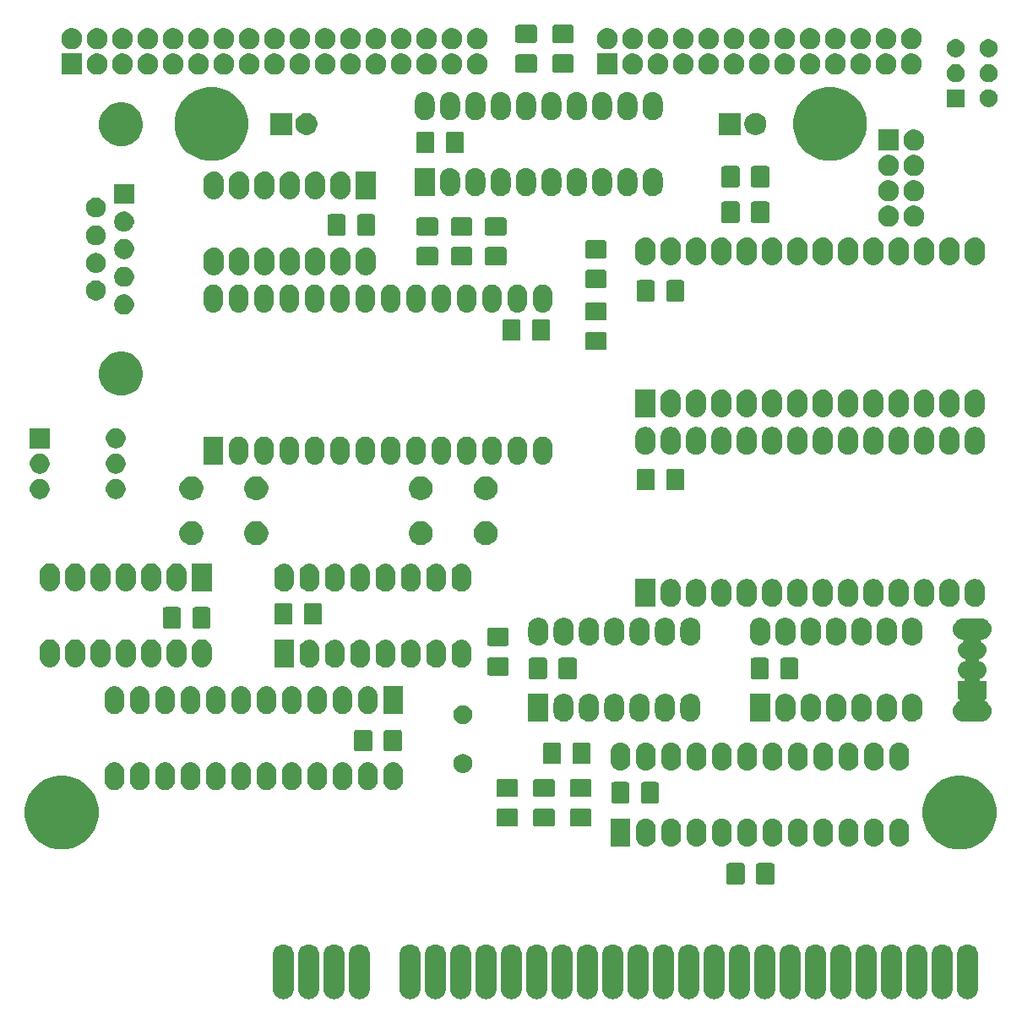
<source format=gbs>
G04 #@! TF.GenerationSoftware,KiCad,Pcbnew,(5.1.6)-1*
G04 #@! TF.CreationDate,2020-12-09T17:27:06+02:00*
G04 #@! TF.ProjectId,PlusD_Clone_1_6,506c7573-445f-4436-9c6f-6e655f315f36,rev?*
G04 #@! TF.SameCoordinates,Original*
G04 #@! TF.FileFunction,Soldermask,Bot*
G04 #@! TF.FilePolarity,Negative*
%FSLAX46Y46*%
G04 Gerber Fmt 4.6, Leading zero omitted, Abs format (unit mm)*
G04 Created by KiCad (PCBNEW (5.1.6)-1) date 2020-12-09 17:27:06*
%MOMM*%
%LPD*%
G01*
G04 APERTURE LIST*
%ADD10C,0.100000*%
G04 APERTURE END LIST*
D10*
G36*
X98051480Y-119235757D02*
G01*
X98256758Y-119298027D01*
X98445943Y-119399149D01*
X98611765Y-119535235D01*
X98723448Y-119671322D01*
X98747852Y-119701058D01*
X98848972Y-119890239D01*
X98848973Y-119890241D01*
X98911243Y-120095519D01*
X98927000Y-120255503D01*
X98927000Y-123664497D01*
X98911243Y-123824481D01*
X98848973Y-124029759D01*
X98848972Y-124029761D01*
X98747852Y-124218942D01*
X98611765Y-124384765D01*
X98445942Y-124520852D01*
X98256761Y-124621972D01*
X98256759Y-124621973D01*
X98051481Y-124684243D01*
X97838000Y-124705269D01*
X97624520Y-124684243D01*
X97419242Y-124621973D01*
X97419240Y-124621972D01*
X97230059Y-124520852D01*
X97064236Y-124384765D01*
X96928149Y-124218942D01*
X96827029Y-124029761D01*
X96827028Y-124029759D01*
X96764758Y-123824481D01*
X96749001Y-123664497D01*
X96749000Y-120255504D01*
X96764757Y-120095520D01*
X96827027Y-119890242D01*
X96928149Y-119701057D01*
X97064235Y-119535235D01*
X97230057Y-119399149D01*
X97230056Y-119399149D01*
X97230058Y-119399148D01*
X97419239Y-119298028D01*
X97419241Y-119298027D01*
X97624519Y-119235757D01*
X97838000Y-119214731D01*
X98051480Y-119235757D01*
G37*
G36*
X148851480Y-119235757D02*
G01*
X149056758Y-119298027D01*
X149245943Y-119399149D01*
X149411765Y-119535235D01*
X149523448Y-119671322D01*
X149547852Y-119701058D01*
X149648972Y-119890239D01*
X149648973Y-119890241D01*
X149711243Y-120095519D01*
X149727000Y-120255503D01*
X149727000Y-123664497D01*
X149711243Y-123824481D01*
X149648973Y-124029759D01*
X149648972Y-124029761D01*
X149547852Y-124218942D01*
X149411765Y-124384765D01*
X149245942Y-124520852D01*
X149056761Y-124621972D01*
X149056759Y-124621973D01*
X148851481Y-124684243D01*
X148638000Y-124705269D01*
X148424520Y-124684243D01*
X148219242Y-124621973D01*
X148219240Y-124621972D01*
X148030059Y-124520852D01*
X147864236Y-124384765D01*
X147728149Y-124218942D01*
X147627029Y-124029761D01*
X147627028Y-124029759D01*
X147564758Y-123824481D01*
X147549001Y-123664497D01*
X147549000Y-120255504D01*
X147564757Y-120095520D01*
X147627027Y-119890242D01*
X147728149Y-119701057D01*
X147864235Y-119535235D01*
X148030057Y-119399149D01*
X148030056Y-119399149D01*
X148030058Y-119399148D01*
X148219239Y-119298028D01*
X148219241Y-119298027D01*
X148424519Y-119235757D01*
X148638000Y-119214731D01*
X148851480Y-119235757D01*
G37*
G36*
X90431480Y-119235757D02*
G01*
X90636758Y-119298027D01*
X90825943Y-119399149D01*
X90991765Y-119535235D01*
X91103448Y-119671322D01*
X91127852Y-119701058D01*
X91228972Y-119890239D01*
X91228973Y-119890241D01*
X91291243Y-120095519D01*
X91307000Y-120255503D01*
X91307000Y-123664497D01*
X91291243Y-123824481D01*
X91228973Y-124029759D01*
X91228972Y-124029761D01*
X91127852Y-124218942D01*
X90991765Y-124384765D01*
X90825942Y-124520852D01*
X90636761Y-124621972D01*
X90636759Y-124621973D01*
X90431481Y-124684243D01*
X90218000Y-124705269D01*
X90004520Y-124684243D01*
X89799242Y-124621973D01*
X89799240Y-124621972D01*
X89610059Y-124520852D01*
X89444236Y-124384765D01*
X89308149Y-124218942D01*
X89207029Y-124029761D01*
X89207028Y-124029759D01*
X89144758Y-123824481D01*
X89129001Y-123664497D01*
X89129000Y-120255504D01*
X89144757Y-120095520D01*
X89207027Y-119890242D01*
X89308149Y-119701057D01*
X89444235Y-119535235D01*
X89610057Y-119399149D01*
X89610056Y-119399149D01*
X89610058Y-119399148D01*
X89799239Y-119298028D01*
X89799241Y-119298027D01*
X90004519Y-119235757D01*
X90218000Y-119214731D01*
X90431480Y-119235757D01*
G37*
G36*
X92971480Y-119235757D02*
G01*
X93176758Y-119298027D01*
X93365943Y-119399149D01*
X93531765Y-119535235D01*
X93643448Y-119671322D01*
X93667852Y-119701058D01*
X93768972Y-119890239D01*
X93768973Y-119890241D01*
X93831243Y-120095519D01*
X93847000Y-120255503D01*
X93847000Y-123664497D01*
X93831243Y-123824481D01*
X93768973Y-124029759D01*
X93768972Y-124029761D01*
X93667852Y-124218942D01*
X93531765Y-124384765D01*
X93365942Y-124520852D01*
X93176761Y-124621972D01*
X93176759Y-124621973D01*
X92971481Y-124684243D01*
X92758000Y-124705269D01*
X92544520Y-124684243D01*
X92339242Y-124621973D01*
X92339240Y-124621972D01*
X92150059Y-124520852D01*
X91984236Y-124384765D01*
X91848149Y-124218942D01*
X91747029Y-124029761D01*
X91747028Y-124029759D01*
X91684758Y-123824481D01*
X91669001Y-123664497D01*
X91669000Y-120255504D01*
X91684757Y-120095520D01*
X91747027Y-119890242D01*
X91848149Y-119701057D01*
X91984235Y-119535235D01*
X92150057Y-119399149D01*
X92150056Y-119399149D01*
X92150058Y-119399148D01*
X92339239Y-119298028D01*
X92339241Y-119298027D01*
X92544519Y-119235757D01*
X92758000Y-119214731D01*
X92971480Y-119235757D01*
G37*
G36*
X103131480Y-119235757D02*
G01*
X103336758Y-119298027D01*
X103525943Y-119399149D01*
X103691765Y-119535235D01*
X103803448Y-119671322D01*
X103827852Y-119701058D01*
X103928972Y-119890239D01*
X103928973Y-119890241D01*
X103991243Y-120095519D01*
X104007000Y-120255503D01*
X104007000Y-123664497D01*
X103991243Y-123824481D01*
X103928973Y-124029759D01*
X103928972Y-124029761D01*
X103827852Y-124218942D01*
X103691765Y-124384765D01*
X103525942Y-124520852D01*
X103336761Y-124621972D01*
X103336759Y-124621973D01*
X103131481Y-124684243D01*
X102918000Y-124705269D01*
X102704520Y-124684243D01*
X102499242Y-124621973D01*
X102499240Y-124621972D01*
X102310059Y-124520852D01*
X102144236Y-124384765D01*
X102008149Y-124218942D01*
X101907029Y-124029761D01*
X101907028Y-124029759D01*
X101844758Y-123824481D01*
X101829001Y-123664497D01*
X101829000Y-120255504D01*
X101844757Y-120095520D01*
X101907027Y-119890242D01*
X102008149Y-119701057D01*
X102144235Y-119535235D01*
X102310057Y-119399149D01*
X102310056Y-119399149D01*
X102310058Y-119399148D01*
X102499239Y-119298028D01*
X102499241Y-119298027D01*
X102704519Y-119235757D01*
X102918000Y-119214731D01*
X103131480Y-119235757D01*
G37*
G36*
X105671480Y-119235757D02*
G01*
X105876758Y-119298027D01*
X106065943Y-119399149D01*
X106231765Y-119535235D01*
X106343448Y-119671322D01*
X106367852Y-119701058D01*
X106468972Y-119890239D01*
X106468973Y-119890241D01*
X106531243Y-120095519D01*
X106547000Y-120255503D01*
X106547000Y-123664497D01*
X106531243Y-123824481D01*
X106468973Y-124029759D01*
X106468972Y-124029761D01*
X106367852Y-124218942D01*
X106231765Y-124384765D01*
X106065942Y-124520852D01*
X105876761Y-124621972D01*
X105876759Y-124621973D01*
X105671481Y-124684243D01*
X105458000Y-124705269D01*
X105244520Y-124684243D01*
X105039242Y-124621973D01*
X105039240Y-124621972D01*
X104850059Y-124520852D01*
X104684236Y-124384765D01*
X104548149Y-124218942D01*
X104447029Y-124029761D01*
X104447028Y-124029759D01*
X104384758Y-123824481D01*
X104369001Y-123664497D01*
X104369000Y-120255504D01*
X104384757Y-120095520D01*
X104447027Y-119890242D01*
X104548149Y-119701057D01*
X104684235Y-119535235D01*
X104850057Y-119399149D01*
X104850056Y-119399149D01*
X104850058Y-119399148D01*
X105039239Y-119298028D01*
X105039241Y-119298027D01*
X105244519Y-119235757D01*
X105458000Y-119214731D01*
X105671480Y-119235757D01*
G37*
G36*
X95511480Y-119235757D02*
G01*
X95716758Y-119298027D01*
X95905943Y-119399149D01*
X96071765Y-119535235D01*
X96183448Y-119671322D01*
X96207852Y-119701058D01*
X96308972Y-119890239D01*
X96308973Y-119890241D01*
X96371243Y-120095519D01*
X96387000Y-120255503D01*
X96387000Y-123664497D01*
X96371243Y-123824481D01*
X96308973Y-124029759D01*
X96308972Y-124029761D01*
X96207852Y-124218942D01*
X96071765Y-124384765D01*
X95905942Y-124520852D01*
X95716761Y-124621972D01*
X95716759Y-124621973D01*
X95511481Y-124684243D01*
X95298000Y-124705269D01*
X95084520Y-124684243D01*
X94879242Y-124621973D01*
X94879240Y-124621972D01*
X94690059Y-124520852D01*
X94524236Y-124384765D01*
X94388149Y-124218942D01*
X94287029Y-124029761D01*
X94287028Y-124029759D01*
X94224758Y-123824481D01*
X94209001Y-123664497D01*
X94209000Y-120255504D01*
X94224757Y-120095520D01*
X94287027Y-119890242D01*
X94388149Y-119701057D01*
X94524235Y-119535235D01*
X94690057Y-119399149D01*
X94690056Y-119399149D01*
X94690058Y-119399148D01*
X94879239Y-119298028D01*
X94879241Y-119298027D01*
X95084519Y-119235757D01*
X95298000Y-119214731D01*
X95511480Y-119235757D01*
G37*
G36*
X153931480Y-119235757D02*
G01*
X154136758Y-119298027D01*
X154325943Y-119399149D01*
X154491765Y-119535235D01*
X154603448Y-119671322D01*
X154627852Y-119701058D01*
X154728972Y-119890239D01*
X154728973Y-119890241D01*
X154791243Y-120095519D01*
X154807000Y-120255503D01*
X154807000Y-123664497D01*
X154791243Y-123824481D01*
X154728973Y-124029759D01*
X154728972Y-124029761D01*
X154627852Y-124218942D01*
X154491765Y-124384765D01*
X154325942Y-124520852D01*
X154136761Y-124621972D01*
X154136759Y-124621973D01*
X153931481Y-124684243D01*
X153718000Y-124705269D01*
X153504520Y-124684243D01*
X153299242Y-124621973D01*
X153299240Y-124621972D01*
X153110059Y-124520852D01*
X152944236Y-124384765D01*
X152808149Y-124218942D01*
X152707029Y-124029761D01*
X152707028Y-124029759D01*
X152644758Y-123824481D01*
X152629001Y-123664497D01*
X152629000Y-120255504D01*
X152644757Y-120095520D01*
X152707027Y-119890242D01*
X152808149Y-119701057D01*
X152944235Y-119535235D01*
X153110057Y-119399149D01*
X153110056Y-119399149D01*
X153110058Y-119399148D01*
X153299239Y-119298028D01*
X153299241Y-119298027D01*
X153504519Y-119235757D01*
X153718000Y-119214731D01*
X153931480Y-119235757D01*
G37*
G36*
X133611480Y-119235757D02*
G01*
X133816758Y-119298027D01*
X134005943Y-119399149D01*
X134171765Y-119535235D01*
X134283448Y-119671322D01*
X134307852Y-119701058D01*
X134408972Y-119890239D01*
X134408973Y-119890241D01*
X134471243Y-120095519D01*
X134487000Y-120255503D01*
X134487000Y-123664497D01*
X134471243Y-123824481D01*
X134408973Y-124029759D01*
X134408972Y-124029761D01*
X134307852Y-124218942D01*
X134171765Y-124384765D01*
X134005942Y-124520852D01*
X133816761Y-124621972D01*
X133816759Y-124621973D01*
X133611481Y-124684243D01*
X133398000Y-124705269D01*
X133184520Y-124684243D01*
X132979242Y-124621973D01*
X132979240Y-124621972D01*
X132790059Y-124520852D01*
X132624236Y-124384765D01*
X132488149Y-124218942D01*
X132387029Y-124029761D01*
X132387028Y-124029759D01*
X132324758Y-123824481D01*
X132309001Y-123664497D01*
X132309000Y-120255504D01*
X132324757Y-120095520D01*
X132387027Y-119890242D01*
X132488149Y-119701057D01*
X132624235Y-119535235D01*
X132790057Y-119399149D01*
X132790056Y-119399149D01*
X132790058Y-119399148D01*
X132979239Y-119298028D01*
X132979241Y-119298027D01*
X133184519Y-119235757D01*
X133398000Y-119214731D01*
X133611480Y-119235757D01*
G37*
G36*
X146311480Y-119235757D02*
G01*
X146516758Y-119298027D01*
X146705943Y-119399149D01*
X146871765Y-119535235D01*
X146983448Y-119671322D01*
X147007852Y-119701058D01*
X147108972Y-119890239D01*
X147108973Y-119890241D01*
X147171243Y-120095519D01*
X147187000Y-120255503D01*
X147187000Y-123664497D01*
X147171243Y-123824481D01*
X147108973Y-124029759D01*
X147108972Y-124029761D01*
X147007852Y-124218942D01*
X146871765Y-124384765D01*
X146705942Y-124520852D01*
X146516761Y-124621972D01*
X146516759Y-124621973D01*
X146311481Y-124684243D01*
X146098000Y-124705269D01*
X145884520Y-124684243D01*
X145679242Y-124621973D01*
X145679240Y-124621972D01*
X145490059Y-124520852D01*
X145324236Y-124384765D01*
X145188149Y-124218942D01*
X145087029Y-124029761D01*
X145087028Y-124029759D01*
X145024758Y-123824481D01*
X145009001Y-123664497D01*
X145009000Y-120255504D01*
X145024757Y-120095520D01*
X145087027Y-119890242D01*
X145188149Y-119701057D01*
X145324235Y-119535235D01*
X145490057Y-119399149D01*
X145490056Y-119399149D01*
X145490058Y-119399148D01*
X145679239Y-119298028D01*
X145679241Y-119298027D01*
X145884519Y-119235757D01*
X146098000Y-119214731D01*
X146311480Y-119235757D01*
G37*
G36*
X141231480Y-119235757D02*
G01*
X141436758Y-119298027D01*
X141625943Y-119399149D01*
X141791765Y-119535235D01*
X141903448Y-119671322D01*
X141927852Y-119701058D01*
X142028972Y-119890239D01*
X142028973Y-119890241D01*
X142091243Y-120095519D01*
X142107000Y-120255503D01*
X142107000Y-123664497D01*
X142091243Y-123824481D01*
X142028973Y-124029759D01*
X142028972Y-124029761D01*
X141927852Y-124218942D01*
X141791765Y-124384765D01*
X141625942Y-124520852D01*
X141436761Y-124621972D01*
X141436759Y-124621973D01*
X141231481Y-124684243D01*
X141018000Y-124705269D01*
X140804520Y-124684243D01*
X140599242Y-124621973D01*
X140599240Y-124621972D01*
X140410059Y-124520852D01*
X140244236Y-124384765D01*
X140108149Y-124218942D01*
X140007029Y-124029761D01*
X140007028Y-124029759D01*
X139944758Y-123824481D01*
X139929001Y-123664497D01*
X139929000Y-120255504D01*
X139944757Y-120095520D01*
X140007027Y-119890242D01*
X140108149Y-119701057D01*
X140244235Y-119535235D01*
X140410057Y-119399149D01*
X140410056Y-119399149D01*
X140410058Y-119399148D01*
X140599239Y-119298028D01*
X140599241Y-119298027D01*
X140804519Y-119235757D01*
X141018000Y-119214731D01*
X141231480Y-119235757D01*
G37*
G36*
X118371480Y-119235757D02*
G01*
X118576758Y-119298027D01*
X118765943Y-119399149D01*
X118931765Y-119535235D01*
X119043448Y-119671322D01*
X119067852Y-119701058D01*
X119168972Y-119890239D01*
X119168973Y-119890241D01*
X119231243Y-120095519D01*
X119247000Y-120255503D01*
X119247000Y-123664497D01*
X119231243Y-123824481D01*
X119168973Y-124029759D01*
X119168972Y-124029761D01*
X119067852Y-124218942D01*
X118931765Y-124384765D01*
X118765942Y-124520852D01*
X118576761Y-124621972D01*
X118576759Y-124621973D01*
X118371481Y-124684243D01*
X118158000Y-124705269D01*
X117944520Y-124684243D01*
X117739242Y-124621973D01*
X117739240Y-124621972D01*
X117550059Y-124520852D01*
X117384236Y-124384765D01*
X117248149Y-124218942D01*
X117147029Y-124029761D01*
X117147028Y-124029759D01*
X117084758Y-123824481D01*
X117069001Y-123664497D01*
X117069000Y-120255504D01*
X117084757Y-120095520D01*
X117147027Y-119890242D01*
X117248149Y-119701057D01*
X117384235Y-119535235D01*
X117550057Y-119399149D01*
X117550056Y-119399149D01*
X117550058Y-119399148D01*
X117739239Y-119298028D01*
X117739241Y-119298027D01*
X117944519Y-119235757D01*
X118158000Y-119214731D01*
X118371480Y-119235757D01*
G37*
G36*
X159011480Y-119235757D02*
G01*
X159216758Y-119298027D01*
X159405943Y-119399149D01*
X159571765Y-119535235D01*
X159683448Y-119671322D01*
X159707852Y-119701058D01*
X159808972Y-119890239D01*
X159808973Y-119890241D01*
X159871243Y-120095519D01*
X159887000Y-120255503D01*
X159887000Y-123664497D01*
X159871243Y-123824481D01*
X159808973Y-124029759D01*
X159808972Y-124029761D01*
X159707852Y-124218942D01*
X159571765Y-124384765D01*
X159405942Y-124520852D01*
X159216761Y-124621972D01*
X159216759Y-124621973D01*
X159011481Y-124684243D01*
X158798000Y-124705269D01*
X158584520Y-124684243D01*
X158379242Y-124621973D01*
X158379240Y-124621972D01*
X158190059Y-124520852D01*
X158024236Y-124384765D01*
X157888149Y-124218942D01*
X157787029Y-124029761D01*
X157787028Y-124029759D01*
X157724758Y-123824481D01*
X157709001Y-123664497D01*
X157709000Y-120255504D01*
X157724757Y-120095520D01*
X157787027Y-119890242D01*
X157888149Y-119701057D01*
X158024235Y-119535235D01*
X158190057Y-119399149D01*
X158190056Y-119399149D01*
X158190058Y-119399148D01*
X158379239Y-119298028D01*
X158379241Y-119298027D01*
X158584519Y-119235757D01*
X158798000Y-119214731D01*
X159011480Y-119235757D01*
G37*
G36*
X108211480Y-119235757D02*
G01*
X108416758Y-119298027D01*
X108605943Y-119399149D01*
X108771765Y-119535235D01*
X108883448Y-119671322D01*
X108907852Y-119701058D01*
X109008972Y-119890239D01*
X109008973Y-119890241D01*
X109071243Y-120095519D01*
X109087000Y-120255503D01*
X109087000Y-123664497D01*
X109071243Y-123824481D01*
X109008973Y-124029759D01*
X109008972Y-124029761D01*
X108907852Y-124218942D01*
X108771765Y-124384765D01*
X108605942Y-124520852D01*
X108416761Y-124621972D01*
X108416759Y-124621973D01*
X108211481Y-124684243D01*
X107998000Y-124705269D01*
X107784520Y-124684243D01*
X107579242Y-124621973D01*
X107579240Y-124621972D01*
X107390059Y-124520852D01*
X107224236Y-124384765D01*
X107088149Y-124218942D01*
X106987029Y-124029761D01*
X106987028Y-124029759D01*
X106924758Y-123824481D01*
X106909001Y-123664497D01*
X106909000Y-120255504D01*
X106924757Y-120095520D01*
X106987027Y-119890242D01*
X107088149Y-119701057D01*
X107224235Y-119535235D01*
X107390057Y-119399149D01*
X107390056Y-119399149D01*
X107390058Y-119399148D01*
X107579239Y-119298028D01*
X107579241Y-119298027D01*
X107784519Y-119235757D01*
X107998000Y-119214731D01*
X108211480Y-119235757D01*
G37*
G36*
X131071480Y-119235757D02*
G01*
X131276758Y-119298027D01*
X131465943Y-119399149D01*
X131631765Y-119535235D01*
X131743448Y-119671322D01*
X131767852Y-119701058D01*
X131868972Y-119890239D01*
X131868973Y-119890241D01*
X131931243Y-120095519D01*
X131947000Y-120255503D01*
X131947000Y-123664497D01*
X131931243Y-123824481D01*
X131868973Y-124029759D01*
X131868972Y-124029761D01*
X131767852Y-124218942D01*
X131631765Y-124384765D01*
X131465942Y-124520852D01*
X131276761Y-124621972D01*
X131276759Y-124621973D01*
X131071481Y-124684243D01*
X130858000Y-124705269D01*
X130644520Y-124684243D01*
X130439242Y-124621973D01*
X130439240Y-124621972D01*
X130250059Y-124520852D01*
X130084236Y-124384765D01*
X129948149Y-124218942D01*
X129847029Y-124029761D01*
X129847028Y-124029759D01*
X129784758Y-123824481D01*
X129769001Y-123664497D01*
X129769000Y-120255504D01*
X129784757Y-120095520D01*
X129847027Y-119890242D01*
X129948149Y-119701057D01*
X130084235Y-119535235D01*
X130250057Y-119399149D01*
X130250056Y-119399149D01*
X130250058Y-119399148D01*
X130439239Y-119298028D01*
X130439241Y-119298027D01*
X130644519Y-119235757D01*
X130858000Y-119214731D01*
X131071480Y-119235757D01*
G37*
G36*
X125991480Y-119235757D02*
G01*
X126196758Y-119298027D01*
X126385943Y-119399149D01*
X126551765Y-119535235D01*
X126663448Y-119671322D01*
X126687852Y-119701058D01*
X126788972Y-119890239D01*
X126788973Y-119890241D01*
X126851243Y-120095519D01*
X126867000Y-120255503D01*
X126867000Y-123664497D01*
X126851243Y-123824481D01*
X126788973Y-124029759D01*
X126788972Y-124029761D01*
X126687852Y-124218942D01*
X126551765Y-124384765D01*
X126385942Y-124520852D01*
X126196761Y-124621972D01*
X126196759Y-124621973D01*
X125991481Y-124684243D01*
X125778000Y-124705269D01*
X125564520Y-124684243D01*
X125359242Y-124621973D01*
X125359240Y-124621972D01*
X125170059Y-124520852D01*
X125004236Y-124384765D01*
X124868149Y-124218942D01*
X124767029Y-124029761D01*
X124767028Y-124029759D01*
X124704758Y-123824481D01*
X124689001Y-123664497D01*
X124689000Y-120255504D01*
X124704757Y-120095520D01*
X124767027Y-119890242D01*
X124868149Y-119701057D01*
X125004235Y-119535235D01*
X125170057Y-119399149D01*
X125170056Y-119399149D01*
X125170058Y-119399148D01*
X125359239Y-119298028D01*
X125359241Y-119298027D01*
X125564519Y-119235757D01*
X125778000Y-119214731D01*
X125991480Y-119235757D01*
G37*
G36*
X138691480Y-119235757D02*
G01*
X138896758Y-119298027D01*
X139085943Y-119399149D01*
X139251765Y-119535235D01*
X139363448Y-119671322D01*
X139387852Y-119701058D01*
X139488972Y-119890239D01*
X139488973Y-119890241D01*
X139551243Y-120095519D01*
X139567000Y-120255503D01*
X139567000Y-123664497D01*
X139551243Y-123824481D01*
X139488973Y-124029759D01*
X139488972Y-124029761D01*
X139387852Y-124218942D01*
X139251765Y-124384765D01*
X139085942Y-124520852D01*
X138896761Y-124621972D01*
X138896759Y-124621973D01*
X138691481Y-124684243D01*
X138478000Y-124705269D01*
X138264520Y-124684243D01*
X138059242Y-124621973D01*
X138059240Y-124621972D01*
X137870059Y-124520852D01*
X137704236Y-124384765D01*
X137568149Y-124218942D01*
X137467029Y-124029761D01*
X137467028Y-124029759D01*
X137404758Y-123824481D01*
X137389001Y-123664497D01*
X137389000Y-120255504D01*
X137404757Y-120095520D01*
X137467027Y-119890242D01*
X137568149Y-119701057D01*
X137704235Y-119535235D01*
X137870057Y-119399149D01*
X137870056Y-119399149D01*
X137870058Y-119399148D01*
X138059239Y-119298028D01*
X138059241Y-119298027D01*
X138264519Y-119235757D01*
X138478000Y-119214731D01*
X138691480Y-119235757D01*
G37*
G36*
X151391480Y-119235757D02*
G01*
X151596758Y-119298027D01*
X151785943Y-119399149D01*
X151951765Y-119535235D01*
X152063448Y-119671322D01*
X152087852Y-119701058D01*
X152188972Y-119890239D01*
X152188973Y-119890241D01*
X152251243Y-120095519D01*
X152267000Y-120255503D01*
X152267000Y-123664497D01*
X152251243Y-123824481D01*
X152188973Y-124029759D01*
X152188972Y-124029761D01*
X152087852Y-124218942D01*
X151951765Y-124384765D01*
X151785942Y-124520852D01*
X151596761Y-124621972D01*
X151596759Y-124621973D01*
X151391481Y-124684243D01*
X151178000Y-124705269D01*
X150964520Y-124684243D01*
X150759242Y-124621973D01*
X150759240Y-124621972D01*
X150570059Y-124520852D01*
X150404236Y-124384765D01*
X150268149Y-124218942D01*
X150167029Y-124029761D01*
X150167028Y-124029759D01*
X150104758Y-123824481D01*
X150089001Y-123664497D01*
X150089000Y-120255504D01*
X150104757Y-120095520D01*
X150167027Y-119890242D01*
X150268149Y-119701057D01*
X150404235Y-119535235D01*
X150570057Y-119399149D01*
X150570056Y-119399149D01*
X150570058Y-119399148D01*
X150759239Y-119298028D01*
X150759241Y-119298027D01*
X150964519Y-119235757D01*
X151178000Y-119214731D01*
X151391480Y-119235757D01*
G37*
G36*
X120911480Y-119235757D02*
G01*
X121116758Y-119298027D01*
X121305943Y-119399149D01*
X121471765Y-119535235D01*
X121583448Y-119671322D01*
X121607852Y-119701058D01*
X121708972Y-119890239D01*
X121708973Y-119890241D01*
X121771243Y-120095519D01*
X121787000Y-120255503D01*
X121787000Y-123664497D01*
X121771243Y-123824481D01*
X121708973Y-124029759D01*
X121708972Y-124029761D01*
X121607852Y-124218942D01*
X121471765Y-124384765D01*
X121305942Y-124520852D01*
X121116761Y-124621972D01*
X121116759Y-124621973D01*
X120911481Y-124684243D01*
X120698000Y-124705269D01*
X120484520Y-124684243D01*
X120279242Y-124621973D01*
X120279240Y-124621972D01*
X120090059Y-124520852D01*
X119924236Y-124384765D01*
X119788149Y-124218942D01*
X119687029Y-124029761D01*
X119687028Y-124029759D01*
X119624758Y-123824481D01*
X119609001Y-123664497D01*
X119609000Y-120255504D01*
X119624757Y-120095520D01*
X119687027Y-119890242D01*
X119788149Y-119701057D01*
X119924235Y-119535235D01*
X120090057Y-119399149D01*
X120090056Y-119399149D01*
X120090058Y-119399148D01*
X120279239Y-119298028D01*
X120279241Y-119298027D01*
X120484519Y-119235757D01*
X120698000Y-119214731D01*
X120911480Y-119235757D01*
G37*
G36*
X110751480Y-119235757D02*
G01*
X110956758Y-119298027D01*
X111145943Y-119399149D01*
X111311765Y-119535235D01*
X111423448Y-119671322D01*
X111447852Y-119701058D01*
X111548972Y-119890239D01*
X111548973Y-119890241D01*
X111611243Y-120095519D01*
X111627000Y-120255503D01*
X111627000Y-123664497D01*
X111611243Y-123824481D01*
X111548973Y-124029759D01*
X111548972Y-124029761D01*
X111447852Y-124218942D01*
X111311765Y-124384765D01*
X111145942Y-124520852D01*
X110956761Y-124621972D01*
X110956759Y-124621973D01*
X110751481Y-124684243D01*
X110538000Y-124705269D01*
X110324520Y-124684243D01*
X110119242Y-124621973D01*
X110119240Y-124621972D01*
X109930059Y-124520852D01*
X109764236Y-124384765D01*
X109628149Y-124218942D01*
X109527029Y-124029761D01*
X109527028Y-124029759D01*
X109464758Y-123824481D01*
X109449001Y-123664497D01*
X109449000Y-120255504D01*
X109464757Y-120095520D01*
X109527027Y-119890242D01*
X109628149Y-119701057D01*
X109764235Y-119535235D01*
X109930057Y-119399149D01*
X109930056Y-119399149D01*
X109930058Y-119399148D01*
X110119239Y-119298028D01*
X110119241Y-119298027D01*
X110324519Y-119235757D01*
X110538000Y-119214731D01*
X110751480Y-119235757D01*
G37*
G36*
X113291480Y-119235757D02*
G01*
X113496758Y-119298027D01*
X113685943Y-119399149D01*
X113851765Y-119535235D01*
X113963448Y-119671322D01*
X113987852Y-119701058D01*
X114088972Y-119890239D01*
X114088973Y-119890241D01*
X114151243Y-120095519D01*
X114167000Y-120255503D01*
X114167000Y-123664497D01*
X114151243Y-123824481D01*
X114088973Y-124029759D01*
X114088972Y-124029761D01*
X113987852Y-124218942D01*
X113851765Y-124384765D01*
X113685942Y-124520852D01*
X113496761Y-124621972D01*
X113496759Y-124621973D01*
X113291481Y-124684243D01*
X113078000Y-124705269D01*
X112864520Y-124684243D01*
X112659242Y-124621973D01*
X112659240Y-124621972D01*
X112470059Y-124520852D01*
X112304236Y-124384765D01*
X112168149Y-124218942D01*
X112067029Y-124029761D01*
X112067028Y-124029759D01*
X112004758Y-123824481D01*
X111989001Y-123664497D01*
X111989000Y-120255504D01*
X112004757Y-120095520D01*
X112067027Y-119890242D01*
X112168149Y-119701057D01*
X112304235Y-119535235D01*
X112470057Y-119399149D01*
X112470056Y-119399149D01*
X112470058Y-119399148D01*
X112659239Y-119298028D01*
X112659241Y-119298027D01*
X112864519Y-119235757D01*
X113078000Y-119214731D01*
X113291480Y-119235757D01*
G37*
G36*
X156471480Y-119235757D02*
G01*
X156676758Y-119298027D01*
X156865943Y-119399149D01*
X157031765Y-119535235D01*
X157143448Y-119671322D01*
X157167852Y-119701058D01*
X157268972Y-119890239D01*
X157268973Y-119890241D01*
X157331243Y-120095519D01*
X157347000Y-120255503D01*
X157347000Y-123664497D01*
X157331243Y-123824481D01*
X157268973Y-124029759D01*
X157268972Y-124029761D01*
X157167852Y-124218942D01*
X157031765Y-124384765D01*
X156865942Y-124520852D01*
X156676761Y-124621972D01*
X156676759Y-124621973D01*
X156471481Y-124684243D01*
X156258000Y-124705269D01*
X156044520Y-124684243D01*
X155839242Y-124621973D01*
X155839240Y-124621972D01*
X155650059Y-124520852D01*
X155484236Y-124384765D01*
X155348149Y-124218942D01*
X155247029Y-124029761D01*
X155247028Y-124029759D01*
X155184758Y-123824481D01*
X155169001Y-123664497D01*
X155169000Y-120255504D01*
X155184757Y-120095520D01*
X155247027Y-119890242D01*
X155348149Y-119701057D01*
X155484235Y-119535235D01*
X155650057Y-119399149D01*
X155650056Y-119399149D01*
X155650058Y-119399148D01*
X155839239Y-119298028D01*
X155839241Y-119298027D01*
X156044519Y-119235757D01*
X156258000Y-119214731D01*
X156471480Y-119235757D01*
G37*
G36*
X123451480Y-119235757D02*
G01*
X123656758Y-119298027D01*
X123845943Y-119399149D01*
X124011765Y-119535235D01*
X124123448Y-119671322D01*
X124147852Y-119701058D01*
X124248972Y-119890239D01*
X124248973Y-119890241D01*
X124311243Y-120095519D01*
X124327000Y-120255503D01*
X124327000Y-123664497D01*
X124311243Y-123824481D01*
X124248973Y-124029759D01*
X124248972Y-124029761D01*
X124147852Y-124218942D01*
X124011765Y-124384765D01*
X123845942Y-124520852D01*
X123656761Y-124621972D01*
X123656759Y-124621973D01*
X123451481Y-124684243D01*
X123238000Y-124705269D01*
X123024520Y-124684243D01*
X122819242Y-124621973D01*
X122819240Y-124621972D01*
X122630059Y-124520852D01*
X122464236Y-124384765D01*
X122328149Y-124218942D01*
X122227029Y-124029761D01*
X122227028Y-124029759D01*
X122164758Y-123824481D01*
X122149001Y-123664497D01*
X122149000Y-120255504D01*
X122164757Y-120095520D01*
X122227027Y-119890242D01*
X122328149Y-119701057D01*
X122464235Y-119535235D01*
X122630057Y-119399149D01*
X122630056Y-119399149D01*
X122630058Y-119399148D01*
X122819239Y-119298028D01*
X122819241Y-119298027D01*
X123024519Y-119235757D01*
X123238000Y-119214731D01*
X123451480Y-119235757D01*
G37*
G36*
X136151480Y-119235757D02*
G01*
X136356758Y-119298027D01*
X136545943Y-119399149D01*
X136711765Y-119535235D01*
X136823448Y-119671322D01*
X136847852Y-119701058D01*
X136948972Y-119890239D01*
X136948973Y-119890241D01*
X137011243Y-120095519D01*
X137027000Y-120255503D01*
X137027000Y-123664497D01*
X137011243Y-123824481D01*
X136948973Y-124029759D01*
X136948972Y-124029761D01*
X136847852Y-124218942D01*
X136711765Y-124384765D01*
X136545942Y-124520852D01*
X136356761Y-124621972D01*
X136356759Y-124621973D01*
X136151481Y-124684243D01*
X135938000Y-124705269D01*
X135724520Y-124684243D01*
X135519242Y-124621973D01*
X135519240Y-124621972D01*
X135330059Y-124520852D01*
X135164236Y-124384765D01*
X135028149Y-124218942D01*
X134927029Y-124029761D01*
X134927028Y-124029759D01*
X134864758Y-123824481D01*
X134849001Y-123664497D01*
X134849000Y-120255504D01*
X134864757Y-120095520D01*
X134927027Y-119890242D01*
X135028149Y-119701057D01*
X135164235Y-119535235D01*
X135330057Y-119399149D01*
X135330056Y-119399149D01*
X135330058Y-119399148D01*
X135519239Y-119298028D01*
X135519241Y-119298027D01*
X135724519Y-119235757D01*
X135938000Y-119214731D01*
X136151480Y-119235757D01*
G37*
G36*
X143771480Y-119235757D02*
G01*
X143976758Y-119298027D01*
X144165943Y-119399149D01*
X144331765Y-119535235D01*
X144443448Y-119671322D01*
X144467852Y-119701058D01*
X144568972Y-119890239D01*
X144568973Y-119890241D01*
X144631243Y-120095519D01*
X144647000Y-120255503D01*
X144647000Y-123664497D01*
X144631243Y-123824481D01*
X144568973Y-124029759D01*
X144568972Y-124029761D01*
X144467852Y-124218942D01*
X144331765Y-124384765D01*
X144165942Y-124520852D01*
X143976761Y-124621972D01*
X143976759Y-124621973D01*
X143771481Y-124684243D01*
X143558000Y-124705269D01*
X143344520Y-124684243D01*
X143139242Y-124621973D01*
X143139240Y-124621972D01*
X142950059Y-124520852D01*
X142784236Y-124384765D01*
X142648149Y-124218942D01*
X142547029Y-124029761D01*
X142547028Y-124029759D01*
X142484758Y-123824481D01*
X142469001Y-123664497D01*
X142469000Y-120255504D01*
X142484757Y-120095520D01*
X142547027Y-119890242D01*
X142648149Y-119701057D01*
X142784235Y-119535235D01*
X142950057Y-119399149D01*
X142950056Y-119399149D01*
X142950058Y-119399148D01*
X143139239Y-119298028D01*
X143139241Y-119298027D01*
X143344519Y-119235757D01*
X143558000Y-119214731D01*
X143771480Y-119235757D01*
G37*
G36*
X115831480Y-119235757D02*
G01*
X116036758Y-119298027D01*
X116225943Y-119399149D01*
X116391765Y-119535235D01*
X116503448Y-119671322D01*
X116527852Y-119701058D01*
X116628972Y-119890239D01*
X116628973Y-119890241D01*
X116691243Y-120095519D01*
X116707000Y-120255503D01*
X116707000Y-123664497D01*
X116691243Y-123824481D01*
X116628973Y-124029759D01*
X116628972Y-124029761D01*
X116527852Y-124218942D01*
X116391765Y-124384765D01*
X116225942Y-124520852D01*
X116036761Y-124621972D01*
X116036759Y-124621973D01*
X115831481Y-124684243D01*
X115618000Y-124705269D01*
X115404520Y-124684243D01*
X115199242Y-124621973D01*
X115199240Y-124621972D01*
X115010059Y-124520852D01*
X114844236Y-124384765D01*
X114708149Y-124218942D01*
X114607029Y-124029761D01*
X114607028Y-124029759D01*
X114544758Y-123824481D01*
X114529001Y-123664497D01*
X114529000Y-120255504D01*
X114544757Y-120095520D01*
X114607027Y-119890242D01*
X114708149Y-119701057D01*
X114844235Y-119535235D01*
X115010057Y-119399149D01*
X115010056Y-119399149D01*
X115010058Y-119399148D01*
X115199239Y-119298028D01*
X115199241Y-119298027D01*
X115404519Y-119235757D01*
X115618000Y-119214731D01*
X115831480Y-119235757D01*
G37*
G36*
X128531480Y-119235757D02*
G01*
X128736758Y-119298027D01*
X128925943Y-119399149D01*
X129091765Y-119535235D01*
X129203448Y-119671322D01*
X129227852Y-119701058D01*
X129328972Y-119890239D01*
X129328973Y-119890241D01*
X129391243Y-120095519D01*
X129407000Y-120255503D01*
X129407000Y-123664497D01*
X129391243Y-123824481D01*
X129328973Y-124029759D01*
X129328972Y-124029761D01*
X129227852Y-124218942D01*
X129091765Y-124384765D01*
X128925942Y-124520852D01*
X128736761Y-124621972D01*
X128736759Y-124621973D01*
X128531481Y-124684243D01*
X128318000Y-124705269D01*
X128104520Y-124684243D01*
X127899242Y-124621973D01*
X127899240Y-124621972D01*
X127710059Y-124520852D01*
X127544236Y-124384765D01*
X127408149Y-124218942D01*
X127307029Y-124029761D01*
X127307028Y-124029759D01*
X127244758Y-123824481D01*
X127229001Y-123664497D01*
X127229000Y-120255504D01*
X127244757Y-120095520D01*
X127307027Y-119890242D01*
X127408149Y-119701057D01*
X127544235Y-119535235D01*
X127710057Y-119399149D01*
X127710056Y-119399149D01*
X127710058Y-119399148D01*
X127899239Y-119298028D01*
X127899241Y-119298027D01*
X128104519Y-119235757D01*
X128318000Y-119214731D01*
X128531480Y-119235757D01*
G37*
G36*
X139240481Y-111071186D02*
G01*
X139285205Y-111084754D01*
X139326430Y-111106789D01*
X139362561Y-111136439D01*
X139392211Y-111172570D01*
X139414246Y-111213795D01*
X139427814Y-111258519D01*
X139433000Y-111311176D01*
X139433000Y-112970824D01*
X139427814Y-113023481D01*
X139414246Y-113068205D01*
X139392211Y-113109430D01*
X139362561Y-113145561D01*
X139326430Y-113175211D01*
X139285205Y-113197246D01*
X139240481Y-113210814D01*
X139187824Y-113216000D01*
X137853176Y-113216000D01*
X137800519Y-113210814D01*
X137755795Y-113197246D01*
X137714570Y-113175211D01*
X137678439Y-113145561D01*
X137648789Y-113109430D01*
X137626754Y-113068205D01*
X137613186Y-113023481D01*
X137608000Y-112970824D01*
X137608000Y-111311176D01*
X137613186Y-111258519D01*
X137626754Y-111213795D01*
X137648789Y-111172570D01*
X137678439Y-111136439D01*
X137714570Y-111106789D01*
X137755795Y-111084754D01*
X137800519Y-111071186D01*
X137853176Y-111066000D01*
X139187824Y-111066000D01*
X139240481Y-111071186D01*
G37*
G36*
X136265481Y-111071186D02*
G01*
X136310205Y-111084754D01*
X136351430Y-111106789D01*
X136387561Y-111136439D01*
X136417211Y-111172570D01*
X136439246Y-111213795D01*
X136452814Y-111258519D01*
X136458000Y-111311176D01*
X136458000Y-112970824D01*
X136452814Y-113023481D01*
X136439246Y-113068205D01*
X136417211Y-113109430D01*
X136387561Y-113145561D01*
X136351430Y-113175211D01*
X136310205Y-113197246D01*
X136265481Y-113210814D01*
X136212824Y-113216000D01*
X134878176Y-113216000D01*
X134825519Y-113210814D01*
X134780795Y-113197246D01*
X134739570Y-113175211D01*
X134703439Y-113145561D01*
X134673789Y-113109430D01*
X134651754Y-113068205D01*
X134638186Y-113023481D01*
X134633000Y-112970824D01*
X134633000Y-111311176D01*
X134638186Y-111258519D01*
X134651754Y-111213795D01*
X134673789Y-111172570D01*
X134703439Y-111136439D01*
X134739570Y-111106789D01*
X134780795Y-111084754D01*
X134825519Y-111071186D01*
X134878176Y-111066000D01*
X136212824Y-111066000D01*
X136265481Y-111071186D01*
G37*
G36*
X159079249Y-102442188D02*
G01*
X159752606Y-102721101D01*
X159752607Y-102721102D01*
X160358613Y-103126022D01*
X160873978Y-103641387D01*
X161051263Y-103906713D01*
X161278899Y-104247394D01*
X161557812Y-104920751D01*
X161700000Y-105635580D01*
X161700000Y-106364420D01*
X161557812Y-107079249D01*
X161278899Y-107752606D01*
X161144537Y-107953692D01*
X160873978Y-108358613D01*
X160358613Y-108873978D01*
X160004591Y-109110528D01*
X159752606Y-109278899D01*
X159079249Y-109557812D01*
X158364420Y-109700000D01*
X157635580Y-109700000D01*
X156920751Y-109557812D01*
X156247394Y-109278899D01*
X155995409Y-109110528D01*
X155641387Y-108873978D01*
X155126022Y-108358613D01*
X154855463Y-107953692D01*
X154721101Y-107752606D01*
X154442188Y-107079249D01*
X154300000Y-106364420D01*
X154300000Y-105635580D01*
X154442188Y-104920751D01*
X154721101Y-104247394D01*
X154948737Y-103906713D01*
X155126022Y-103641387D01*
X155641387Y-103126022D01*
X156247393Y-102721102D01*
X156247394Y-102721101D01*
X156920751Y-102442188D01*
X157635580Y-102300000D01*
X158364420Y-102300000D01*
X159079249Y-102442188D01*
G37*
G36*
X69079249Y-102442188D02*
G01*
X69752606Y-102721101D01*
X69752607Y-102721102D01*
X70358613Y-103126022D01*
X70873978Y-103641387D01*
X71051263Y-103906713D01*
X71278899Y-104247394D01*
X71557812Y-104920751D01*
X71700000Y-105635580D01*
X71700000Y-106364420D01*
X71557812Y-107079249D01*
X71278899Y-107752606D01*
X71144537Y-107953692D01*
X70873978Y-108358613D01*
X70358613Y-108873978D01*
X70004591Y-109110528D01*
X69752606Y-109278899D01*
X69079249Y-109557812D01*
X68364420Y-109700000D01*
X67635580Y-109700000D01*
X66920751Y-109557812D01*
X66247394Y-109278899D01*
X65995409Y-109110528D01*
X65641387Y-108873978D01*
X65126022Y-108358613D01*
X64855463Y-107953692D01*
X64721101Y-107752606D01*
X64442188Y-107079249D01*
X64300000Y-106364420D01*
X64300000Y-105635580D01*
X64442188Y-104920751D01*
X64721101Y-104247394D01*
X64948737Y-103906713D01*
X65126022Y-103641387D01*
X65641387Y-103126022D01*
X66247393Y-102721102D01*
X66247394Y-102721101D01*
X66920751Y-102442188D01*
X67635580Y-102300000D01*
X68364420Y-102300000D01*
X69079249Y-102442188D01*
G37*
G36*
X144516031Y-106614469D02*
G01*
X144610284Y-106643061D01*
X144704534Y-106671651D01*
X144704536Y-106671652D01*
X144878258Y-106764507D01*
X145030528Y-106889472D01*
X145155493Y-107041742D01*
X145231437Y-107183824D01*
X145248349Y-107215465D01*
X145254724Y-107236481D01*
X145305531Y-107403968D01*
X145320000Y-107550876D01*
X145320000Y-108449123D01*
X145305531Y-108596031D01*
X145248348Y-108784537D01*
X145155493Y-108958258D01*
X145030528Y-109110528D01*
X144878258Y-109235493D01*
X144704537Y-109328348D01*
X144704535Y-109328349D01*
X144610285Y-109356939D01*
X144516032Y-109385531D01*
X144320000Y-109404838D01*
X144123969Y-109385531D01*
X144029716Y-109356939D01*
X143935466Y-109328349D01*
X143935464Y-109328348D01*
X143761743Y-109235493D01*
X143609473Y-109110528D01*
X143484508Y-108958258D01*
X143391651Y-108784534D01*
X143334469Y-108596035D01*
X143320000Y-108449124D01*
X143320000Y-107550877D01*
X143334469Y-107403969D01*
X143391652Y-107215464D01*
X143484507Y-107041742D01*
X143609472Y-106889472D01*
X143761742Y-106764507D01*
X143935463Y-106671652D01*
X143935465Y-106671651D01*
X144029715Y-106643061D01*
X144123968Y-106614469D01*
X144320000Y-106595162D01*
X144516031Y-106614469D01*
G37*
G36*
X152136031Y-106614469D02*
G01*
X152230284Y-106643061D01*
X152324534Y-106671651D01*
X152324536Y-106671652D01*
X152498258Y-106764507D01*
X152650528Y-106889472D01*
X152775493Y-107041742D01*
X152851437Y-107183824D01*
X152868349Y-107215465D01*
X152874724Y-107236481D01*
X152925531Y-107403968D01*
X152940000Y-107550876D01*
X152940000Y-108449123D01*
X152925531Y-108596031D01*
X152868348Y-108784537D01*
X152775493Y-108958258D01*
X152650528Y-109110528D01*
X152498258Y-109235493D01*
X152324537Y-109328348D01*
X152324535Y-109328349D01*
X152230285Y-109356939D01*
X152136032Y-109385531D01*
X151940000Y-109404838D01*
X151743969Y-109385531D01*
X151649716Y-109356939D01*
X151555466Y-109328349D01*
X151555464Y-109328348D01*
X151381743Y-109235493D01*
X151229473Y-109110528D01*
X151104508Y-108958258D01*
X151011651Y-108784534D01*
X150954469Y-108596035D01*
X150940000Y-108449124D01*
X150940000Y-107550877D01*
X150954469Y-107403969D01*
X151011652Y-107215464D01*
X151104507Y-107041742D01*
X151229472Y-106889472D01*
X151381742Y-106764507D01*
X151555463Y-106671652D01*
X151555465Y-106671651D01*
X151649715Y-106643061D01*
X151743968Y-106614469D01*
X151940000Y-106595162D01*
X152136031Y-106614469D01*
G37*
G36*
X149596031Y-106614469D02*
G01*
X149690284Y-106643061D01*
X149784534Y-106671651D01*
X149784536Y-106671652D01*
X149958258Y-106764507D01*
X150110528Y-106889472D01*
X150235493Y-107041742D01*
X150311437Y-107183824D01*
X150328349Y-107215465D01*
X150334724Y-107236481D01*
X150385531Y-107403968D01*
X150400000Y-107550876D01*
X150400000Y-108449123D01*
X150385531Y-108596031D01*
X150328348Y-108784537D01*
X150235493Y-108958258D01*
X150110528Y-109110528D01*
X149958258Y-109235493D01*
X149784537Y-109328348D01*
X149784535Y-109328349D01*
X149690285Y-109356939D01*
X149596032Y-109385531D01*
X149400000Y-109404838D01*
X149203969Y-109385531D01*
X149109716Y-109356939D01*
X149015466Y-109328349D01*
X149015464Y-109328348D01*
X148841743Y-109235493D01*
X148689473Y-109110528D01*
X148564508Y-108958258D01*
X148471651Y-108784534D01*
X148414469Y-108596035D01*
X148400000Y-108449124D01*
X148400000Y-107550877D01*
X148414469Y-107403969D01*
X148471652Y-107215464D01*
X148564507Y-107041742D01*
X148689472Y-106889472D01*
X148841742Y-106764507D01*
X149015463Y-106671652D01*
X149015465Y-106671651D01*
X149109715Y-106643061D01*
X149203968Y-106614469D01*
X149400000Y-106595162D01*
X149596031Y-106614469D01*
G37*
G36*
X147056031Y-106614469D02*
G01*
X147150284Y-106643061D01*
X147244534Y-106671651D01*
X147244536Y-106671652D01*
X147418258Y-106764507D01*
X147570528Y-106889472D01*
X147695493Y-107041742D01*
X147771437Y-107183824D01*
X147788349Y-107215465D01*
X147794724Y-107236481D01*
X147845531Y-107403968D01*
X147860000Y-107550876D01*
X147860000Y-108449123D01*
X147845531Y-108596031D01*
X147788348Y-108784537D01*
X147695493Y-108958258D01*
X147570528Y-109110528D01*
X147418258Y-109235493D01*
X147244537Y-109328348D01*
X147244535Y-109328349D01*
X147150285Y-109356939D01*
X147056032Y-109385531D01*
X146860000Y-109404838D01*
X146663969Y-109385531D01*
X146569716Y-109356939D01*
X146475466Y-109328349D01*
X146475464Y-109328348D01*
X146301743Y-109235493D01*
X146149473Y-109110528D01*
X146024508Y-108958258D01*
X145931651Y-108784534D01*
X145874469Y-108596035D01*
X145860000Y-108449124D01*
X145860000Y-107550877D01*
X145874469Y-107403969D01*
X145931652Y-107215464D01*
X146024507Y-107041742D01*
X146149472Y-106889472D01*
X146301742Y-106764507D01*
X146475463Y-106671652D01*
X146475465Y-106671651D01*
X146569715Y-106643061D01*
X146663968Y-106614469D01*
X146860000Y-106595162D01*
X147056031Y-106614469D01*
G37*
G36*
X141976031Y-106614469D02*
G01*
X142070284Y-106643061D01*
X142164534Y-106671651D01*
X142164536Y-106671652D01*
X142338258Y-106764507D01*
X142490528Y-106889472D01*
X142615493Y-107041742D01*
X142691437Y-107183824D01*
X142708349Y-107215465D01*
X142714724Y-107236481D01*
X142765531Y-107403968D01*
X142780000Y-107550876D01*
X142780000Y-108449123D01*
X142765531Y-108596031D01*
X142708348Y-108784537D01*
X142615493Y-108958258D01*
X142490528Y-109110528D01*
X142338258Y-109235493D01*
X142164537Y-109328348D01*
X142164535Y-109328349D01*
X142070285Y-109356939D01*
X141976032Y-109385531D01*
X141780000Y-109404838D01*
X141583969Y-109385531D01*
X141489716Y-109356939D01*
X141395466Y-109328349D01*
X141395464Y-109328348D01*
X141221743Y-109235493D01*
X141069473Y-109110528D01*
X140944508Y-108958258D01*
X140851651Y-108784534D01*
X140794469Y-108596035D01*
X140780000Y-108449124D01*
X140780000Y-107550877D01*
X140794469Y-107403969D01*
X140851652Y-107215464D01*
X140944507Y-107041742D01*
X141069472Y-106889472D01*
X141221742Y-106764507D01*
X141395463Y-106671652D01*
X141395465Y-106671651D01*
X141489715Y-106643061D01*
X141583968Y-106614469D01*
X141780000Y-106595162D01*
X141976031Y-106614469D01*
G37*
G36*
X139436031Y-106614469D02*
G01*
X139530284Y-106643061D01*
X139624534Y-106671651D01*
X139624536Y-106671652D01*
X139798258Y-106764507D01*
X139950528Y-106889472D01*
X140075493Y-107041742D01*
X140151437Y-107183824D01*
X140168349Y-107215465D01*
X140174724Y-107236481D01*
X140225531Y-107403968D01*
X140240000Y-107550876D01*
X140240000Y-108449123D01*
X140225531Y-108596031D01*
X140168348Y-108784537D01*
X140075493Y-108958258D01*
X139950528Y-109110528D01*
X139798258Y-109235493D01*
X139624537Y-109328348D01*
X139624535Y-109328349D01*
X139530285Y-109356939D01*
X139436032Y-109385531D01*
X139240000Y-109404838D01*
X139043969Y-109385531D01*
X138949716Y-109356939D01*
X138855466Y-109328349D01*
X138855464Y-109328348D01*
X138681743Y-109235493D01*
X138529473Y-109110528D01*
X138404508Y-108958258D01*
X138311651Y-108784534D01*
X138254469Y-108596035D01*
X138240000Y-108449124D01*
X138240000Y-107550877D01*
X138254469Y-107403969D01*
X138311652Y-107215464D01*
X138404507Y-107041742D01*
X138529472Y-106889472D01*
X138681742Y-106764507D01*
X138855463Y-106671652D01*
X138855465Y-106671651D01*
X138949715Y-106643061D01*
X139043968Y-106614469D01*
X139240000Y-106595162D01*
X139436031Y-106614469D01*
G37*
G36*
X136896031Y-106614469D02*
G01*
X136990284Y-106643061D01*
X137084534Y-106671651D01*
X137084536Y-106671652D01*
X137258258Y-106764507D01*
X137410528Y-106889472D01*
X137535493Y-107041742D01*
X137611437Y-107183824D01*
X137628349Y-107215465D01*
X137634724Y-107236481D01*
X137685531Y-107403968D01*
X137700000Y-107550876D01*
X137700000Y-108449123D01*
X137685531Y-108596031D01*
X137628348Y-108784537D01*
X137535493Y-108958258D01*
X137410528Y-109110528D01*
X137258258Y-109235493D01*
X137084537Y-109328348D01*
X137084535Y-109328349D01*
X136990285Y-109356939D01*
X136896032Y-109385531D01*
X136700000Y-109404838D01*
X136503969Y-109385531D01*
X136409716Y-109356939D01*
X136315466Y-109328349D01*
X136315464Y-109328348D01*
X136141743Y-109235493D01*
X135989473Y-109110528D01*
X135864508Y-108958258D01*
X135771651Y-108784534D01*
X135714469Y-108596035D01*
X135700000Y-108449124D01*
X135700000Y-107550877D01*
X135714469Y-107403969D01*
X135771652Y-107215464D01*
X135864507Y-107041742D01*
X135989472Y-106889472D01*
X136141742Y-106764507D01*
X136315463Y-106671652D01*
X136315465Y-106671651D01*
X136409715Y-106643061D01*
X136503968Y-106614469D01*
X136700000Y-106595162D01*
X136896031Y-106614469D01*
G37*
G36*
X134356031Y-106614469D02*
G01*
X134450284Y-106643061D01*
X134544534Y-106671651D01*
X134544536Y-106671652D01*
X134718258Y-106764507D01*
X134870528Y-106889472D01*
X134995493Y-107041742D01*
X135071437Y-107183824D01*
X135088349Y-107215465D01*
X135094724Y-107236481D01*
X135145531Y-107403968D01*
X135160000Y-107550876D01*
X135160000Y-108449123D01*
X135145531Y-108596031D01*
X135088348Y-108784537D01*
X134995493Y-108958258D01*
X134870528Y-109110528D01*
X134718258Y-109235493D01*
X134544537Y-109328348D01*
X134544535Y-109328349D01*
X134450285Y-109356939D01*
X134356032Y-109385531D01*
X134160000Y-109404838D01*
X133963969Y-109385531D01*
X133869716Y-109356939D01*
X133775466Y-109328349D01*
X133775464Y-109328348D01*
X133601743Y-109235493D01*
X133449473Y-109110528D01*
X133324508Y-108958258D01*
X133231651Y-108784534D01*
X133174469Y-108596035D01*
X133160000Y-108449124D01*
X133160000Y-107550877D01*
X133174469Y-107403969D01*
X133231652Y-107215464D01*
X133324507Y-107041742D01*
X133449472Y-106889472D01*
X133601742Y-106764507D01*
X133775463Y-106671652D01*
X133775465Y-106671651D01*
X133869715Y-106643061D01*
X133963968Y-106614469D01*
X134160000Y-106595162D01*
X134356031Y-106614469D01*
G37*
G36*
X129276031Y-106614469D02*
G01*
X129370284Y-106643061D01*
X129464534Y-106671651D01*
X129464536Y-106671652D01*
X129638258Y-106764507D01*
X129790528Y-106889472D01*
X129915493Y-107041742D01*
X129991437Y-107183824D01*
X130008349Y-107215465D01*
X130014724Y-107236481D01*
X130065531Y-107403968D01*
X130080000Y-107550876D01*
X130080000Y-108449123D01*
X130065531Y-108596031D01*
X130008348Y-108784537D01*
X129915493Y-108958258D01*
X129790528Y-109110528D01*
X129638258Y-109235493D01*
X129464537Y-109328348D01*
X129464535Y-109328349D01*
X129370285Y-109356939D01*
X129276032Y-109385531D01*
X129080000Y-109404838D01*
X128883969Y-109385531D01*
X128789716Y-109356939D01*
X128695466Y-109328349D01*
X128695464Y-109328348D01*
X128521743Y-109235493D01*
X128369473Y-109110528D01*
X128244508Y-108958258D01*
X128151651Y-108784534D01*
X128094469Y-108596035D01*
X128080000Y-108449124D01*
X128080000Y-107550877D01*
X128094469Y-107403969D01*
X128151652Y-107215464D01*
X128244507Y-107041742D01*
X128369472Y-106889472D01*
X128521742Y-106764507D01*
X128695463Y-106671652D01*
X128695465Y-106671651D01*
X128789715Y-106643061D01*
X128883968Y-106614469D01*
X129080000Y-106595162D01*
X129276031Y-106614469D01*
G37*
G36*
X126736031Y-106614469D02*
G01*
X126830284Y-106643061D01*
X126924534Y-106671651D01*
X126924536Y-106671652D01*
X127098258Y-106764507D01*
X127250528Y-106889472D01*
X127375493Y-107041742D01*
X127451437Y-107183824D01*
X127468349Y-107215465D01*
X127474724Y-107236481D01*
X127525531Y-107403968D01*
X127540000Y-107550876D01*
X127540000Y-108449123D01*
X127525531Y-108596031D01*
X127468348Y-108784537D01*
X127375493Y-108958258D01*
X127250528Y-109110528D01*
X127098258Y-109235493D01*
X126924537Y-109328348D01*
X126924535Y-109328349D01*
X126830285Y-109356939D01*
X126736032Y-109385531D01*
X126540000Y-109404838D01*
X126343969Y-109385531D01*
X126249716Y-109356939D01*
X126155466Y-109328349D01*
X126155464Y-109328348D01*
X125981743Y-109235493D01*
X125829473Y-109110528D01*
X125704508Y-108958258D01*
X125611651Y-108784534D01*
X125554469Y-108596035D01*
X125540000Y-108449124D01*
X125540000Y-107550877D01*
X125554469Y-107403969D01*
X125611652Y-107215464D01*
X125704507Y-107041742D01*
X125829472Y-106889472D01*
X125981742Y-106764507D01*
X126155463Y-106671652D01*
X126155465Y-106671651D01*
X126249715Y-106643061D01*
X126343968Y-106614469D01*
X126540000Y-106595162D01*
X126736031Y-106614469D01*
G37*
G36*
X131816031Y-106614469D02*
G01*
X131910284Y-106643061D01*
X132004534Y-106671651D01*
X132004536Y-106671652D01*
X132178258Y-106764507D01*
X132330528Y-106889472D01*
X132455493Y-107041742D01*
X132531437Y-107183824D01*
X132548349Y-107215465D01*
X132554724Y-107236481D01*
X132605531Y-107403968D01*
X132620000Y-107550876D01*
X132620000Y-108449123D01*
X132605531Y-108596031D01*
X132548348Y-108784537D01*
X132455493Y-108958258D01*
X132330528Y-109110528D01*
X132178258Y-109235493D01*
X132004537Y-109328348D01*
X132004535Y-109328349D01*
X131910285Y-109356939D01*
X131816032Y-109385531D01*
X131620000Y-109404838D01*
X131423969Y-109385531D01*
X131329716Y-109356939D01*
X131235466Y-109328349D01*
X131235464Y-109328348D01*
X131061743Y-109235493D01*
X130909473Y-109110528D01*
X130784508Y-108958258D01*
X130691651Y-108784534D01*
X130634469Y-108596035D01*
X130620000Y-108449124D01*
X130620000Y-107550877D01*
X130634469Y-107403969D01*
X130691652Y-107215464D01*
X130784507Y-107041742D01*
X130909472Y-106889472D01*
X131061742Y-106764507D01*
X131235463Y-106671652D01*
X131235465Y-106671651D01*
X131329715Y-106643061D01*
X131423968Y-106614469D01*
X131620000Y-106595162D01*
X131816031Y-106614469D01*
G37*
G36*
X125000000Y-109400000D02*
G01*
X123000000Y-109400000D01*
X123000000Y-106600000D01*
X125000000Y-106600000D01*
X125000000Y-109400000D01*
G37*
G36*
X120897481Y-105609186D02*
G01*
X120942205Y-105622754D01*
X120983430Y-105644789D01*
X121019561Y-105674439D01*
X121049211Y-105710570D01*
X121071246Y-105751795D01*
X121084814Y-105796519D01*
X121090000Y-105849176D01*
X121090000Y-107183824D01*
X121084814Y-107236481D01*
X121071246Y-107281205D01*
X121049211Y-107322430D01*
X121019561Y-107358561D01*
X120983430Y-107388211D01*
X120942205Y-107410246D01*
X120897481Y-107423814D01*
X120844824Y-107429000D01*
X119185176Y-107429000D01*
X119132519Y-107423814D01*
X119087795Y-107410246D01*
X119046570Y-107388211D01*
X119010439Y-107358561D01*
X118980789Y-107322430D01*
X118958754Y-107281205D01*
X118945186Y-107236481D01*
X118940000Y-107183824D01*
X118940000Y-105849176D01*
X118945186Y-105796519D01*
X118958754Y-105751795D01*
X118980789Y-105710570D01*
X119010439Y-105674439D01*
X119046570Y-105644789D01*
X119087795Y-105622754D01*
X119132519Y-105609186D01*
X119185176Y-105604000D01*
X120844824Y-105604000D01*
X120897481Y-105609186D01*
G37*
G36*
X117214481Y-105609186D02*
G01*
X117259205Y-105622754D01*
X117300430Y-105644789D01*
X117336561Y-105674439D01*
X117366211Y-105710570D01*
X117388246Y-105751795D01*
X117401814Y-105796519D01*
X117407000Y-105849176D01*
X117407000Y-107183824D01*
X117401814Y-107236481D01*
X117388246Y-107281205D01*
X117366211Y-107322430D01*
X117336561Y-107358561D01*
X117300430Y-107388211D01*
X117259205Y-107410246D01*
X117214481Y-107423814D01*
X117161824Y-107429000D01*
X115502176Y-107429000D01*
X115449519Y-107423814D01*
X115404795Y-107410246D01*
X115363570Y-107388211D01*
X115327439Y-107358561D01*
X115297789Y-107322430D01*
X115275754Y-107281205D01*
X115262186Y-107236481D01*
X115257000Y-107183824D01*
X115257000Y-105849176D01*
X115262186Y-105796519D01*
X115275754Y-105751795D01*
X115297789Y-105710570D01*
X115327439Y-105674439D01*
X115363570Y-105644789D01*
X115404795Y-105622754D01*
X115449519Y-105609186D01*
X115502176Y-105604000D01*
X117161824Y-105604000D01*
X117214481Y-105609186D01*
G37*
G36*
X113531481Y-105609186D02*
G01*
X113576205Y-105622754D01*
X113617430Y-105644789D01*
X113653561Y-105674439D01*
X113683211Y-105710570D01*
X113705246Y-105751795D01*
X113718814Y-105796519D01*
X113724000Y-105849176D01*
X113724000Y-107183824D01*
X113718814Y-107236481D01*
X113705246Y-107281205D01*
X113683211Y-107322430D01*
X113653561Y-107358561D01*
X113617430Y-107388211D01*
X113576205Y-107410246D01*
X113531481Y-107423814D01*
X113478824Y-107429000D01*
X111819176Y-107429000D01*
X111766519Y-107423814D01*
X111721795Y-107410246D01*
X111680570Y-107388211D01*
X111644439Y-107358561D01*
X111614789Y-107322430D01*
X111592754Y-107281205D01*
X111579186Y-107236481D01*
X111574000Y-107183824D01*
X111574000Y-105849176D01*
X111579186Y-105796519D01*
X111592754Y-105751795D01*
X111614789Y-105710570D01*
X111644439Y-105674439D01*
X111680570Y-105644789D01*
X111721795Y-105622754D01*
X111766519Y-105609186D01*
X111819176Y-105604000D01*
X113478824Y-105604000D01*
X113531481Y-105609186D01*
G37*
G36*
X127683481Y-102943186D02*
G01*
X127728205Y-102956754D01*
X127769430Y-102978789D01*
X127805561Y-103008439D01*
X127835211Y-103044570D01*
X127857246Y-103085795D01*
X127870814Y-103130519D01*
X127876000Y-103183176D01*
X127876000Y-104842824D01*
X127870814Y-104895481D01*
X127857246Y-104940205D01*
X127835211Y-104981430D01*
X127805561Y-105017561D01*
X127769430Y-105047211D01*
X127728205Y-105069246D01*
X127683481Y-105082814D01*
X127630824Y-105088000D01*
X126296176Y-105088000D01*
X126243519Y-105082814D01*
X126198795Y-105069246D01*
X126157570Y-105047211D01*
X126121439Y-105017561D01*
X126091789Y-104981430D01*
X126069754Y-104940205D01*
X126056186Y-104895481D01*
X126051000Y-104842824D01*
X126051000Y-103183176D01*
X126056186Y-103130519D01*
X126069754Y-103085795D01*
X126091789Y-103044570D01*
X126121439Y-103008439D01*
X126157570Y-102978789D01*
X126198795Y-102956754D01*
X126243519Y-102943186D01*
X126296176Y-102938000D01*
X127630824Y-102938000D01*
X127683481Y-102943186D01*
G37*
G36*
X124708481Y-102943186D02*
G01*
X124753205Y-102956754D01*
X124794430Y-102978789D01*
X124830561Y-103008439D01*
X124860211Y-103044570D01*
X124882246Y-103085795D01*
X124895814Y-103130519D01*
X124901000Y-103183176D01*
X124901000Y-104842824D01*
X124895814Y-104895481D01*
X124882246Y-104940205D01*
X124860211Y-104981430D01*
X124830561Y-105017561D01*
X124794430Y-105047211D01*
X124753205Y-105069246D01*
X124708481Y-105082814D01*
X124655824Y-105088000D01*
X123321176Y-105088000D01*
X123268519Y-105082814D01*
X123223795Y-105069246D01*
X123182570Y-105047211D01*
X123146439Y-105017561D01*
X123116789Y-104981430D01*
X123094754Y-104940205D01*
X123081186Y-104895481D01*
X123076000Y-104842824D01*
X123076000Y-103183176D01*
X123081186Y-103130519D01*
X123094754Y-103085795D01*
X123116789Y-103044570D01*
X123146439Y-103008439D01*
X123182570Y-102978789D01*
X123223795Y-102956754D01*
X123268519Y-102943186D01*
X123321176Y-102938000D01*
X124655824Y-102938000D01*
X124708481Y-102943186D01*
G37*
G36*
X120897481Y-102634186D02*
G01*
X120942205Y-102647754D01*
X120983430Y-102669789D01*
X121019561Y-102699439D01*
X121049211Y-102735570D01*
X121071246Y-102776795D01*
X121084814Y-102821519D01*
X121090000Y-102874176D01*
X121090000Y-104208824D01*
X121084814Y-104261481D01*
X121071246Y-104306205D01*
X121049211Y-104347430D01*
X121019561Y-104383561D01*
X120983430Y-104413211D01*
X120942205Y-104435246D01*
X120897481Y-104448814D01*
X120844824Y-104454000D01*
X119185176Y-104454000D01*
X119132519Y-104448814D01*
X119087795Y-104435246D01*
X119046570Y-104413211D01*
X119010439Y-104383561D01*
X118980789Y-104347430D01*
X118958754Y-104306205D01*
X118945186Y-104261481D01*
X118940000Y-104208824D01*
X118940000Y-102874176D01*
X118945186Y-102821519D01*
X118958754Y-102776795D01*
X118980789Y-102735570D01*
X119010439Y-102699439D01*
X119046570Y-102669789D01*
X119087795Y-102647754D01*
X119132519Y-102634186D01*
X119185176Y-102629000D01*
X120844824Y-102629000D01*
X120897481Y-102634186D01*
G37*
G36*
X117214481Y-102634186D02*
G01*
X117259205Y-102647754D01*
X117300430Y-102669789D01*
X117336561Y-102699439D01*
X117366211Y-102735570D01*
X117388246Y-102776795D01*
X117401814Y-102821519D01*
X117407000Y-102874176D01*
X117407000Y-104208824D01*
X117401814Y-104261481D01*
X117388246Y-104306205D01*
X117366211Y-104347430D01*
X117336561Y-104383561D01*
X117300430Y-104413211D01*
X117259205Y-104435246D01*
X117214481Y-104448814D01*
X117161824Y-104454000D01*
X115502176Y-104454000D01*
X115449519Y-104448814D01*
X115404795Y-104435246D01*
X115363570Y-104413211D01*
X115327439Y-104383561D01*
X115297789Y-104347430D01*
X115275754Y-104306205D01*
X115262186Y-104261481D01*
X115257000Y-104208824D01*
X115257000Y-102874176D01*
X115262186Y-102821519D01*
X115275754Y-102776795D01*
X115297789Y-102735570D01*
X115327439Y-102699439D01*
X115363570Y-102669789D01*
X115404795Y-102647754D01*
X115449519Y-102634186D01*
X115502176Y-102629000D01*
X117161824Y-102629000D01*
X117214481Y-102634186D01*
G37*
G36*
X113531481Y-102634186D02*
G01*
X113576205Y-102647754D01*
X113617430Y-102669789D01*
X113653561Y-102699439D01*
X113683211Y-102735570D01*
X113705246Y-102776795D01*
X113718814Y-102821519D01*
X113724000Y-102874176D01*
X113724000Y-104208824D01*
X113718814Y-104261481D01*
X113705246Y-104306205D01*
X113683211Y-104347430D01*
X113653561Y-104383561D01*
X113617430Y-104413211D01*
X113576205Y-104435246D01*
X113531481Y-104448814D01*
X113478824Y-104454000D01*
X111819176Y-104454000D01*
X111766519Y-104448814D01*
X111721795Y-104435246D01*
X111680570Y-104413211D01*
X111644439Y-104383561D01*
X111614789Y-104347430D01*
X111592754Y-104306205D01*
X111579186Y-104261481D01*
X111574000Y-104208824D01*
X111574000Y-102874176D01*
X111579186Y-102821519D01*
X111592754Y-102776795D01*
X111614789Y-102735570D01*
X111644439Y-102699439D01*
X111680570Y-102669789D01*
X111721795Y-102647754D01*
X111766519Y-102634186D01*
X111819176Y-102629000D01*
X113478824Y-102629000D01*
X113531481Y-102634186D01*
G37*
G36*
X91255032Y-100976469D02*
G01*
X91327437Y-100998433D01*
X91443535Y-101033651D01*
X91443537Y-101033652D01*
X91617258Y-101126507D01*
X91769528Y-101251472D01*
X91894493Y-101403742D01*
X91987348Y-101577463D01*
X91987349Y-101577465D01*
X92015940Y-101671716D01*
X92044531Y-101765969D01*
X92059000Y-101912877D01*
X92059000Y-102811124D01*
X92044531Y-102958032D01*
X92044530Y-102958034D01*
X91993572Y-103126022D01*
X91987348Y-103146537D01*
X91894493Y-103320258D01*
X91769528Y-103472528D01*
X91617258Y-103597493D01*
X91467021Y-103677795D01*
X91443534Y-103690349D01*
X91349284Y-103718939D01*
X91255031Y-103747531D01*
X91059000Y-103766838D01*
X90862968Y-103747531D01*
X90768715Y-103718939D01*
X90674465Y-103690349D01*
X90616202Y-103659207D01*
X90500742Y-103597493D01*
X90348472Y-103472528D01*
X90223507Y-103320258D01*
X90130652Y-103146536D01*
X90127350Y-103135650D01*
X90073470Y-102958033D01*
X90073469Y-102958031D01*
X90059000Y-102811123D01*
X90059000Y-101912876D01*
X90073469Y-101765965D01*
X90130651Y-101577466D01*
X90223508Y-101403742D01*
X90348473Y-101251472D01*
X90500743Y-101126507D01*
X90674464Y-101033652D01*
X90674466Y-101033651D01*
X90790564Y-100998433D01*
X90862969Y-100976469D01*
X91059000Y-100957162D01*
X91255032Y-100976469D01*
G37*
G36*
X101415032Y-100976469D02*
G01*
X101487437Y-100998433D01*
X101603535Y-101033651D01*
X101603537Y-101033652D01*
X101777258Y-101126507D01*
X101929528Y-101251472D01*
X102054493Y-101403742D01*
X102147348Y-101577463D01*
X102147349Y-101577465D01*
X102175940Y-101671716D01*
X102204531Y-101765969D01*
X102219000Y-101912877D01*
X102219000Y-102811124D01*
X102204531Y-102958032D01*
X102204530Y-102958034D01*
X102153572Y-103126022D01*
X102147348Y-103146537D01*
X102054493Y-103320258D01*
X101929528Y-103472528D01*
X101777258Y-103597493D01*
X101627021Y-103677795D01*
X101603534Y-103690349D01*
X101509284Y-103718939D01*
X101415031Y-103747531D01*
X101219000Y-103766838D01*
X101022968Y-103747531D01*
X100928715Y-103718939D01*
X100834465Y-103690349D01*
X100776202Y-103659207D01*
X100660742Y-103597493D01*
X100508472Y-103472528D01*
X100383507Y-103320258D01*
X100290652Y-103146536D01*
X100287350Y-103135650D01*
X100233470Y-102958033D01*
X100233469Y-102958031D01*
X100219000Y-102811123D01*
X100219000Y-101912876D01*
X100233469Y-101765965D01*
X100290651Y-101577466D01*
X100383508Y-101403742D01*
X100508473Y-101251472D01*
X100660743Y-101126507D01*
X100834464Y-101033652D01*
X100834466Y-101033651D01*
X100950564Y-100998433D01*
X101022969Y-100976469D01*
X101219000Y-100957162D01*
X101415032Y-100976469D01*
G37*
G36*
X96335032Y-100976469D02*
G01*
X96407437Y-100998433D01*
X96523535Y-101033651D01*
X96523537Y-101033652D01*
X96697258Y-101126507D01*
X96849528Y-101251472D01*
X96974493Y-101403742D01*
X97067348Y-101577463D01*
X97067349Y-101577465D01*
X97095940Y-101671716D01*
X97124531Y-101765969D01*
X97139000Y-101912877D01*
X97139000Y-102811124D01*
X97124531Y-102958032D01*
X97124530Y-102958034D01*
X97073572Y-103126022D01*
X97067348Y-103146537D01*
X96974493Y-103320258D01*
X96849528Y-103472528D01*
X96697258Y-103597493D01*
X96547021Y-103677795D01*
X96523534Y-103690349D01*
X96429284Y-103718939D01*
X96335031Y-103747531D01*
X96139000Y-103766838D01*
X95942968Y-103747531D01*
X95848715Y-103718939D01*
X95754465Y-103690349D01*
X95696202Y-103659207D01*
X95580742Y-103597493D01*
X95428472Y-103472528D01*
X95303507Y-103320258D01*
X95210652Y-103146536D01*
X95207350Y-103135650D01*
X95153470Y-102958033D01*
X95153469Y-102958031D01*
X95139000Y-102811123D01*
X95139000Y-101912876D01*
X95153469Y-101765965D01*
X95210651Y-101577466D01*
X95303508Y-101403742D01*
X95428473Y-101251472D01*
X95580743Y-101126507D01*
X95754464Y-101033652D01*
X95754466Y-101033651D01*
X95870564Y-100998433D01*
X95942969Y-100976469D01*
X96139000Y-100957162D01*
X96335032Y-100976469D01*
G37*
G36*
X93795032Y-100976469D02*
G01*
X93867437Y-100998433D01*
X93983535Y-101033651D01*
X93983537Y-101033652D01*
X94157258Y-101126507D01*
X94309528Y-101251472D01*
X94434493Y-101403742D01*
X94527348Y-101577463D01*
X94527349Y-101577465D01*
X94555940Y-101671716D01*
X94584531Y-101765969D01*
X94599000Y-101912877D01*
X94599000Y-102811124D01*
X94584531Y-102958032D01*
X94584530Y-102958034D01*
X94533572Y-103126022D01*
X94527348Y-103146537D01*
X94434493Y-103320258D01*
X94309528Y-103472528D01*
X94157258Y-103597493D01*
X94007021Y-103677795D01*
X93983534Y-103690349D01*
X93889284Y-103718939D01*
X93795031Y-103747531D01*
X93599000Y-103766838D01*
X93402968Y-103747531D01*
X93308715Y-103718939D01*
X93214465Y-103690349D01*
X93156202Y-103659207D01*
X93040742Y-103597493D01*
X92888472Y-103472528D01*
X92763507Y-103320258D01*
X92670652Y-103146536D01*
X92667350Y-103135650D01*
X92613470Y-102958033D01*
X92613469Y-102958031D01*
X92599000Y-102811123D01*
X92599000Y-101912876D01*
X92613469Y-101765965D01*
X92670651Y-101577466D01*
X92763508Y-101403742D01*
X92888473Y-101251472D01*
X93040743Y-101126507D01*
X93214464Y-101033652D01*
X93214466Y-101033651D01*
X93330564Y-100998433D01*
X93402969Y-100976469D01*
X93599000Y-100957162D01*
X93795032Y-100976469D01*
G37*
G36*
X88715032Y-100976469D02*
G01*
X88787437Y-100998433D01*
X88903535Y-101033651D01*
X88903537Y-101033652D01*
X89077258Y-101126507D01*
X89229528Y-101251472D01*
X89354493Y-101403742D01*
X89447348Y-101577463D01*
X89447349Y-101577465D01*
X89475940Y-101671716D01*
X89504531Y-101765969D01*
X89519000Y-101912877D01*
X89519000Y-102811124D01*
X89504531Y-102958032D01*
X89504530Y-102958034D01*
X89453572Y-103126022D01*
X89447348Y-103146537D01*
X89354493Y-103320258D01*
X89229528Y-103472528D01*
X89077258Y-103597493D01*
X88927021Y-103677795D01*
X88903534Y-103690349D01*
X88809284Y-103718939D01*
X88715031Y-103747531D01*
X88519000Y-103766838D01*
X88322968Y-103747531D01*
X88228715Y-103718939D01*
X88134465Y-103690349D01*
X88076202Y-103659207D01*
X87960742Y-103597493D01*
X87808472Y-103472528D01*
X87683507Y-103320258D01*
X87590652Y-103146536D01*
X87587350Y-103135650D01*
X87533470Y-102958033D01*
X87533469Y-102958031D01*
X87519000Y-102811123D01*
X87519000Y-101912876D01*
X87533469Y-101765965D01*
X87590651Y-101577466D01*
X87683508Y-101403742D01*
X87808473Y-101251472D01*
X87960743Y-101126507D01*
X88134464Y-101033652D01*
X88134466Y-101033651D01*
X88250564Y-100998433D01*
X88322969Y-100976469D01*
X88519000Y-100957162D01*
X88715032Y-100976469D01*
G37*
G36*
X86175032Y-100976469D02*
G01*
X86247437Y-100998433D01*
X86363535Y-101033651D01*
X86363537Y-101033652D01*
X86537258Y-101126507D01*
X86689528Y-101251472D01*
X86814493Y-101403742D01*
X86907348Y-101577463D01*
X86907349Y-101577465D01*
X86935940Y-101671716D01*
X86964531Y-101765969D01*
X86979000Y-101912877D01*
X86979000Y-102811124D01*
X86964531Y-102958032D01*
X86964530Y-102958034D01*
X86913572Y-103126022D01*
X86907348Y-103146537D01*
X86814493Y-103320258D01*
X86689528Y-103472528D01*
X86537258Y-103597493D01*
X86387021Y-103677795D01*
X86363534Y-103690349D01*
X86269284Y-103718939D01*
X86175031Y-103747531D01*
X85979000Y-103766838D01*
X85782968Y-103747531D01*
X85688715Y-103718939D01*
X85594465Y-103690349D01*
X85536202Y-103659207D01*
X85420742Y-103597493D01*
X85268472Y-103472528D01*
X85143507Y-103320258D01*
X85050652Y-103146536D01*
X85047350Y-103135650D01*
X84993470Y-102958033D01*
X84993469Y-102958031D01*
X84979000Y-102811123D01*
X84979000Y-101912876D01*
X84993469Y-101765965D01*
X85050651Y-101577466D01*
X85143508Y-101403742D01*
X85268473Y-101251472D01*
X85420743Y-101126507D01*
X85594464Y-101033652D01*
X85594466Y-101033651D01*
X85710564Y-100998433D01*
X85782969Y-100976469D01*
X85979000Y-100957162D01*
X86175032Y-100976469D01*
G37*
G36*
X83635032Y-100976469D02*
G01*
X83707437Y-100998433D01*
X83823535Y-101033651D01*
X83823537Y-101033652D01*
X83997258Y-101126507D01*
X84149528Y-101251472D01*
X84274493Y-101403742D01*
X84367348Y-101577463D01*
X84367349Y-101577465D01*
X84395940Y-101671716D01*
X84424531Y-101765969D01*
X84439000Y-101912877D01*
X84439000Y-102811124D01*
X84424531Y-102958032D01*
X84424530Y-102958034D01*
X84373572Y-103126022D01*
X84367348Y-103146537D01*
X84274493Y-103320258D01*
X84149528Y-103472528D01*
X83997258Y-103597493D01*
X83847021Y-103677795D01*
X83823534Y-103690349D01*
X83729284Y-103718939D01*
X83635031Y-103747531D01*
X83439000Y-103766838D01*
X83242968Y-103747531D01*
X83148715Y-103718939D01*
X83054465Y-103690349D01*
X82996202Y-103659207D01*
X82880742Y-103597493D01*
X82728472Y-103472528D01*
X82603507Y-103320258D01*
X82510652Y-103146536D01*
X82507350Y-103135650D01*
X82453470Y-102958033D01*
X82453469Y-102958031D01*
X82439000Y-102811123D01*
X82439000Y-101912876D01*
X82453469Y-101765965D01*
X82510651Y-101577466D01*
X82603508Y-101403742D01*
X82728473Y-101251472D01*
X82880743Y-101126507D01*
X83054464Y-101033652D01*
X83054466Y-101033651D01*
X83170564Y-100998433D01*
X83242969Y-100976469D01*
X83439000Y-100957162D01*
X83635032Y-100976469D01*
G37*
G36*
X78555032Y-100976469D02*
G01*
X78627437Y-100998433D01*
X78743535Y-101033651D01*
X78743537Y-101033652D01*
X78917258Y-101126507D01*
X79069528Y-101251472D01*
X79194493Y-101403742D01*
X79287348Y-101577463D01*
X79287349Y-101577465D01*
X79315940Y-101671716D01*
X79344531Y-101765969D01*
X79359000Y-101912877D01*
X79359000Y-102811124D01*
X79344531Y-102958032D01*
X79344530Y-102958034D01*
X79293572Y-103126022D01*
X79287348Y-103146537D01*
X79194493Y-103320258D01*
X79069528Y-103472528D01*
X78917258Y-103597493D01*
X78767021Y-103677795D01*
X78743534Y-103690349D01*
X78649284Y-103718939D01*
X78555031Y-103747531D01*
X78359000Y-103766838D01*
X78162968Y-103747531D01*
X78068715Y-103718939D01*
X77974465Y-103690349D01*
X77916202Y-103659207D01*
X77800742Y-103597493D01*
X77648472Y-103472528D01*
X77523507Y-103320258D01*
X77430652Y-103146536D01*
X77427350Y-103135650D01*
X77373470Y-102958033D01*
X77373469Y-102958031D01*
X77359000Y-102811123D01*
X77359000Y-101912876D01*
X77373469Y-101765965D01*
X77430651Y-101577466D01*
X77523508Y-101403742D01*
X77648473Y-101251472D01*
X77800743Y-101126507D01*
X77974464Y-101033652D01*
X77974466Y-101033651D01*
X78090564Y-100998433D01*
X78162969Y-100976469D01*
X78359000Y-100957162D01*
X78555032Y-100976469D01*
G37*
G36*
X76015032Y-100976469D02*
G01*
X76087437Y-100998433D01*
X76203535Y-101033651D01*
X76203537Y-101033652D01*
X76377258Y-101126507D01*
X76529528Y-101251472D01*
X76654493Y-101403742D01*
X76747348Y-101577463D01*
X76747349Y-101577465D01*
X76775940Y-101671716D01*
X76804531Y-101765969D01*
X76819000Y-101912877D01*
X76819000Y-102811124D01*
X76804531Y-102958032D01*
X76804530Y-102958034D01*
X76753572Y-103126022D01*
X76747348Y-103146537D01*
X76654493Y-103320258D01*
X76529528Y-103472528D01*
X76377258Y-103597493D01*
X76227021Y-103677795D01*
X76203534Y-103690349D01*
X76109284Y-103718939D01*
X76015031Y-103747531D01*
X75819000Y-103766838D01*
X75622968Y-103747531D01*
X75528715Y-103718939D01*
X75434465Y-103690349D01*
X75376202Y-103659207D01*
X75260742Y-103597493D01*
X75108472Y-103472528D01*
X74983507Y-103320258D01*
X74890652Y-103146536D01*
X74887350Y-103135650D01*
X74833470Y-102958033D01*
X74833469Y-102958031D01*
X74819000Y-102811123D01*
X74819000Y-101912876D01*
X74833469Y-101765965D01*
X74890651Y-101577466D01*
X74983508Y-101403742D01*
X75108473Y-101251472D01*
X75260743Y-101126507D01*
X75434464Y-101033652D01*
X75434466Y-101033651D01*
X75550564Y-100998433D01*
X75622969Y-100976469D01*
X75819000Y-100957162D01*
X76015032Y-100976469D01*
G37*
G36*
X73475032Y-100976469D02*
G01*
X73547437Y-100998433D01*
X73663535Y-101033651D01*
X73663537Y-101033652D01*
X73837258Y-101126507D01*
X73989528Y-101251472D01*
X74114493Y-101403742D01*
X74207348Y-101577463D01*
X74207349Y-101577465D01*
X74235940Y-101671716D01*
X74264531Y-101765969D01*
X74279000Y-101912877D01*
X74279000Y-102811124D01*
X74264531Y-102958032D01*
X74264530Y-102958034D01*
X74213572Y-103126022D01*
X74207348Y-103146537D01*
X74114493Y-103320258D01*
X73989528Y-103472528D01*
X73837258Y-103597493D01*
X73687021Y-103677795D01*
X73663534Y-103690349D01*
X73569284Y-103718939D01*
X73475031Y-103747531D01*
X73279000Y-103766838D01*
X73082968Y-103747531D01*
X72988715Y-103718939D01*
X72894465Y-103690349D01*
X72836202Y-103659207D01*
X72720742Y-103597493D01*
X72568472Y-103472528D01*
X72443507Y-103320258D01*
X72350652Y-103146536D01*
X72347350Y-103135650D01*
X72293470Y-102958033D01*
X72293469Y-102958031D01*
X72279000Y-102811123D01*
X72279000Y-101912876D01*
X72293469Y-101765965D01*
X72350651Y-101577466D01*
X72443508Y-101403742D01*
X72568473Y-101251472D01*
X72720743Y-101126507D01*
X72894464Y-101033652D01*
X72894466Y-101033651D01*
X73010564Y-100998433D01*
X73082969Y-100976469D01*
X73279000Y-100957162D01*
X73475032Y-100976469D01*
G37*
G36*
X98875032Y-100976469D02*
G01*
X98947437Y-100998433D01*
X99063535Y-101033651D01*
X99063537Y-101033652D01*
X99237258Y-101126507D01*
X99389528Y-101251472D01*
X99514493Y-101403742D01*
X99607348Y-101577463D01*
X99607349Y-101577465D01*
X99635940Y-101671716D01*
X99664531Y-101765969D01*
X99679000Y-101912877D01*
X99679000Y-102811124D01*
X99664531Y-102958032D01*
X99664530Y-102958034D01*
X99613572Y-103126022D01*
X99607348Y-103146537D01*
X99514493Y-103320258D01*
X99389528Y-103472528D01*
X99237258Y-103597493D01*
X99087021Y-103677795D01*
X99063534Y-103690349D01*
X98969284Y-103718939D01*
X98875031Y-103747531D01*
X98679000Y-103766838D01*
X98482968Y-103747531D01*
X98388715Y-103718939D01*
X98294465Y-103690349D01*
X98236202Y-103659207D01*
X98120742Y-103597493D01*
X97968472Y-103472528D01*
X97843507Y-103320258D01*
X97750652Y-103146536D01*
X97747350Y-103135650D01*
X97693470Y-102958033D01*
X97693469Y-102958031D01*
X97679000Y-102811123D01*
X97679000Y-101912876D01*
X97693469Y-101765965D01*
X97750651Y-101577466D01*
X97843508Y-101403742D01*
X97968473Y-101251472D01*
X98120743Y-101126507D01*
X98294464Y-101033652D01*
X98294466Y-101033651D01*
X98410564Y-100998433D01*
X98482969Y-100976469D01*
X98679000Y-100957162D01*
X98875032Y-100976469D01*
G37*
G36*
X81095032Y-100976469D02*
G01*
X81167437Y-100998433D01*
X81283535Y-101033651D01*
X81283537Y-101033652D01*
X81457258Y-101126507D01*
X81609528Y-101251472D01*
X81734493Y-101403742D01*
X81827348Y-101577463D01*
X81827349Y-101577465D01*
X81855940Y-101671716D01*
X81884531Y-101765969D01*
X81899000Y-101912877D01*
X81899000Y-102811124D01*
X81884531Y-102958032D01*
X81884530Y-102958034D01*
X81833572Y-103126022D01*
X81827348Y-103146537D01*
X81734493Y-103320258D01*
X81609528Y-103472528D01*
X81457258Y-103597493D01*
X81307021Y-103677795D01*
X81283534Y-103690349D01*
X81189284Y-103718939D01*
X81095031Y-103747531D01*
X80899000Y-103766838D01*
X80702968Y-103747531D01*
X80608715Y-103718939D01*
X80514465Y-103690349D01*
X80456202Y-103659207D01*
X80340742Y-103597493D01*
X80188472Y-103472528D01*
X80063507Y-103320258D01*
X79970652Y-103146536D01*
X79967350Y-103135650D01*
X79913470Y-102958033D01*
X79913469Y-102958031D01*
X79899000Y-102811123D01*
X79899000Y-101912876D01*
X79913469Y-101765965D01*
X79970651Y-101577466D01*
X80063508Y-101403742D01*
X80188473Y-101251472D01*
X80340743Y-101126507D01*
X80514464Y-101033652D01*
X80514466Y-101033651D01*
X80630564Y-100998433D01*
X80702969Y-100976469D01*
X80899000Y-100957162D01*
X81095032Y-100976469D01*
G37*
G36*
X108389336Y-100160254D02*
G01*
X108481105Y-100178508D01*
X108653994Y-100250121D01*
X108809590Y-100354087D01*
X108941913Y-100486410D01*
X109045879Y-100642006D01*
X109117492Y-100814895D01*
X109120322Y-100829123D01*
X109149545Y-100976033D01*
X109154000Y-100998433D01*
X109154000Y-101185567D01*
X109117492Y-101369105D01*
X109045879Y-101541994D01*
X108941913Y-101697590D01*
X108809590Y-101829913D01*
X108653994Y-101933879D01*
X108481105Y-102005492D01*
X108389336Y-102023746D01*
X108297568Y-102042000D01*
X108110432Y-102042000D01*
X108018664Y-102023746D01*
X107926895Y-102005492D01*
X107754006Y-101933879D01*
X107598410Y-101829913D01*
X107466087Y-101697590D01*
X107362121Y-101541994D01*
X107290508Y-101369105D01*
X107254000Y-101185567D01*
X107254000Y-100998433D01*
X107258456Y-100976033D01*
X107287678Y-100829123D01*
X107290508Y-100814895D01*
X107362121Y-100642006D01*
X107466087Y-100486410D01*
X107598410Y-100354087D01*
X107754006Y-100250121D01*
X107926895Y-100178508D01*
X108018664Y-100160254D01*
X108110432Y-100142000D01*
X108297568Y-100142000D01*
X108389336Y-100160254D01*
G37*
G36*
X136896031Y-98994469D02*
G01*
X136990283Y-99023060D01*
X137084534Y-99051651D01*
X137084536Y-99051652D01*
X137258258Y-99144507D01*
X137410528Y-99269472D01*
X137535493Y-99421742D01*
X137609833Y-99560824D01*
X137628349Y-99595465D01*
X137640592Y-99635824D01*
X137685531Y-99783968D01*
X137700000Y-99930876D01*
X137700000Y-100829123D01*
X137685531Y-100976031D01*
X137656939Y-101070284D01*
X137632455Y-101151000D01*
X137628348Y-101164537D01*
X137535493Y-101338258D01*
X137410528Y-101490528D01*
X137258258Y-101615493D01*
X137104666Y-101697589D01*
X137084535Y-101708349D01*
X136990285Y-101736939D01*
X136896032Y-101765531D01*
X136700000Y-101784838D01*
X136503969Y-101765531D01*
X136409716Y-101736939D01*
X136315466Y-101708349D01*
X136295335Y-101697589D01*
X136141743Y-101615493D01*
X135989473Y-101490528D01*
X135864508Y-101338258D01*
X135771651Y-101164534D01*
X135714469Y-100976035D01*
X135700000Y-100829124D01*
X135700000Y-99930877D01*
X135714469Y-99783969D01*
X135771652Y-99595464D01*
X135864507Y-99421742D01*
X135989472Y-99269472D01*
X136141742Y-99144507D01*
X136315463Y-99051652D01*
X136315465Y-99051651D01*
X136409716Y-99023060D01*
X136503968Y-98994469D01*
X136700000Y-98975162D01*
X136896031Y-98994469D01*
G37*
G36*
X134356031Y-98994469D02*
G01*
X134450283Y-99023060D01*
X134544534Y-99051651D01*
X134544536Y-99051652D01*
X134718258Y-99144507D01*
X134870528Y-99269472D01*
X134995493Y-99421742D01*
X135069833Y-99560824D01*
X135088349Y-99595465D01*
X135100592Y-99635824D01*
X135145531Y-99783968D01*
X135160000Y-99930876D01*
X135160000Y-100829123D01*
X135145531Y-100976031D01*
X135116939Y-101070284D01*
X135092455Y-101151000D01*
X135088348Y-101164537D01*
X134995493Y-101338258D01*
X134870528Y-101490528D01*
X134718258Y-101615493D01*
X134564666Y-101697589D01*
X134544535Y-101708349D01*
X134450285Y-101736939D01*
X134356032Y-101765531D01*
X134160000Y-101784838D01*
X133963969Y-101765531D01*
X133869716Y-101736939D01*
X133775466Y-101708349D01*
X133755335Y-101697589D01*
X133601743Y-101615493D01*
X133449473Y-101490528D01*
X133324508Y-101338258D01*
X133231651Y-101164534D01*
X133174469Y-100976035D01*
X133160000Y-100829124D01*
X133160000Y-99930877D01*
X133174469Y-99783969D01*
X133231652Y-99595464D01*
X133324507Y-99421742D01*
X133449472Y-99269472D01*
X133601742Y-99144507D01*
X133775463Y-99051652D01*
X133775465Y-99051651D01*
X133869716Y-99023060D01*
X133963968Y-98994469D01*
X134160000Y-98975162D01*
X134356031Y-98994469D01*
G37*
G36*
X131816031Y-98994469D02*
G01*
X131910283Y-99023060D01*
X132004534Y-99051651D01*
X132004536Y-99051652D01*
X132178258Y-99144507D01*
X132330528Y-99269472D01*
X132455493Y-99421742D01*
X132529833Y-99560824D01*
X132548349Y-99595465D01*
X132560592Y-99635824D01*
X132605531Y-99783968D01*
X132620000Y-99930876D01*
X132620000Y-100829123D01*
X132605531Y-100976031D01*
X132576939Y-101070284D01*
X132552455Y-101151000D01*
X132548348Y-101164537D01*
X132455493Y-101338258D01*
X132330528Y-101490528D01*
X132178258Y-101615493D01*
X132024666Y-101697589D01*
X132004535Y-101708349D01*
X131910285Y-101736939D01*
X131816032Y-101765531D01*
X131620000Y-101784838D01*
X131423969Y-101765531D01*
X131329716Y-101736939D01*
X131235466Y-101708349D01*
X131215335Y-101697589D01*
X131061743Y-101615493D01*
X130909473Y-101490528D01*
X130784508Y-101338258D01*
X130691651Y-101164534D01*
X130634469Y-100976035D01*
X130620000Y-100829124D01*
X130620000Y-99930877D01*
X130634469Y-99783969D01*
X130691652Y-99595464D01*
X130784507Y-99421742D01*
X130909472Y-99269472D01*
X131061742Y-99144507D01*
X131235463Y-99051652D01*
X131235465Y-99051651D01*
X131329716Y-99023060D01*
X131423968Y-98994469D01*
X131620000Y-98975162D01*
X131816031Y-98994469D01*
G37*
G36*
X129276031Y-98994469D02*
G01*
X129370283Y-99023060D01*
X129464534Y-99051651D01*
X129464536Y-99051652D01*
X129638258Y-99144507D01*
X129790528Y-99269472D01*
X129915493Y-99421742D01*
X129989833Y-99560824D01*
X130008349Y-99595465D01*
X130020592Y-99635824D01*
X130065531Y-99783968D01*
X130080000Y-99930876D01*
X130080000Y-100829123D01*
X130065531Y-100976031D01*
X130036939Y-101070284D01*
X130012455Y-101151000D01*
X130008348Y-101164537D01*
X129915493Y-101338258D01*
X129790528Y-101490528D01*
X129638258Y-101615493D01*
X129484666Y-101697589D01*
X129464535Y-101708349D01*
X129370285Y-101736939D01*
X129276032Y-101765531D01*
X129080000Y-101784838D01*
X128883969Y-101765531D01*
X128789716Y-101736939D01*
X128695466Y-101708349D01*
X128675335Y-101697589D01*
X128521743Y-101615493D01*
X128369473Y-101490528D01*
X128244508Y-101338258D01*
X128151651Y-101164534D01*
X128094469Y-100976035D01*
X128080000Y-100829124D01*
X128080000Y-99930877D01*
X128094469Y-99783969D01*
X128151652Y-99595464D01*
X128244507Y-99421742D01*
X128369472Y-99269472D01*
X128521742Y-99144507D01*
X128695463Y-99051652D01*
X128695465Y-99051651D01*
X128789716Y-99023060D01*
X128883968Y-98994469D01*
X129080000Y-98975162D01*
X129276031Y-98994469D01*
G37*
G36*
X139436031Y-98994469D02*
G01*
X139530283Y-99023060D01*
X139624534Y-99051651D01*
X139624536Y-99051652D01*
X139798258Y-99144507D01*
X139950528Y-99269472D01*
X140075493Y-99421742D01*
X140149833Y-99560824D01*
X140168349Y-99595465D01*
X140180592Y-99635824D01*
X140225531Y-99783968D01*
X140240000Y-99930876D01*
X140240000Y-100829123D01*
X140225531Y-100976031D01*
X140196939Y-101070284D01*
X140172455Y-101151000D01*
X140168348Y-101164537D01*
X140075493Y-101338258D01*
X139950528Y-101490528D01*
X139798258Y-101615493D01*
X139644666Y-101697589D01*
X139624535Y-101708349D01*
X139530285Y-101736939D01*
X139436032Y-101765531D01*
X139240000Y-101784838D01*
X139043969Y-101765531D01*
X138949716Y-101736939D01*
X138855466Y-101708349D01*
X138835335Y-101697589D01*
X138681743Y-101615493D01*
X138529473Y-101490528D01*
X138404508Y-101338258D01*
X138311651Y-101164534D01*
X138254469Y-100976035D01*
X138240000Y-100829124D01*
X138240000Y-99930877D01*
X138254469Y-99783969D01*
X138311652Y-99595464D01*
X138404507Y-99421742D01*
X138529472Y-99269472D01*
X138681742Y-99144507D01*
X138855463Y-99051652D01*
X138855465Y-99051651D01*
X138949716Y-99023060D01*
X139043968Y-98994469D01*
X139240000Y-98975162D01*
X139436031Y-98994469D01*
G37*
G36*
X141976031Y-98994469D02*
G01*
X142070283Y-99023060D01*
X142164534Y-99051651D01*
X142164536Y-99051652D01*
X142338258Y-99144507D01*
X142490528Y-99269472D01*
X142615493Y-99421742D01*
X142689833Y-99560824D01*
X142708349Y-99595465D01*
X142720592Y-99635824D01*
X142765531Y-99783968D01*
X142780000Y-99930876D01*
X142780000Y-100829123D01*
X142765531Y-100976031D01*
X142736939Y-101070284D01*
X142712455Y-101151000D01*
X142708348Y-101164537D01*
X142615493Y-101338258D01*
X142490528Y-101490528D01*
X142338258Y-101615493D01*
X142184666Y-101697589D01*
X142164535Y-101708349D01*
X142070285Y-101736939D01*
X141976032Y-101765531D01*
X141780000Y-101784838D01*
X141583969Y-101765531D01*
X141489716Y-101736939D01*
X141395466Y-101708349D01*
X141375335Y-101697589D01*
X141221743Y-101615493D01*
X141069473Y-101490528D01*
X140944508Y-101338258D01*
X140851651Y-101164534D01*
X140794469Y-100976035D01*
X140780000Y-100829124D01*
X140780000Y-99930877D01*
X140794469Y-99783969D01*
X140851652Y-99595464D01*
X140944507Y-99421742D01*
X141069472Y-99269472D01*
X141221742Y-99144507D01*
X141395463Y-99051652D01*
X141395465Y-99051651D01*
X141489716Y-99023060D01*
X141583968Y-98994469D01*
X141780000Y-98975162D01*
X141976031Y-98994469D01*
G37*
G36*
X147056031Y-98994469D02*
G01*
X147150283Y-99023060D01*
X147244534Y-99051651D01*
X147244536Y-99051652D01*
X147418258Y-99144507D01*
X147570528Y-99269472D01*
X147695493Y-99421742D01*
X147769833Y-99560824D01*
X147788349Y-99595465D01*
X147800592Y-99635824D01*
X147845531Y-99783968D01*
X147860000Y-99930876D01*
X147860000Y-100829123D01*
X147845531Y-100976031D01*
X147816939Y-101070284D01*
X147792455Y-101151000D01*
X147788348Y-101164537D01*
X147695493Y-101338258D01*
X147570528Y-101490528D01*
X147418258Y-101615493D01*
X147264666Y-101697589D01*
X147244535Y-101708349D01*
X147150285Y-101736939D01*
X147056032Y-101765531D01*
X146860000Y-101784838D01*
X146663969Y-101765531D01*
X146569716Y-101736939D01*
X146475466Y-101708349D01*
X146455335Y-101697589D01*
X146301743Y-101615493D01*
X146149473Y-101490528D01*
X146024508Y-101338258D01*
X145931651Y-101164534D01*
X145874469Y-100976035D01*
X145860000Y-100829124D01*
X145860000Y-99930877D01*
X145874469Y-99783969D01*
X145931652Y-99595464D01*
X146024507Y-99421742D01*
X146149472Y-99269472D01*
X146301742Y-99144507D01*
X146475463Y-99051652D01*
X146475465Y-99051651D01*
X146569716Y-99023060D01*
X146663968Y-98994469D01*
X146860000Y-98975162D01*
X147056031Y-98994469D01*
G37*
G36*
X149596031Y-98994469D02*
G01*
X149690283Y-99023060D01*
X149784534Y-99051651D01*
X149784536Y-99051652D01*
X149958258Y-99144507D01*
X150110528Y-99269472D01*
X150235493Y-99421742D01*
X150309833Y-99560824D01*
X150328349Y-99595465D01*
X150340592Y-99635824D01*
X150385531Y-99783968D01*
X150400000Y-99930876D01*
X150400000Y-100829123D01*
X150385531Y-100976031D01*
X150356939Y-101070284D01*
X150332455Y-101151000D01*
X150328348Y-101164537D01*
X150235493Y-101338258D01*
X150110528Y-101490528D01*
X149958258Y-101615493D01*
X149804666Y-101697589D01*
X149784535Y-101708349D01*
X149690285Y-101736939D01*
X149596032Y-101765531D01*
X149400000Y-101784838D01*
X149203969Y-101765531D01*
X149109716Y-101736939D01*
X149015466Y-101708349D01*
X148995335Y-101697589D01*
X148841743Y-101615493D01*
X148689473Y-101490528D01*
X148564508Y-101338258D01*
X148471651Y-101164534D01*
X148414469Y-100976035D01*
X148400000Y-100829124D01*
X148400000Y-99930877D01*
X148414469Y-99783969D01*
X148471652Y-99595464D01*
X148564507Y-99421742D01*
X148689472Y-99269472D01*
X148841742Y-99144507D01*
X149015463Y-99051652D01*
X149015465Y-99051651D01*
X149109716Y-99023060D01*
X149203968Y-98994469D01*
X149400000Y-98975162D01*
X149596031Y-98994469D01*
G37*
G36*
X124196031Y-98994469D02*
G01*
X124290283Y-99023060D01*
X124384534Y-99051651D01*
X124384536Y-99051652D01*
X124558258Y-99144507D01*
X124710528Y-99269472D01*
X124835493Y-99421742D01*
X124909833Y-99560824D01*
X124928349Y-99595465D01*
X124940592Y-99635824D01*
X124985531Y-99783968D01*
X125000000Y-99930876D01*
X125000000Y-100829123D01*
X124985531Y-100976031D01*
X124956939Y-101070284D01*
X124932455Y-101151000D01*
X124928348Y-101164537D01*
X124835493Y-101338258D01*
X124710528Y-101490528D01*
X124558258Y-101615493D01*
X124404666Y-101697589D01*
X124384535Y-101708349D01*
X124290285Y-101736939D01*
X124196032Y-101765531D01*
X124000000Y-101784838D01*
X123803969Y-101765531D01*
X123709716Y-101736939D01*
X123615466Y-101708349D01*
X123595335Y-101697589D01*
X123441743Y-101615493D01*
X123289473Y-101490528D01*
X123164508Y-101338258D01*
X123071651Y-101164534D01*
X123014469Y-100976035D01*
X123000000Y-100829124D01*
X123000000Y-99930877D01*
X123014469Y-99783969D01*
X123071652Y-99595464D01*
X123164507Y-99421742D01*
X123289472Y-99269472D01*
X123441742Y-99144507D01*
X123615463Y-99051652D01*
X123615465Y-99051651D01*
X123709716Y-99023060D01*
X123803968Y-98994469D01*
X124000000Y-98975162D01*
X124196031Y-98994469D01*
G37*
G36*
X152136031Y-98994469D02*
G01*
X152230283Y-99023060D01*
X152324534Y-99051651D01*
X152324536Y-99051652D01*
X152498258Y-99144507D01*
X152650528Y-99269472D01*
X152775493Y-99421742D01*
X152849833Y-99560824D01*
X152868349Y-99595465D01*
X152880592Y-99635824D01*
X152925531Y-99783968D01*
X152940000Y-99930876D01*
X152940000Y-100829123D01*
X152925531Y-100976031D01*
X152896939Y-101070284D01*
X152872455Y-101151000D01*
X152868348Y-101164537D01*
X152775493Y-101338258D01*
X152650528Y-101490528D01*
X152498258Y-101615493D01*
X152344666Y-101697589D01*
X152324535Y-101708349D01*
X152230285Y-101736939D01*
X152136032Y-101765531D01*
X151940000Y-101784838D01*
X151743969Y-101765531D01*
X151649716Y-101736939D01*
X151555466Y-101708349D01*
X151535335Y-101697589D01*
X151381743Y-101615493D01*
X151229473Y-101490528D01*
X151104508Y-101338258D01*
X151011651Y-101164534D01*
X150954469Y-100976035D01*
X150940000Y-100829124D01*
X150940000Y-99930877D01*
X150954469Y-99783969D01*
X151011652Y-99595464D01*
X151104507Y-99421742D01*
X151229472Y-99269472D01*
X151381742Y-99144507D01*
X151555463Y-99051652D01*
X151555465Y-99051651D01*
X151649716Y-99023060D01*
X151743968Y-98994469D01*
X151940000Y-98975162D01*
X152136031Y-98994469D01*
G37*
G36*
X126736031Y-98994469D02*
G01*
X126830283Y-99023060D01*
X126924534Y-99051651D01*
X126924536Y-99051652D01*
X127098258Y-99144507D01*
X127250528Y-99269472D01*
X127375493Y-99421742D01*
X127449833Y-99560824D01*
X127468349Y-99595465D01*
X127480592Y-99635824D01*
X127525531Y-99783968D01*
X127540000Y-99930876D01*
X127540000Y-100829123D01*
X127525531Y-100976031D01*
X127496939Y-101070284D01*
X127472455Y-101151000D01*
X127468348Y-101164537D01*
X127375493Y-101338258D01*
X127250528Y-101490528D01*
X127098258Y-101615493D01*
X126944666Y-101697589D01*
X126924535Y-101708349D01*
X126830285Y-101736939D01*
X126736032Y-101765531D01*
X126540000Y-101784838D01*
X126343969Y-101765531D01*
X126249716Y-101736939D01*
X126155466Y-101708349D01*
X126135335Y-101697589D01*
X125981743Y-101615493D01*
X125829473Y-101490528D01*
X125704508Y-101338258D01*
X125611651Y-101164534D01*
X125554469Y-100976035D01*
X125540000Y-100829124D01*
X125540000Y-99930877D01*
X125554469Y-99783969D01*
X125611652Y-99595464D01*
X125704507Y-99421742D01*
X125829472Y-99269472D01*
X125981742Y-99144507D01*
X126155463Y-99051652D01*
X126155465Y-99051651D01*
X126249716Y-99023060D01*
X126343968Y-98994469D01*
X126540000Y-98975162D01*
X126736031Y-98994469D01*
G37*
G36*
X144516031Y-98994469D02*
G01*
X144610283Y-99023060D01*
X144704534Y-99051651D01*
X144704536Y-99051652D01*
X144878258Y-99144507D01*
X145030528Y-99269472D01*
X145155493Y-99421742D01*
X145229833Y-99560824D01*
X145248349Y-99595465D01*
X145260592Y-99635824D01*
X145305531Y-99783968D01*
X145320000Y-99930876D01*
X145320000Y-100829123D01*
X145305531Y-100976031D01*
X145276939Y-101070284D01*
X145252455Y-101151000D01*
X145248348Y-101164537D01*
X145155493Y-101338258D01*
X145030528Y-101490528D01*
X144878258Y-101615493D01*
X144724666Y-101697589D01*
X144704535Y-101708349D01*
X144610285Y-101736939D01*
X144516032Y-101765531D01*
X144320000Y-101784838D01*
X144123969Y-101765531D01*
X144029716Y-101736939D01*
X143935466Y-101708349D01*
X143915335Y-101697589D01*
X143761743Y-101615493D01*
X143609473Y-101490528D01*
X143484508Y-101338258D01*
X143391651Y-101164534D01*
X143334469Y-100976035D01*
X143320000Y-100829124D01*
X143320000Y-99930877D01*
X143334469Y-99783969D01*
X143391652Y-99595464D01*
X143484507Y-99421742D01*
X143609472Y-99269472D01*
X143761742Y-99144507D01*
X143935463Y-99051652D01*
X143935465Y-99051651D01*
X144029716Y-99023060D01*
X144123968Y-98994469D01*
X144320000Y-98975162D01*
X144516031Y-98994469D01*
G37*
G36*
X120825481Y-99006186D02*
G01*
X120870205Y-99019754D01*
X120911430Y-99041789D01*
X120947561Y-99071439D01*
X120977211Y-99107570D01*
X120999246Y-99148795D01*
X121012814Y-99193519D01*
X121018000Y-99246176D01*
X121018000Y-100905824D01*
X121012814Y-100958481D01*
X120999246Y-101003205D01*
X120977211Y-101044430D01*
X120947561Y-101080561D01*
X120911430Y-101110211D01*
X120870205Y-101132246D01*
X120825481Y-101145814D01*
X120772824Y-101151000D01*
X119438176Y-101151000D01*
X119385519Y-101145814D01*
X119340795Y-101132246D01*
X119299570Y-101110211D01*
X119263439Y-101080561D01*
X119233789Y-101044430D01*
X119211754Y-101003205D01*
X119198186Y-100958481D01*
X119193000Y-100905824D01*
X119193000Y-99246176D01*
X119198186Y-99193519D01*
X119211754Y-99148795D01*
X119233789Y-99107570D01*
X119263439Y-99071439D01*
X119299570Y-99041789D01*
X119340795Y-99019754D01*
X119385519Y-99006186D01*
X119438176Y-99001000D01*
X120772824Y-99001000D01*
X120825481Y-99006186D01*
G37*
G36*
X117850481Y-99006186D02*
G01*
X117895205Y-99019754D01*
X117936430Y-99041789D01*
X117972561Y-99071439D01*
X118002211Y-99107570D01*
X118024246Y-99148795D01*
X118037814Y-99193519D01*
X118043000Y-99246176D01*
X118043000Y-100905824D01*
X118037814Y-100958481D01*
X118024246Y-101003205D01*
X118002211Y-101044430D01*
X117972561Y-101080561D01*
X117936430Y-101110211D01*
X117895205Y-101132246D01*
X117850481Y-101145814D01*
X117797824Y-101151000D01*
X116463176Y-101151000D01*
X116410519Y-101145814D01*
X116365795Y-101132246D01*
X116324570Y-101110211D01*
X116288439Y-101080561D01*
X116258789Y-101044430D01*
X116236754Y-101003205D01*
X116223186Y-100958481D01*
X116218000Y-100905824D01*
X116218000Y-99246176D01*
X116223186Y-99193519D01*
X116236754Y-99148795D01*
X116258789Y-99107570D01*
X116288439Y-99071439D01*
X116324570Y-99041789D01*
X116365795Y-99019754D01*
X116410519Y-99006186D01*
X116463176Y-99001000D01*
X117797824Y-99001000D01*
X117850481Y-99006186D01*
G37*
G36*
X98927481Y-97736186D02*
G01*
X98972205Y-97749754D01*
X99013430Y-97771789D01*
X99049561Y-97801439D01*
X99079211Y-97837570D01*
X99101246Y-97878795D01*
X99114814Y-97923519D01*
X99120000Y-97976176D01*
X99120000Y-99635824D01*
X99114814Y-99688481D01*
X99101246Y-99733205D01*
X99079211Y-99774430D01*
X99049561Y-99810561D01*
X99013430Y-99840211D01*
X98972205Y-99862246D01*
X98927481Y-99875814D01*
X98874824Y-99881000D01*
X97540176Y-99881000D01*
X97487519Y-99875814D01*
X97442795Y-99862246D01*
X97401570Y-99840211D01*
X97365439Y-99810561D01*
X97335789Y-99774430D01*
X97313754Y-99733205D01*
X97300186Y-99688481D01*
X97295000Y-99635824D01*
X97295000Y-97976176D01*
X97300186Y-97923519D01*
X97313754Y-97878795D01*
X97335789Y-97837570D01*
X97365439Y-97801439D01*
X97401570Y-97771789D01*
X97442795Y-97749754D01*
X97487519Y-97736186D01*
X97540176Y-97731000D01*
X98874824Y-97731000D01*
X98927481Y-97736186D01*
G37*
G36*
X101902481Y-97736186D02*
G01*
X101947205Y-97749754D01*
X101988430Y-97771789D01*
X102024561Y-97801439D01*
X102054211Y-97837570D01*
X102076246Y-97878795D01*
X102089814Y-97923519D01*
X102095000Y-97976176D01*
X102095000Y-99635824D01*
X102089814Y-99688481D01*
X102076246Y-99733205D01*
X102054211Y-99774430D01*
X102024561Y-99810561D01*
X101988430Y-99840211D01*
X101947205Y-99862246D01*
X101902481Y-99875814D01*
X101849824Y-99881000D01*
X100515176Y-99881000D01*
X100462519Y-99875814D01*
X100417795Y-99862246D01*
X100376570Y-99840211D01*
X100340439Y-99810561D01*
X100310789Y-99774430D01*
X100288754Y-99733205D01*
X100275186Y-99688481D01*
X100270000Y-99635824D01*
X100270000Y-97976176D01*
X100275186Y-97923519D01*
X100288754Y-97878795D01*
X100310789Y-97837570D01*
X100340439Y-97801439D01*
X100376570Y-97771789D01*
X100417795Y-97749754D01*
X100462519Y-97736186D01*
X100515176Y-97731000D01*
X101849824Y-97731000D01*
X101902481Y-97736186D01*
G37*
G36*
X108389336Y-95260254D02*
G01*
X108481105Y-95278508D01*
X108653994Y-95350121D01*
X108809590Y-95454087D01*
X108941913Y-95586410D01*
X109045879Y-95742006D01*
X109117492Y-95914895D01*
X109154000Y-96098433D01*
X109154000Y-96285567D01*
X109117492Y-96469105D01*
X109045879Y-96641994D01*
X108941913Y-96797590D01*
X108809590Y-96929913D01*
X108653994Y-97033879D01*
X108481105Y-97105492D01*
X108389336Y-97123746D01*
X108297568Y-97142000D01*
X108110432Y-97142000D01*
X108018664Y-97123746D01*
X107926895Y-97105492D01*
X107754006Y-97033879D01*
X107598410Y-96929913D01*
X107466087Y-96797590D01*
X107362121Y-96641994D01*
X107290508Y-96469105D01*
X107254000Y-96285567D01*
X107254000Y-96098433D01*
X107290508Y-95914895D01*
X107362121Y-95742006D01*
X107466087Y-95586410D01*
X107598410Y-95454087D01*
X107754006Y-95350121D01*
X107926895Y-95278508D01*
X108018664Y-95260254D01*
X108110432Y-95242000D01*
X108297568Y-95242000D01*
X108389336Y-95260254D01*
G37*
G36*
X131198031Y-94114469D02*
G01*
X131292284Y-94143061D01*
X131386534Y-94171651D01*
X131386536Y-94171652D01*
X131560258Y-94264507D01*
X131712528Y-94389472D01*
X131837493Y-94541742D01*
X131893789Y-94647066D01*
X131930349Y-94715465D01*
X131948525Y-94775385D01*
X131987531Y-94903968D01*
X132002000Y-95050876D01*
X132002000Y-95949123D01*
X131987531Y-96096031D01*
X131930348Y-96284537D01*
X131837493Y-96458258D01*
X131712528Y-96610528D01*
X131560258Y-96735493D01*
X131386537Y-96828348D01*
X131386535Y-96828349D01*
X131292284Y-96856940D01*
X131198032Y-96885531D01*
X131002000Y-96904838D01*
X130805969Y-96885531D01*
X130711717Y-96856940D01*
X130617466Y-96828349D01*
X130617464Y-96828348D01*
X130443743Y-96735493D01*
X130291473Y-96610528D01*
X130166508Y-96458258D01*
X130073651Y-96284534D01*
X130016469Y-96096035D01*
X130002000Y-95949124D01*
X130002000Y-95050877D01*
X130016469Y-94903969D01*
X130073652Y-94715464D01*
X130166507Y-94541742D01*
X130291472Y-94389472D01*
X130443742Y-94264507D01*
X130617463Y-94171652D01*
X130617465Y-94171651D01*
X130711715Y-94143061D01*
X130805968Y-94114469D01*
X131002000Y-94095162D01*
X131198031Y-94114469D01*
G37*
G36*
X128658031Y-94114469D02*
G01*
X128752284Y-94143061D01*
X128846534Y-94171651D01*
X128846536Y-94171652D01*
X129020258Y-94264507D01*
X129172528Y-94389472D01*
X129297493Y-94541742D01*
X129353789Y-94647066D01*
X129390349Y-94715465D01*
X129408525Y-94775385D01*
X129447531Y-94903968D01*
X129462000Y-95050876D01*
X129462000Y-95949123D01*
X129447531Y-96096031D01*
X129390348Y-96284537D01*
X129297493Y-96458258D01*
X129172528Y-96610528D01*
X129020258Y-96735493D01*
X128846537Y-96828348D01*
X128846535Y-96828349D01*
X128752284Y-96856940D01*
X128658032Y-96885531D01*
X128462000Y-96904838D01*
X128265969Y-96885531D01*
X128171717Y-96856940D01*
X128077466Y-96828349D01*
X128077464Y-96828348D01*
X127903743Y-96735493D01*
X127751473Y-96610528D01*
X127626508Y-96458258D01*
X127533651Y-96284534D01*
X127476469Y-96096035D01*
X127462000Y-95949124D01*
X127462000Y-95050877D01*
X127476469Y-94903969D01*
X127533652Y-94715464D01*
X127626507Y-94541742D01*
X127751472Y-94389472D01*
X127903742Y-94264507D01*
X128077463Y-94171652D01*
X128077465Y-94171651D01*
X128171715Y-94143061D01*
X128265968Y-94114469D01*
X128462000Y-94095162D01*
X128658031Y-94114469D01*
G37*
G36*
X126118031Y-94114469D02*
G01*
X126212284Y-94143061D01*
X126306534Y-94171651D01*
X126306536Y-94171652D01*
X126480258Y-94264507D01*
X126632528Y-94389472D01*
X126757493Y-94541742D01*
X126813789Y-94647066D01*
X126850349Y-94715465D01*
X126868525Y-94775385D01*
X126907531Y-94903968D01*
X126922000Y-95050876D01*
X126922000Y-95949123D01*
X126907531Y-96096031D01*
X126850348Y-96284537D01*
X126757493Y-96458258D01*
X126632528Y-96610528D01*
X126480258Y-96735493D01*
X126306537Y-96828348D01*
X126306535Y-96828349D01*
X126212284Y-96856940D01*
X126118032Y-96885531D01*
X125922000Y-96904838D01*
X125725969Y-96885531D01*
X125631717Y-96856940D01*
X125537466Y-96828349D01*
X125537464Y-96828348D01*
X125363743Y-96735493D01*
X125211473Y-96610528D01*
X125086508Y-96458258D01*
X124993651Y-96284534D01*
X124936469Y-96096035D01*
X124922000Y-95949124D01*
X124922000Y-95050877D01*
X124936469Y-94903969D01*
X124993652Y-94715464D01*
X125086507Y-94541742D01*
X125211472Y-94389472D01*
X125363742Y-94264507D01*
X125537463Y-94171652D01*
X125537465Y-94171651D01*
X125631715Y-94143061D01*
X125725968Y-94114469D01*
X125922000Y-94095162D01*
X126118031Y-94114469D01*
G37*
G36*
X148356031Y-94114469D02*
G01*
X148450284Y-94143061D01*
X148544534Y-94171651D01*
X148544536Y-94171652D01*
X148718258Y-94264507D01*
X148870528Y-94389472D01*
X148995493Y-94541742D01*
X149051789Y-94647066D01*
X149088349Y-94715465D01*
X149106525Y-94775385D01*
X149145531Y-94903968D01*
X149160000Y-95050876D01*
X149160000Y-95949123D01*
X149145531Y-96096031D01*
X149088348Y-96284537D01*
X148995493Y-96458258D01*
X148870528Y-96610528D01*
X148718258Y-96735493D01*
X148544537Y-96828348D01*
X148544535Y-96828349D01*
X148450284Y-96856940D01*
X148356032Y-96885531D01*
X148160000Y-96904838D01*
X147963969Y-96885531D01*
X147869717Y-96856940D01*
X147775466Y-96828349D01*
X147775464Y-96828348D01*
X147601743Y-96735493D01*
X147449473Y-96610528D01*
X147324508Y-96458258D01*
X147231651Y-96284534D01*
X147174469Y-96096035D01*
X147160000Y-95949124D01*
X147160000Y-95050877D01*
X147174469Y-94903969D01*
X147231652Y-94715464D01*
X147324507Y-94541742D01*
X147449472Y-94389472D01*
X147601742Y-94264507D01*
X147775463Y-94171652D01*
X147775465Y-94171651D01*
X147869715Y-94143061D01*
X147963968Y-94114469D01*
X148160000Y-94095162D01*
X148356031Y-94114469D01*
G37*
G36*
X123578031Y-94114469D02*
G01*
X123672284Y-94143061D01*
X123766534Y-94171651D01*
X123766536Y-94171652D01*
X123940258Y-94264507D01*
X124092528Y-94389472D01*
X124217493Y-94541742D01*
X124273789Y-94647066D01*
X124310349Y-94715465D01*
X124328525Y-94775385D01*
X124367531Y-94903968D01*
X124382000Y-95050876D01*
X124382000Y-95949123D01*
X124367531Y-96096031D01*
X124310348Y-96284537D01*
X124217493Y-96458258D01*
X124092528Y-96610528D01*
X123940258Y-96735493D01*
X123766537Y-96828348D01*
X123766535Y-96828349D01*
X123672284Y-96856940D01*
X123578032Y-96885531D01*
X123382000Y-96904838D01*
X123185969Y-96885531D01*
X123091717Y-96856940D01*
X122997466Y-96828349D01*
X122997464Y-96828348D01*
X122823743Y-96735493D01*
X122671473Y-96610528D01*
X122546508Y-96458258D01*
X122453651Y-96284534D01*
X122396469Y-96096035D01*
X122382000Y-95949124D01*
X122382000Y-95050877D01*
X122396469Y-94903969D01*
X122453652Y-94715464D01*
X122546507Y-94541742D01*
X122671472Y-94389472D01*
X122823742Y-94264507D01*
X122997463Y-94171652D01*
X122997465Y-94171651D01*
X123091715Y-94143061D01*
X123185968Y-94114469D01*
X123382000Y-94095162D01*
X123578031Y-94114469D01*
G37*
G36*
X121038031Y-94114469D02*
G01*
X121132284Y-94143061D01*
X121226534Y-94171651D01*
X121226536Y-94171652D01*
X121400258Y-94264507D01*
X121552528Y-94389472D01*
X121677493Y-94541742D01*
X121733789Y-94647066D01*
X121770349Y-94715465D01*
X121788525Y-94775385D01*
X121827531Y-94903968D01*
X121842000Y-95050876D01*
X121842000Y-95949123D01*
X121827531Y-96096031D01*
X121770348Y-96284537D01*
X121677493Y-96458258D01*
X121552528Y-96610528D01*
X121400258Y-96735493D01*
X121226537Y-96828348D01*
X121226535Y-96828349D01*
X121132284Y-96856940D01*
X121038032Y-96885531D01*
X120842000Y-96904838D01*
X120645969Y-96885531D01*
X120551717Y-96856940D01*
X120457466Y-96828349D01*
X120457464Y-96828348D01*
X120283743Y-96735493D01*
X120131473Y-96610528D01*
X120006508Y-96458258D01*
X119913651Y-96284534D01*
X119856469Y-96096035D01*
X119842000Y-95949124D01*
X119842000Y-95050877D01*
X119856469Y-94903969D01*
X119913652Y-94715464D01*
X120006507Y-94541742D01*
X120131472Y-94389472D01*
X120283742Y-94264507D01*
X120457463Y-94171652D01*
X120457465Y-94171651D01*
X120551715Y-94143061D01*
X120645968Y-94114469D01*
X120842000Y-94095162D01*
X121038031Y-94114469D01*
G37*
G36*
X118498031Y-94114469D02*
G01*
X118592284Y-94143061D01*
X118686534Y-94171651D01*
X118686536Y-94171652D01*
X118860258Y-94264507D01*
X119012528Y-94389472D01*
X119137493Y-94541742D01*
X119193789Y-94647066D01*
X119230349Y-94715465D01*
X119248525Y-94775385D01*
X119287531Y-94903968D01*
X119302000Y-95050876D01*
X119302000Y-95949123D01*
X119287531Y-96096031D01*
X119230348Y-96284537D01*
X119137493Y-96458258D01*
X119012528Y-96610528D01*
X118860258Y-96735493D01*
X118686537Y-96828348D01*
X118686535Y-96828349D01*
X118592284Y-96856940D01*
X118498032Y-96885531D01*
X118302000Y-96904838D01*
X118105969Y-96885531D01*
X118011717Y-96856940D01*
X117917466Y-96828349D01*
X117917464Y-96828348D01*
X117743743Y-96735493D01*
X117591473Y-96610528D01*
X117466508Y-96458258D01*
X117373651Y-96284534D01*
X117316469Y-96096035D01*
X117302000Y-95949124D01*
X117302000Y-95050877D01*
X117316469Y-94903969D01*
X117373652Y-94715464D01*
X117466507Y-94541742D01*
X117591472Y-94389472D01*
X117743742Y-94264507D01*
X117917463Y-94171652D01*
X117917465Y-94171651D01*
X118011715Y-94143061D01*
X118105968Y-94114469D01*
X118302000Y-94095162D01*
X118498031Y-94114469D01*
G37*
G36*
X153436031Y-94114469D02*
G01*
X153530284Y-94143061D01*
X153624534Y-94171651D01*
X153624536Y-94171652D01*
X153798258Y-94264507D01*
X153950528Y-94389472D01*
X154075493Y-94541742D01*
X154131789Y-94647066D01*
X154168349Y-94715465D01*
X154186525Y-94775385D01*
X154225531Y-94903968D01*
X154240000Y-95050876D01*
X154240000Y-95949123D01*
X154225531Y-96096031D01*
X154168348Y-96284537D01*
X154075493Y-96458258D01*
X153950528Y-96610528D01*
X153798258Y-96735493D01*
X153624537Y-96828348D01*
X153624535Y-96828349D01*
X153530284Y-96856940D01*
X153436032Y-96885531D01*
X153240000Y-96904838D01*
X153043969Y-96885531D01*
X152949717Y-96856940D01*
X152855466Y-96828349D01*
X152855464Y-96828348D01*
X152681743Y-96735493D01*
X152529473Y-96610528D01*
X152404508Y-96458258D01*
X152311651Y-96284534D01*
X152254469Y-96096035D01*
X152240000Y-95949124D01*
X152240000Y-95050877D01*
X152254469Y-94903969D01*
X152311652Y-94715464D01*
X152404507Y-94541742D01*
X152529472Y-94389472D01*
X152681742Y-94264507D01*
X152855463Y-94171652D01*
X152855465Y-94171651D01*
X152949715Y-94143061D01*
X153043968Y-94114469D01*
X153240000Y-94095162D01*
X153436031Y-94114469D01*
G37*
G36*
X150896031Y-94114469D02*
G01*
X150990284Y-94143061D01*
X151084534Y-94171651D01*
X151084536Y-94171652D01*
X151258258Y-94264507D01*
X151410528Y-94389472D01*
X151535493Y-94541742D01*
X151591789Y-94647066D01*
X151628349Y-94715465D01*
X151646525Y-94775385D01*
X151685531Y-94903968D01*
X151700000Y-95050876D01*
X151700000Y-95949123D01*
X151685531Y-96096031D01*
X151628348Y-96284537D01*
X151535493Y-96458258D01*
X151410528Y-96610528D01*
X151258258Y-96735493D01*
X151084537Y-96828348D01*
X151084535Y-96828349D01*
X150990284Y-96856940D01*
X150896032Y-96885531D01*
X150700000Y-96904838D01*
X150503969Y-96885531D01*
X150409717Y-96856940D01*
X150315466Y-96828349D01*
X150315464Y-96828348D01*
X150141743Y-96735493D01*
X149989473Y-96610528D01*
X149864508Y-96458258D01*
X149771651Y-96284534D01*
X149714469Y-96096035D01*
X149700000Y-95949124D01*
X149700000Y-95050877D01*
X149714469Y-94903969D01*
X149771652Y-94715464D01*
X149864507Y-94541742D01*
X149989472Y-94389472D01*
X150141742Y-94264507D01*
X150315463Y-94171652D01*
X150315465Y-94171651D01*
X150409715Y-94143061D01*
X150503968Y-94114469D01*
X150700000Y-94095162D01*
X150896031Y-94114469D01*
G37*
G36*
X145816031Y-94114469D02*
G01*
X145910284Y-94143061D01*
X146004534Y-94171651D01*
X146004536Y-94171652D01*
X146178258Y-94264507D01*
X146330528Y-94389472D01*
X146455493Y-94541742D01*
X146511789Y-94647066D01*
X146548349Y-94715465D01*
X146566525Y-94775385D01*
X146605531Y-94903968D01*
X146620000Y-95050876D01*
X146620000Y-95949123D01*
X146605531Y-96096031D01*
X146548348Y-96284537D01*
X146455493Y-96458258D01*
X146330528Y-96610528D01*
X146178258Y-96735493D01*
X146004537Y-96828348D01*
X146004535Y-96828349D01*
X145910284Y-96856940D01*
X145816032Y-96885531D01*
X145620000Y-96904838D01*
X145423969Y-96885531D01*
X145329717Y-96856940D01*
X145235466Y-96828349D01*
X145235464Y-96828348D01*
X145061743Y-96735493D01*
X144909473Y-96610528D01*
X144784508Y-96458258D01*
X144691651Y-96284534D01*
X144634469Y-96096035D01*
X144620000Y-95949124D01*
X144620000Y-95050877D01*
X144634469Y-94903969D01*
X144691652Y-94715464D01*
X144784507Y-94541742D01*
X144909472Y-94389472D01*
X145061742Y-94264507D01*
X145235463Y-94171652D01*
X145235465Y-94171651D01*
X145329715Y-94143061D01*
X145423968Y-94114469D01*
X145620000Y-94095162D01*
X145816031Y-94114469D01*
G37*
G36*
X143276031Y-94114469D02*
G01*
X143370284Y-94143061D01*
X143464534Y-94171651D01*
X143464536Y-94171652D01*
X143638258Y-94264507D01*
X143790528Y-94389472D01*
X143915493Y-94541742D01*
X143971789Y-94647066D01*
X144008349Y-94715465D01*
X144026525Y-94775385D01*
X144065531Y-94903968D01*
X144080000Y-95050876D01*
X144080000Y-95949123D01*
X144065531Y-96096031D01*
X144008348Y-96284537D01*
X143915493Y-96458258D01*
X143790528Y-96610528D01*
X143638258Y-96735493D01*
X143464537Y-96828348D01*
X143464535Y-96828349D01*
X143370284Y-96856940D01*
X143276032Y-96885531D01*
X143080000Y-96904838D01*
X142883969Y-96885531D01*
X142789717Y-96856940D01*
X142695466Y-96828349D01*
X142695464Y-96828348D01*
X142521743Y-96735493D01*
X142369473Y-96610528D01*
X142244508Y-96458258D01*
X142151651Y-96284534D01*
X142094469Y-96096035D01*
X142080000Y-95949124D01*
X142080000Y-95050877D01*
X142094469Y-94903969D01*
X142151652Y-94715464D01*
X142244507Y-94541742D01*
X142369472Y-94389472D01*
X142521742Y-94264507D01*
X142695463Y-94171652D01*
X142695465Y-94171651D01*
X142789715Y-94143061D01*
X142883968Y-94114469D01*
X143080000Y-94095162D01*
X143276031Y-94114469D01*
G37*
G36*
X140736031Y-94114469D02*
G01*
X140830284Y-94143061D01*
X140924534Y-94171651D01*
X140924536Y-94171652D01*
X141098258Y-94264507D01*
X141250528Y-94389472D01*
X141375493Y-94541742D01*
X141431789Y-94647066D01*
X141468349Y-94715465D01*
X141486525Y-94775385D01*
X141525531Y-94903968D01*
X141540000Y-95050876D01*
X141540000Y-95949123D01*
X141525531Y-96096031D01*
X141468348Y-96284537D01*
X141375493Y-96458258D01*
X141250528Y-96610528D01*
X141098258Y-96735493D01*
X140924537Y-96828348D01*
X140924535Y-96828349D01*
X140830284Y-96856940D01*
X140736032Y-96885531D01*
X140540000Y-96904838D01*
X140343969Y-96885531D01*
X140249717Y-96856940D01*
X140155466Y-96828349D01*
X140155464Y-96828348D01*
X139981743Y-96735493D01*
X139829473Y-96610528D01*
X139704508Y-96458258D01*
X139611651Y-96284534D01*
X139554469Y-96096035D01*
X139540000Y-95949124D01*
X139540000Y-95050877D01*
X139554469Y-94903969D01*
X139611652Y-94715464D01*
X139704507Y-94541742D01*
X139829472Y-94389472D01*
X139981742Y-94264507D01*
X140155463Y-94171652D01*
X140155465Y-94171651D01*
X140249715Y-94143061D01*
X140343968Y-94114469D01*
X140540000Y-94095162D01*
X140736031Y-94114469D01*
G37*
G36*
X139000000Y-96900000D02*
G01*
X137000000Y-96900000D01*
X137000000Y-94100000D01*
X139000000Y-94100000D01*
X139000000Y-96900000D01*
G37*
G36*
X116762000Y-96900000D02*
G01*
X114762000Y-96900000D01*
X114762000Y-94100000D01*
X116762000Y-94100000D01*
X116762000Y-96900000D01*
G37*
G36*
X160286707Y-86583596D02*
G01*
X160363836Y-86591193D01*
X160561762Y-86651233D01*
X160561765Y-86651234D01*
X160744170Y-86748732D01*
X160904055Y-86879945D01*
X161035268Y-87039830D01*
X161132766Y-87222235D01*
X161132767Y-87222238D01*
X161192807Y-87420164D01*
X161213080Y-87626000D01*
X161192807Y-87831836D01*
X161132767Y-88029762D01*
X161132766Y-88029765D01*
X161035268Y-88212170D01*
X160904055Y-88372055D01*
X160744170Y-88503268D01*
X160561765Y-88600766D01*
X160561762Y-88600767D01*
X160363836Y-88660807D01*
X160325964Y-88664537D01*
X160233959Y-88673599D01*
X160209926Y-88678380D01*
X160187287Y-88687757D01*
X160166913Y-88701371D01*
X160149586Y-88718698D01*
X160135972Y-88739072D01*
X160126595Y-88761711D01*
X160121815Y-88785744D01*
X160121815Y-88810249D01*
X160126596Y-88834282D01*
X160135973Y-88856921D01*
X160149587Y-88877295D01*
X160166914Y-88894622D01*
X160187288Y-88908235D01*
X160310432Y-88974056D01*
X160447475Y-89086525D01*
X160559944Y-89223569D01*
X160643512Y-89379914D01*
X160643513Y-89379917D01*
X160643514Y-89379919D01*
X160679931Y-89499969D01*
X160694978Y-89549573D01*
X160712354Y-89726000D01*
X160694978Y-89902427D01*
X160643512Y-90072086D01*
X160559944Y-90228431D01*
X160447475Y-90365475D01*
X160310431Y-90477944D01*
X160154086Y-90561512D01*
X160154083Y-90561513D01*
X160154081Y-90561514D01*
X160031924Y-90598570D01*
X160006168Y-90606383D01*
X159983530Y-90615761D01*
X159963155Y-90629375D01*
X159945828Y-90646702D01*
X159932215Y-90667076D01*
X159922837Y-90689715D01*
X159918057Y-90713748D01*
X159918057Y-90738252D01*
X159922837Y-90762286D01*
X159932215Y-90784924D01*
X159945829Y-90805299D01*
X159963156Y-90822626D01*
X159983530Y-90836239D01*
X160006167Y-90845617D01*
X160154081Y-90890486D01*
X160154083Y-90890487D01*
X160154086Y-90890488D01*
X160310431Y-90974056D01*
X160447475Y-91086525D01*
X160559944Y-91223569D01*
X160643512Y-91379914D01*
X160643513Y-91379917D01*
X160643514Y-91379919D01*
X160694977Y-91549569D01*
X160694978Y-91549573D01*
X160712354Y-91726000D01*
X160694978Y-91902427D01*
X160643512Y-92072086D01*
X160559944Y-92228431D01*
X160447475Y-92365475D01*
X160310431Y-92477944D01*
X160154086Y-92561512D01*
X160154083Y-92561513D01*
X160154081Y-92561514D01*
X160088576Y-92581385D01*
X160065940Y-92590762D01*
X160045565Y-92604376D01*
X160028238Y-92621703D01*
X160014625Y-92642077D01*
X160005247Y-92664716D01*
X160000467Y-92688749D01*
X160000467Y-92713253D01*
X160005247Y-92737287D01*
X160014625Y-92759925D01*
X160028239Y-92780300D01*
X160045566Y-92797627D01*
X160065940Y-92811240D01*
X160088579Y-92820618D01*
X160124864Y-92826000D01*
X160708000Y-92826000D01*
X160708000Y-94626000D01*
X160639405Y-94626000D01*
X160615019Y-94628402D01*
X160591570Y-94635515D01*
X160569959Y-94647066D01*
X160551017Y-94662611D01*
X160535472Y-94681553D01*
X160523921Y-94703164D01*
X160516808Y-94726613D01*
X160514406Y-94750999D01*
X160516808Y-94775385D01*
X160523921Y-94798834D01*
X160535472Y-94820445D01*
X160551017Y-94839387D01*
X160580481Y-94861238D01*
X160744170Y-94948732D01*
X160904055Y-95079945D01*
X161035268Y-95239830D01*
X161132766Y-95422235D01*
X161132767Y-95422238D01*
X161192807Y-95620164D01*
X161213080Y-95826000D01*
X161192807Y-96031836D01*
X161132767Y-96229762D01*
X161132766Y-96229765D01*
X161035268Y-96412170D01*
X160904055Y-96572055D01*
X160744170Y-96703268D01*
X160561765Y-96800766D01*
X160561762Y-96800767D01*
X160363836Y-96860807D01*
X160286707Y-96868403D01*
X160209580Y-96876000D01*
X158306420Y-96876000D01*
X158229293Y-96868403D01*
X158152164Y-96860807D01*
X157954238Y-96800767D01*
X157954235Y-96800766D01*
X157771830Y-96703268D01*
X157611945Y-96572055D01*
X157480732Y-96412170D01*
X157383234Y-96229765D01*
X157383233Y-96229762D01*
X157323193Y-96031836D01*
X157302920Y-95826000D01*
X157323193Y-95620164D01*
X157383233Y-95422238D01*
X157383234Y-95422235D01*
X157480732Y-95239830D01*
X157611945Y-95079945D01*
X157771830Y-94948732D01*
X157935519Y-94861238D01*
X157955894Y-94847624D01*
X157973221Y-94830297D01*
X157986834Y-94809923D01*
X157996212Y-94787284D01*
X158000992Y-94763251D01*
X158000992Y-94738747D01*
X157996212Y-94714714D01*
X157986834Y-94692075D01*
X157973220Y-94671700D01*
X157955893Y-94654373D01*
X157935519Y-94640760D01*
X157912880Y-94631382D01*
X157876595Y-94626000D01*
X157808000Y-94626000D01*
X157808000Y-92826000D01*
X158391136Y-92826000D01*
X158415522Y-92823598D01*
X158438971Y-92816485D01*
X158460582Y-92804934D01*
X158479524Y-92789389D01*
X158495069Y-92770447D01*
X158506620Y-92748836D01*
X158513733Y-92725387D01*
X158516135Y-92701001D01*
X158513733Y-92676615D01*
X158506620Y-92653166D01*
X158495069Y-92631555D01*
X158479524Y-92612613D01*
X158460582Y-92597068D01*
X158427423Y-92581385D01*
X158361919Y-92561514D01*
X158361917Y-92561513D01*
X158361914Y-92561512D01*
X158205569Y-92477944D01*
X158068525Y-92365475D01*
X157956056Y-92228431D01*
X157872488Y-92072086D01*
X157821022Y-91902427D01*
X157803646Y-91726000D01*
X157821022Y-91549573D01*
X157821023Y-91549569D01*
X157872486Y-91379919D01*
X157872487Y-91379917D01*
X157872488Y-91379914D01*
X157956056Y-91223569D01*
X158068525Y-91086525D01*
X158205569Y-90974056D01*
X158361914Y-90890488D01*
X158361917Y-90890487D01*
X158361919Y-90890486D01*
X158509833Y-90845617D01*
X158532470Y-90836239D01*
X158552845Y-90822625D01*
X158570172Y-90805298D01*
X158583785Y-90784924D01*
X158593163Y-90762285D01*
X158597943Y-90738252D01*
X158597943Y-90713748D01*
X158593163Y-90689714D01*
X158583785Y-90667076D01*
X158570171Y-90646701D01*
X158552844Y-90629374D01*
X158532470Y-90615761D01*
X158509832Y-90606383D01*
X158484076Y-90598570D01*
X158361919Y-90561514D01*
X158361917Y-90561513D01*
X158361914Y-90561512D01*
X158205569Y-90477944D01*
X158068525Y-90365475D01*
X157956056Y-90228431D01*
X157872488Y-90072086D01*
X157821022Y-89902427D01*
X157803646Y-89726000D01*
X157821022Y-89549573D01*
X157836069Y-89499969D01*
X157872486Y-89379919D01*
X157872487Y-89379917D01*
X157872488Y-89379914D01*
X157956056Y-89223569D01*
X158068525Y-89086525D01*
X158205568Y-88974056D01*
X158328712Y-88908235D01*
X158349086Y-88894622D01*
X158366413Y-88877295D01*
X158380027Y-88856920D01*
X158389404Y-88834282D01*
X158394185Y-88810248D01*
X158394185Y-88785744D01*
X158389405Y-88761711D01*
X158380027Y-88739072D01*
X158366414Y-88718698D01*
X158349087Y-88701371D01*
X158328712Y-88687757D01*
X158306074Y-88678380D01*
X158282041Y-88673599D01*
X158190036Y-88664537D01*
X158152164Y-88660807D01*
X157954238Y-88600767D01*
X157954235Y-88600766D01*
X157771830Y-88503268D01*
X157611945Y-88372055D01*
X157480732Y-88212170D01*
X157383234Y-88029765D01*
X157383233Y-88029762D01*
X157323193Y-87831836D01*
X157302920Y-87626000D01*
X157323193Y-87420164D01*
X157383233Y-87222238D01*
X157383234Y-87222235D01*
X157480732Y-87039830D01*
X157611945Y-86879945D01*
X157771830Y-86748732D01*
X157954235Y-86651234D01*
X157954238Y-86651233D01*
X158152164Y-86591193D01*
X158229293Y-86583596D01*
X158306420Y-86576000D01*
X160209580Y-86576000D01*
X160286707Y-86583596D01*
G37*
G36*
X88715032Y-93356469D02*
G01*
X88809285Y-93385061D01*
X88903535Y-93413651D01*
X88903537Y-93413652D01*
X89077258Y-93506507D01*
X89229528Y-93631472D01*
X89354493Y-93783742D01*
X89447348Y-93957463D01*
X89504531Y-94145969D01*
X89519000Y-94292877D01*
X89519000Y-95191124D01*
X89504531Y-95338032D01*
X89447348Y-95526537D01*
X89354493Y-95700258D01*
X89229528Y-95852528D01*
X89077258Y-95977493D01*
X88903536Y-96070348D01*
X88903534Y-96070349D01*
X88810953Y-96098433D01*
X88715031Y-96127531D01*
X88519000Y-96146838D01*
X88322968Y-96127531D01*
X88227046Y-96098433D01*
X88134465Y-96070349D01*
X88134463Y-96070348D01*
X87960742Y-95977493D01*
X87808472Y-95852528D01*
X87683507Y-95700258D01*
X87590652Y-95526536D01*
X87533469Y-95338031D01*
X87519000Y-95191123D01*
X87519000Y-94292876D01*
X87533469Y-94145965D01*
X87590651Y-93957466D01*
X87683508Y-93783742D01*
X87808473Y-93631472D01*
X87960743Y-93506507D01*
X88134464Y-93413652D01*
X88134466Y-93413651D01*
X88228716Y-93385061D01*
X88322969Y-93356469D01*
X88519000Y-93337162D01*
X88715032Y-93356469D01*
G37*
G36*
X91255032Y-93356469D02*
G01*
X91349285Y-93385061D01*
X91443535Y-93413651D01*
X91443537Y-93413652D01*
X91617258Y-93506507D01*
X91769528Y-93631472D01*
X91894493Y-93783742D01*
X91987348Y-93957463D01*
X92044531Y-94145969D01*
X92059000Y-94292877D01*
X92059000Y-95191124D01*
X92044531Y-95338032D01*
X91987348Y-95526537D01*
X91894493Y-95700258D01*
X91769528Y-95852528D01*
X91617258Y-95977493D01*
X91443536Y-96070348D01*
X91443534Y-96070349D01*
X91350953Y-96098433D01*
X91255031Y-96127531D01*
X91059000Y-96146838D01*
X90862968Y-96127531D01*
X90767046Y-96098433D01*
X90674465Y-96070349D01*
X90674463Y-96070348D01*
X90500742Y-95977493D01*
X90348472Y-95852528D01*
X90223507Y-95700258D01*
X90130652Y-95526536D01*
X90073469Y-95338031D01*
X90059000Y-95191123D01*
X90059000Y-94292876D01*
X90073469Y-94145965D01*
X90130651Y-93957466D01*
X90223508Y-93783742D01*
X90348473Y-93631472D01*
X90500743Y-93506507D01*
X90674464Y-93413652D01*
X90674466Y-93413651D01*
X90768716Y-93385061D01*
X90862969Y-93356469D01*
X91059000Y-93337162D01*
X91255032Y-93356469D01*
G37*
G36*
X93795032Y-93356469D02*
G01*
X93889285Y-93385061D01*
X93983535Y-93413651D01*
X93983537Y-93413652D01*
X94157258Y-93506507D01*
X94309528Y-93631472D01*
X94434493Y-93783742D01*
X94527348Y-93957463D01*
X94584531Y-94145969D01*
X94599000Y-94292877D01*
X94599000Y-95191124D01*
X94584531Y-95338032D01*
X94527348Y-95526537D01*
X94434493Y-95700258D01*
X94309528Y-95852528D01*
X94157258Y-95977493D01*
X93983536Y-96070348D01*
X93983534Y-96070349D01*
X93890953Y-96098433D01*
X93795031Y-96127531D01*
X93599000Y-96146838D01*
X93402968Y-96127531D01*
X93307046Y-96098433D01*
X93214465Y-96070349D01*
X93214463Y-96070348D01*
X93040742Y-95977493D01*
X92888472Y-95852528D01*
X92763507Y-95700258D01*
X92670652Y-95526536D01*
X92613469Y-95338031D01*
X92599000Y-95191123D01*
X92599000Y-94292876D01*
X92613469Y-94145965D01*
X92670651Y-93957466D01*
X92763508Y-93783742D01*
X92888473Y-93631472D01*
X93040743Y-93506507D01*
X93214464Y-93413652D01*
X93214466Y-93413651D01*
X93308716Y-93385061D01*
X93402969Y-93356469D01*
X93599000Y-93337162D01*
X93795032Y-93356469D01*
G37*
G36*
X98875032Y-93356469D02*
G01*
X98969285Y-93385061D01*
X99063535Y-93413651D01*
X99063537Y-93413652D01*
X99237258Y-93506507D01*
X99389528Y-93631472D01*
X99514493Y-93783742D01*
X99607348Y-93957463D01*
X99664531Y-94145969D01*
X99679000Y-94292877D01*
X99679000Y-95191124D01*
X99664531Y-95338032D01*
X99607348Y-95526537D01*
X99514493Y-95700258D01*
X99389528Y-95852528D01*
X99237258Y-95977493D01*
X99063536Y-96070348D01*
X99063534Y-96070349D01*
X98970953Y-96098433D01*
X98875031Y-96127531D01*
X98679000Y-96146838D01*
X98482968Y-96127531D01*
X98387046Y-96098433D01*
X98294465Y-96070349D01*
X98294463Y-96070348D01*
X98120742Y-95977493D01*
X97968472Y-95852528D01*
X97843507Y-95700258D01*
X97750652Y-95526536D01*
X97693469Y-95338031D01*
X97679000Y-95191123D01*
X97679000Y-94292876D01*
X97693469Y-94145965D01*
X97750651Y-93957466D01*
X97843508Y-93783742D01*
X97968473Y-93631472D01*
X98120743Y-93506507D01*
X98294464Y-93413652D01*
X98294466Y-93413651D01*
X98388716Y-93385061D01*
X98482969Y-93356469D01*
X98679000Y-93337162D01*
X98875032Y-93356469D01*
G37*
G36*
X96335032Y-93356469D02*
G01*
X96429285Y-93385061D01*
X96523535Y-93413651D01*
X96523537Y-93413652D01*
X96697258Y-93506507D01*
X96849528Y-93631472D01*
X96974493Y-93783742D01*
X97067348Y-93957463D01*
X97124531Y-94145969D01*
X97139000Y-94292877D01*
X97139000Y-95191124D01*
X97124531Y-95338032D01*
X97067348Y-95526537D01*
X96974493Y-95700258D01*
X96849528Y-95852528D01*
X96697258Y-95977493D01*
X96523536Y-96070348D01*
X96523534Y-96070349D01*
X96430953Y-96098433D01*
X96335031Y-96127531D01*
X96139000Y-96146838D01*
X95942968Y-96127531D01*
X95847046Y-96098433D01*
X95754465Y-96070349D01*
X95754463Y-96070348D01*
X95580742Y-95977493D01*
X95428472Y-95852528D01*
X95303507Y-95700258D01*
X95210652Y-95526536D01*
X95153469Y-95338031D01*
X95139000Y-95191123D01*
X95139000Y-94292876D01*
X95153469Y-94145965D01*
X95210651Y-93957466D01*
X95303508Y-93783742D01*
X95428473Y-93631472D01*
X95580743Y-93506507D01*
X95754464Y-93413652D01*
X95754466Y-93413651D01*
X95848716Y-93385061D01*
X95942969Y-93356469D01*
X96139000Y-93337162D01*
X96335032Y-93356469D01*
G37*
G36*
X83635032Y-93356469D02*
G01*
X83729285Y-93385061D01*
X83823535Y-93413651D01*
X83823537Y-93413652D01*
X83997258Y-93506507D01*
X84149528Y-93631472D01*
X84274493Y-93783742D01*
X84367348Y-93957463D01*
X84424531Y-94145969D01*
X84439000Y-94292877D01*
X84439000Y-95191124D01*
X84424531Y-95338032D01*
X84367348Y-95526537D01*
X84274493Y-95700258D01*
X84149528Y-95852528D01*
X83997258Y-95977493D01*
X83823536Y-96070348D01*
X83823534Y-96070349D01*
X83730953Y-96098433D01*
X83635031Y-96127531D01*
X83439000Y-96146838D01*
X83242968Y-96127531D01*
X83147046Y-96098433D01*
X83054465Y-96070349D01*
X83054463Y-96070348D01*
X82880742Y-95977493D01*
X82728472Y-95852528D01*
X82603507Y-95700258D01*
X82510652Y-95526536D01*
X82453469Y-95338031D01*
X82439000Y-95191123D01*
X82439000Y-94292876D01*
X82453469Y-94145965D01*
X82510651Y-93957466D01*
X82603508Y-93783742D01*
X82728473Y-93631472D01*
X82880743Y-93506507D01*
X83054464Y-93413652D01*
X83054466Y-93413651D01*
X83148716Y-93385061D01*
X83242969Y-93356469D01*
X83439000Y-93337162D01*
X83635032Y-93356469D01*
G37*
G36*
X73475032Y-93356469D02*
G01*
X73569285Y-93385061D01*
X73663535Y-93413651D01*
X73663537Y-93413652D01*
X73837258Y-93506507D01*
X73989528Y-93631472D01*
X74114493Y-93783742D01*
X74207348Y-93957463D01*
X74264531Y-94145969D01*
X74279000Y-94292877D01*
X74279000Y-95191124D01*
X74264531Y-95338032D01*
X74207348Y-95526537D01*
X74114493Y-95700258D01*
X73989528Y-95852528D01*
X73837258Y-95977493D01*
X73663536Y-96070348D01*
X73663534Y-96070349D01*
X73570953Y-96098433D01*
X73475031Y-96127531D01*
X73279000Y-96146838D01*
X73082968Y-96127531D01*
X72987046Y-96098433D01*
X72894465Y-96070349D01*
X72894463Y-96070348D01*
X72720742Y-95977493D01*
X72568472Y-95852528D01*
X72443507Y-95700258D01*
X72350652Y-95526536D01*
X72293469Y-95338031D01*
X72279000Y-95191123D01*
X72279000Y-94292876D01*
X72293469Y-94145965D01*
X72350651Y-93957466D01*
X72443508Y-93783742D01*
X72568473Y-93631472D01*
X72720743Y-93506507D01*
X72894464Y-93413652D01*
X72894466Y-93413651D01*
X72988716Y-93385061D01*
X73082969Y-93356469D01*
X73279000Y-93337162D01*
X73475032Y-93356469D01*
G37*
G36*
X76015032Y-93356469D02*
G01*
X76109285Y-93385061D01*
X76203535Y-93413651D01*
X76203537Y-93413652D01*
X76377258Y-93506507D01*
X76529528Y-93631472D01*
X76654493Y-93783742D01*
X76747348Y-93957463D01*
X76804531Y-94145969D01*
X76819000Y-94292877D01*
X76819000Y-95191124D01*
X76804531Y-95338032D01*
X76747348Y-95526537D01*
X76654493Y-95700258D01*
X76529528Y-95852528D01*
X76377258Y-95977493D01*
X76203536Y-96070348D01*
X76203534Y-96070349D01*
X76110953Y-96098433D01*
X76015031Y-96127531D01*
X75819000Y-96146838D01*
X75622968Y-96127531D01*
X75527046Y-96098433D01*
X75434465Y-96070349D01*
X75434463Y-96070348D01*
X75260742Y-95977493D01*
X75108472Y-95852528D01*
X74983507Y-95700258D01*
X74890652Y-95526536D01*
X74833469Y-95338031D01*
X74819000Y-95191123D01*
X74819000Y-94292876D01*
X74833469Y-94145965D01*
X74890651Y-93957466D01*
X74983508Y-93783742D01*
X75108473Y-93631472D01*
X75260743Y-93506507D01*
X75434464Y-93413652D01*
X75434466Y-93413651D01*
X75528716Y-93385061D01*
X75622969Y-93356469D01*
X75819000Y-93337162D01*
X76015032Y-93356469D01*
G37*
G36*
X81095032Y-93356469D02*
G01*
X81189285Y-93385061D01*
X81283535Y-93413651D01*
X81283537Y-93413652D01*
X81457258Y-93506507D01*
X81609528Y-93631472D01*
X81734493Y-93783742D01*
X81827348Y-93957463D01*
X81884531Y-94145969D01*
X81899000Y-94292877D01*
X81899000Y-95191124D01*
X81884531Y-95338032D01*
X81827348Y-95526537D01*
X81734493Y-95700258D01*
X81609528Y-95852528D01*
X81457258Y-95977493D01*
X81283536Y-96070348D01*
X81283534Y-96070349D01*
X81190953Y-96098433D01*
X81095031Y-96127531D01*
X80899000Y-96146838D01*
X80702968Y-96127531D01*
X80607046Y-96098433D01*
X80514465Y-96070349D01*
X80514463Y-96070348D01*
X80340742Y-95977493D01*
X80188472Y-95852528D01*
X80063507Y-95700258D01*
X79970652Y-95526536D01*
X79913469Y-95338031D01*
X79899000Y-95191123D01*
X79899000Y-94292876D01*
X79913469Y-94145965D01*
X79970651Y-93957466D01*
X80063508Y-93783742D01*
X80188473Y-93631472D01*
X80340743Y-93506507D01*
X80514464Y-93413652D01*
X80514466Y-93413651D01*
X80608716Y-93385061D01*
X80702969Y-93356469D01*
X80899000Y-93337162D01*
X81095032Y-93356469D01*
G37*
G36*
X78555032Y-93356469D02*
G01*
X78649285Y-93385061D01*
X78743535Y-93413651D01*
X78743537Y-93413652D01*
X78917258Y-93506507D01*
X79069528Y-93631472D01*
X79194493Y-93783742D01*
X79287348Y-93957463D01*
X79344531Y-94145969D01*
X79359000Y-94292877D01*
X79359000Y-95191124D01*
X79344531Y-95338032D01*
X79287348Y-95526537D01*
X79194493Y-95700258D01*
X79069528Y-95852528D01*
X78917258Y-95977493D01*
X78743536Y-96070348D01*
X78743534Y-96070349D01*
X78650953Y-96098433D01*
X78555031Y-96127531D01*
X78359000Y-96146838D01*
X78162968Y-96127531D01*
X78067046Y-96098433D01*
X77974465Y-96070349D01*
X77974463Y-96070348D01*
X77800742Y-95977493D01*
X77648472Y-95852528D01*
X77523507Y-95700258D01*
X77430652Y-95526536D01*
X77373469Y-95338031D01*
X77359000Y-95191123D01*
X77359000Y-94292876D01*
X77373469Y-94145965D01*
X77430651Y-93957466D01*
X77523508Y-93783742D01*
X77648473Y-93631472D01*
X77800743Y-93506507D01*
X77974464Y-93413652D01*
X77974466Y-93413651D01*
X78068716Y-93385061D01*
X78162969Y-93356469D01*
X78359000Y-93337162D01*
X78555032Y-93356469D01*
G37*
G36*
X86175032Y-93356469D02*
G01*
X86269285Y-93385061D01*
X86363535Y-93413651D01*
X86363537Y-93413652D01*
X86537258Y-93506507D01*
X86689528Y-93631472D01*
X86814493Y-93783742D01*
X86907348Y-93957463D01*
X86964531Y-94145969D01*
X86979000Y-94292877D01*
X86979000Y-95191124D01*
X86964531Y-95338032D01*
X86907348Y-95526537D01*
X86814493Y-95700258D01*
X86689528Y-95852528D01*
X86537258Y-95977493D01*
X86363536Y-96070348D01*
X86363534Y-96070349D01*
X86270953Y-96098433D01*
X86175031Y-96127531D01*
X85979000Y-96146838D01*
X85782968Y-96127531D01*
X85687046Y-96098433D01*
X85594465Y-96070349D01*
X85594463Y-96070348D01*
X85420742Y-95977493D01*
X85268472Y-95852528D01*
X85143507Y-95700258D01*
X85050652Y-95526536D01*
X84993469Y-95338031D01*
X84979000Y-95191123D01*
X84979000Y-94292876D01*
X84993469Y-94145965D01*
X85050651Y-93957466D01*
X85143508Y-93783742D01*
X85268473Y-93631472D01*
X85420743Y-93506507D01*
X85594464Y-93413652D01*
X85594466Y-93413651D01*
X85688716Y-93385061D01*
X85782969Y-93356469D01*
X85979000Y-93337162D01*
X86175032Y-93356469D01*
G37*
G36*
X102219000Y-96142000D02*
G01*
X100219000Y-96142000D01*
X100219000Y-93342000D01*
X102219000Y-93342000D01*
X102219000Y-96142000D01*
G37*
G36*
X119428481Y-90497186D02*
G01*
X119473205Y-90510754D01*
X119514430Y-90532789D01*
X119550561Y-90562439D01*
X119580211Y-90598570D01*
X119602246Y-90639795D01*
X119615814Y-90684519D01*
X119621000Y-90737176D01*
X119621000Y-92396824D01*
X119615814Y-92449481D01*
X119602246Y-92494205D01*
X119580211Y-92535430D01*
X119550561Y-92571561D01*
X119514430Y-92601211D01*
X119473205Y-92623246D01*
X119428481Y-92636814D01*
X119375824Y-92642000D01*
X118041176Y-92642000D01*
X117988519Y-92636814D01*
X117943795Y-92623246D01*
X117902570Y-92601211D01*
X117866439Y-92571561D01*
X117836789Y-92535430D01*
X117814754Y-92494205D01*
X117801186Y-92449481D01*
X117796000Y-92396824D01*
X117796000Y-90737176D01*
X117801186Y-90684519D01*
X117814754Y-90639795D01*
X117836789Y-90598570D01*
X117866439Y-90562439D01*
X117902570Y-90532789D01*
X117943795Y-90510754D01*
X117988519Y-90497186D01*
X118041176Y-90492000D01*
X119375824Y-90492000D01*
X119428481Y-90497186D01*
G37*
G36*
X141653481Y-90497186D02*
G01*
X141698205Y-90510754D01*
X141739430Y-90532789D01*
X141775561Y-90562439D01*
X141805211Y-90598570D01*
X141827246Y-90639795D01*
X141840814Y-90684519D01*
X141846000Y-90737176D01*
X141846000Y-92396824D01*
X141840814Y-92449481D01*
X141827246Y-92494205D01*
X141805211Y-92535430D01*
X141775561Y-92571561D01*
X141739430Y-92601211D01*
X141698205Y-92623246D01*
X141653481Y-92636814D01*
X141600824Y-92642000D01*
X140266176Y-92642000D01*
X140213519Y-92636814D01*
X140168795Y-92623246D01*
X140127570Y-92601211D01*
X140091439Y-92571561D01*
X140061789Y-92535430D01*
X140039754Y-92494205D01*
X140026186Y-92449481D01*
X140021000Y-92396824D01*
X140021000Y-90737176D01*
X140026186Y-90684519D01*
X140039754Y-90639795D01*
X140061789Y-90598570D01*
X140091439Y-90562439D01*
X140127570Y-90532789D01*
X140168795Y-90510754D01*
X140213519Y-90497186D01*
X140266176Y-90492000D01*
X141600824Y-90492000D01*
X141653481Y-90497186D01*
G37*
G36*
X116453481Y-90497186D02*
G01*
X116498205Y-90510754D01*
X116539430Y-90532789D01*
X116575561Y-90562439D01*
X116605211Y-90598570D01*
X116627246Y-90639795D01*
X116640814Y-90684519D01*
X116646000Y-90737176D01*
X116646000Y-92396824D01*
X116640814Y-92449481D01*
X116627246Y-92494205D01*
X116605211Y-92535430D01*
X116575561Y-92571561D01*
X116539430Y-92601211D01*
X116498205Y-92623246D01*
X116453481Y-92636814D01*
X116400824Y-92642000D01*
X115066176Y-92642000D01*
X115013519Y-92636814D01*
X114968795Y-92623246D01*
X114927570Y-92601211D01*
X114891439Y-92571561D01*
X114861789Y-92535430D01*
X114839754Y-92494205D01*
X114826186Y-92449481D01*
X114821000Y-92396824D01*
X114821000Y-90737176D01*
X114826186Y-90684519D01*
X114839754Y-90639795D01*
X114861789Y-90598570D01*
X114891439Y-90562439D01*
X114927570Y-90532789D01*
X114968795Y-90510754D01*
X115013519Y-90497186D01*
X115066176Y-90492000D01*
X116400824Y-90492000D01*
X116453481Y-90497186D01*
G37*
G36*
X138678481Y-90497186D02*
G01*
X138723205Y-90510754D01*
X138764430Y-90532789D01*
X138800561Y-90562439D01*
X138830211Y-90598570D01*
X138852246Y-90639795D01*
X138865814Y-90684519D01*
X138871000Y-90737176D01*
X138871000Y-92396824D01*
X138865814Y-92449481D01*
X138852246Y-92494205D01*
X138830211Y-92535430D01*
X138800561Y-92571561D01*
X138764430Y-92601211D01*
X138723205Y-92623246D01*
X138678481Y-92636814D01*
X138625824Y-92642000D01*
X137291176Y-92642000D01*
X137238519Y-92636814D01*
X137193795Y-92623246D01*
X137152570Y-92601211D01*
X137116439Y-92571561D01*
X137086789Y-92535430D01*
X137064754Y-92494205D01*
X137051186Y-92449481D01*
X137046000Y-92396824D01*
X137046000Y-90737176D01*
X137051186Y-90684519D01*
X137064754Y-90639795D01*
X137086789Y-90598570D01*
X137116439Y-90562439D01*
X137152570Y-90532789D01*
X137193795Y-90510754D01*
X137238519Y-90497186D01*
X137291176Y-90492000D01*
X138625824Y-90492000D01*
X138678481Y-90497186D01*
G37*
G36*
X112617481Y-90470786D02*
G01*
X112662205Y-90484354D01*
X112703430Y-90506389D01*
X112739561Y-90536039D01*
X112769211Y-90572170D01*
X112791246Y-90613395D01*
X112804814Y-90658119D01*
X112810000Y-90710776D01*
X112810000Y-92045424D01*
X112804814Y-92098081D01*
X112791246Y-92142805D01*
X112769211Y-92184030D01*
X112739561Y-92220161D01*
X112703430Y-92249811D01*
X112662205Y-92271846D01*
X112617481Y-92285414D01*
X112564824Y-92290600D01*
X110905176Y-92290600D01*
X110852519Y-92285414D01*
X110807795Y-92271846D01*
X110766570Y-92249811D01*
X110730439Y-92220161D01*
X110700789Y-92184030D01*
X110678754Y-92142805D01*
X110665186Y-92098081D01*
X110660000Y-92045424D01*
X110660000Y-90710776D01*
X110665186Y-90658119D01*
X110678754Y-90613395D01*
X110700789Y-90572170D01*
X110730439Y-90536039D01*
X110766570Y-90506389D01*
X110807795Y-90484354D01*
X110852519Y-90470786D01*
X110905176Y-90465600D01*
X112564824Y-90465600D01*
X112617481Y-90470786D01*
G37*
G36*
X100640031Y-88710469D02*
G01*
X100734284Y-88739061D01*
X100828534Y-88767651D01*
X100828536Y-88767652D01*
X101002258Y-88860507D01*
X101154528Y-88985472D01*
X101279493Y-89137742D01*
X101372348Y-89311463D01*
X101429531Y-89499968D01*
X101444000Y-89646876D01*
X101444000Y-90545123D01*
X101429531Y-90692031D01*
X101408219Y-90762286D01*
X101388426Y-90827537D01*
X101372348Y-90880537D01*
X101279493Y-91054258D01*
X101154528Y-91206528D01*
X101002258Y-91331493D01*
X100828537Y-91424348D01*
X100828535Y-91424349D01*
X100751102Y-91447838D01*
X100640032Y-91481531D01*
X100444000Y-91500838D01*
X100247969Y-91481531D01*
X100136899Y-91447838D01*
X100059466Y-91424349D01*
X100059464Y-91424348D01*
X99885743Y-91331493D01*
X99733473Y-91206528D01*
X99608508Y-91054258D01*
X99515651Y-90880534D01*
X99458469Y-90692035D01*
X99444000Y-90545124D01*
X99444000Y-89646877D01*
X99458469Y-89499969D01*
X99515652Y-89311464D01*
X99608507Y-89137742D01*
X99733472Y-88985472D01*
X99885742Y-88860507D01*
X100059463Y-88767652D01*
X100059465Y-88767651D01*
X100153715Y-88739061D01*
X100247968Y-88710469D01*
X100444000Y-88691162D01*
X100640031Y-88710469D01*
G37*
G36*
X108260031Y-88710469D02*
G01*
X108354284Y-88739061D01*
X108448534Y-88767651D01*
X108448536Y-88767652D01*
X108622258Y-88860507D01*
X108774528Y-88985472D01*
X108899493Y-89137742D01*
X108992348Y-89311463D01*
X109049531Y-89499968D01*
X109064000Y-89646876D01*
X109064000Y-90545123D01*
X109049531Y-90692031D01*
X109028219Y-90762286D01*
X109008426Y-90827537D01*
X108992348Y-90880537D01*
X108899493Y-91054258D01*
X108774528Y-91206528D01*
X108622258Y-91331493D01*
X108448537Y-91424348D01*
X108448535Y-91424349D01*
X108371102Y-91447838D01*
X108260032Y-91481531D01*
X108064000Y-91500838D01*
X107867969Y-91481531D01*
X107756899Y-91447838D01*
X107679466Y-91424349D01*
X107679464Y-91424348D01*
X107505743Y-91331493D01*
X107353473Y-91206528D01*
X107228508Y-91054258D01*
X107135651Y-90880534D01*
X107078469Y-90692035D01*
X107064000Y-90545124D01*
X107064000Y-89646877D01*
X107078469Y-89499969D01*
X107135652Y-89311464D01*
X107228507Y-89137742D01*
X107353472Y-88985472D01*
X107505742Y-88860507D01*
X107679463Y-88767652D01*
X107679465Y-88767651D01*
X107773715Y-88739061D01*
X107867968Y-88710469D01*
X108064000Y-88691162D01*
X108260031Y-88710469D01*
G37*
G36*
X105720031Y-88710469D02*
G01*
X105814284Y-88739061D01*
X105908534Y-88767651D01*
X105908536Y-88767652D01*
X106082258Y-88860507D01*
X106234528Y-88985472D01*
X106359493Y-89137742D01*
X106452348Y-89311463D01*
X106509531Y-89499968D01*
X106524000Y-89646876D01*
X106524000Y-90545123D01*
X106509531Y-90692031D01*
X106488219Y-90762286D01*
X106468426Y-90827537D01*
X106452348Y-90880537D01*
X106359493Y-91054258D01*
X106234528Y-91206528D01*
X106082258Y-91331493D01*
X105908537Y-91424348D01*
X105908535Y-91424349D01*
X105831102Y-91447838D01*
X105720032Y-91481531D01*
X105524000Y-91500838D01*
X105327969Y-91481531D01*
X105216899Y-91447838D01*
X105139466Y-91424349D01*
X105139464Y-91424348D01*
X104965743Y-91331493D01*
X104813473Y-91206528D01*
X104688508Y-91054258D01*
X104595651Y-90880534D01*
X104538469Y-90692035D01*
X104524000Y-90545124D01*
X104524000Y-89646877D01*
X104538469Y-89499969D01*
X104595652Y-89311464D01*
X104688507Y-89137742D01*
X104813472Y-88985472D01*
X104965742Y-88860507D01*
X105139463Y-88767652D01*
X105139465Y-88767651D01*
X105233715Y-88739061D01*
X105327968Y-88710469D01*
X105524000Y-88691162D01*
X105720031Y-88710469D01*
G37*
G36*
X103180031Y-88710469D02*
G01*
X103274284Y-88739061D01*
X103368534Y-88767651D01*
X103368536Y-88767652D01*
X103542258Y-88860507D01*
X103694528Y-88985472D01*
X103819493Y-89137742D01*
X103912348Y-89311463D01*
X103969531Y-89499968D01*
X103984000Y-89646876D01*
X103984000Y-90545123D01*
X103969531Y-90692031D01*
X103948219Y-90762286D01*
X103928426Y-90827537D01*
X103912348Y-90880537D01*
X103819493Y-91054258D01*
X103694528Y-91206528D01*
X103542258Y-91331493D01*
X103368537Y-91424348D01*
X103368535Y-91424349D01*
X103291102Y-91447838D01*
X103180032Y-91481531D01*
X102984000Y-91500838D01*
X102787969Y-91481531D01*
X102676899Y-91447838D01*
X102599466Y-91424349D01*
X102599464Y-91424348D01*
X102425743Y-91331493D01*
X102273473Y-91206528D01*
X102148508Y-91054258D01*
X102055651Y-90880534D01*
X101998469Y-90692035D01*
X101984000Y-90545124D01*
X101984000Y-89646877D01*
X101998469Y-89499969D01*
X102055652Y-89311464D01*
X102148507Y-89137742D01*
X102273472Y-88985472D01*
X102425742Y-88860507D01*
X102599463Y-88767652D01*
X102599465Y-88767651D01*
X102693715Y-88739061D01*
X102787968Y-88710469D01*
X102984000Y-88691162D01*
X103180031Y-88710469D01*
G37*
G36*
X98100031Y-88710469D02*
G01*
X98194284Y-88739061D01*
X98288534Y-88767651D01*
X98288536Y-88767652D01*
X98462258Y-88860507D01*
X98614528Y-88985472D01*
X98739493Y-89137742D01*
X98832348Y-89311463D01*
X98889531Y-89499968D01*
X98904000Y-89646876D01*
X98904000Y-90545123D01*
X98889531Y-90692031D01*
X98868219Y-90762286D01*
X98848426Y-90827537D01*
X98832348Y-90880537D01*
X98739493Y-91054258D01*
X98614528Y-91206528D01*
X98462258Y-91331493D01*
X98288537Y-91424348D01*
X98288535Y-91424349D01*
X98211102Y-91447838D01*
X98100032Y-91481531D01*
X97904000Y-91500838D01*
X97707969Y-91481531D01*
X97596899Y-91447838D01*
X97519466Y-91424349D01*
X97519464Y-91424348D01*
X97345743Y-91331493D01*
X97193473Y-91206528D01*
X97068508Y-91054258D01*
X96975651Y-90880534D01*
X96918469Y-90692035D01*
X96904000Y-90545124D01*
X96904000Y-89646877D01*
X96918469Y-89499969D01*
X96975652Y-89311464D01*
X97068507Y-89137742D01*
X97193472Y-88985472D01*
X97345742Y-88860507D01*
X97519463Y-88767652D01*
X97519465Y-88767651D01*
X97613715Y-88739061D01*
X97707968Y-88710469D01*
X97904000Y-88691162D01*
X98100031Y-88710469D01*
G37*
G36*
X95560031Y-88710469D02*
G01*
X95654284Y-88739061D01*
X95748534Y-88767651D01*
X95748536Y-88767652D01*
X95922258Y-88860507D01*
X96074528Y-88985472D01*
X96199493Y-89137742D01*
X96292348Y-89311463D01*
X96349531Y-89499968D01*
X96364000Y-89646876D01*
X96364000Y-90545123D01*
X96349531Y-90692031D01*
X96328219Y-90762286D01*
X96308426Y-90827537D01*
X96292348Y-90880537D01*
X96199493Y-91054258D01*
X96074528Y-91206528D01*
X95922258Y-91331493D01*
X95748537Y-91424348D01*
X95748535Y-91424349D01*
X95671102Y-91447838D01*
X95560032Y-91481531D01*
X95364000Y-91500838D01*
X95167969Y-91481531D01*
X95056899Y-91447838D01*
X94979466Y-91424349D01*
X94979464Y-91424348D01*
X94805743Y-91331493D01*
X94653473Y-91206528D01*
X94528508Y-91054258D01*
X94435651Y-90880534D01*
X94378469Y-90692035D01*
X94364000Y-90545124D01*
X94364000Y-89646877D01*
X94378469Y-89499969D01*
X94435652Y-89311464D01*
X94528507Y-89137742D01*
X94653472Y-88985472D01*
X94805742Y-88860507D01*
X94979463Y-88767652D01*
X94979465Y-88767651D01*
X95073715Y-88739061D01*
X95167968Y-88710469D01*
X95364000Y-88691162D01*
X95560031Y-88710469D01*
G37*
G36*
X93020031Y-88710469D02*
G01*
X93114284Y-88739061D01*
X93208534Y-88767651D01*
X93208536Y-88767652D01*
X93382258Y-88860507D01*
X93534528Y-88985472D01*
X93659493Y-89137742D01*
X93752348Y-89311463D01*
X93809531Y-89499968D01*
X93824000Y-89646876D01*
X93824000Y-90545123D01*
X93809531Y-90692031D01*
X93788219Y-90762286D01*
X93768426Y-90827537D01*
X93752348Y-90880537D01*
X93659493Y-91054258D01*
X93534528Y-91206528D01*
X93382258Y-91331493D01*
X93208537Y-91424348D01*
X93208535Y-91424349D01*
X93131102Y-91447838D01*
X93020032Y-91481531D01*
X92824000Y-91500838D01*
X92627969Y-91481531D01*
X92516899Y-91447838D01*
X92439466Y-91424349D01*
X92439464Y-91424348D01*
X92265743Y-91331493D01*
X92113473Y-91206528D01*
X91988508Y-91054258D01*
X91895651Y-90880534D01*
X91838469Y-90692035D01*
X91824000Y-90545124D01*
X91824000Y-89646877D01*
X91838469Y-89499969D01*
X91895652Y-89311464D01*
X91988507Y-89137742D01*
X92113472Y-88985472D01*
X92265742Y-88860507D01*
X92439463Y-88767652D01*
X92439465Y-88767651D01*
X92533715Y-88739061D01*
X92627968Y-88710469D01*
X92824000Y-88691162D01*
X93020031Y-88710469D01*
G37*
G36*
X91284000Y-91496000D02*
G01*
X89284000Y-91496000D01*
X89284000Y-88696000D01*
X91284000Y-88696000D01*
X91284000Y-91496000D01*
G37*
G36*
X74618032Y-88657469D02*
G01*
X74712285Y-88686061D01*
X74806535Y-88714651D01*
X74806537Y-88714652D01*
X74980258Y-88807507D01*
X75132528Y-88932472D01*
X75257493Y-89084742D01*
X75331696Y-89223568D01*
X75350349Y-89258465D01*
X75378939Y-89352716D01*
X75407531Y-89446969D01*
X75422000Y-89593877D01*
X75422000Y-90492124D01*
X75407531Y-90639032D01*
X75385767Y-90710776D01*
X75350815Y-90826000D01*
X75350348Y-90827537D01*
X75257493Y-91001258D01*
X75132528Y-91153528D01*
X74980258Y-91278493D01*
X74806536Y-91371348D01*
X74806534Y-91371349D01*
X74778282Y-91379919D01*
X74618031Y-91428531D01*
X74422000Y-91447838D01*
X74225968Y-91428531D01*
X74065717Y-91379919D01*
X74037465Y-91371349D01*
X74037463Y-91371348D01*
X73863742Y-91278493D01*
X73711472Y-91153528D01*
X73586507Y-91001258D01*
X73493652Y-90827536D01*
X73492163Y-90822626D01*
X73452548Y-90692035D01*
X73436469Y-90639031D01*
X73422000Y-90492123D01*
X73422000Y-89593876D01*
X73436469Y-89446965D01*
X73493651Y-89258466D01*
X73586508Y-89084742D01*
X73711473Y-88932472D01*
X73863743Y-88807507D01*
X74037464Y-88714652D01*
X74037466Y-88714651D01*
X74131716Y-88686061D01*
X74225969Y-88657469D01*
X74422000Y-88638162D01*
X74618032Y-88657469D01*
G37*
G36*
X77158032Y-88657469D02*
G01*
X77252285Y-88686061D01*
X77346535Y-88714651D01*
X77346537Y-88714652D01*
X77520258Y-88807507D01*
X77672528Y-88932472D01*
X77797493Y-89084742D01*
X77871696Y-89223568D01*
X77890349Y-89258465D01*
X77918939Y-89352716D01*
X77947531Y-89446969D01*
X77962000Y-89593877D01*
X77962000Y-90492124D01*
X77947531Y-90639032D01*
X77925767Y-90710776D01*
X77890815Y-90826000D01*
X77890348Y-90827537D01*
X77797493Y-91001258D01*
X77672528Y-91153528D01*
X77520258Y-91278493D01*
X77346536Y-91371348D01*
X77346534Y-91371349D01*
X77318282Y-91379919D01*
X77158031Y-91428531D01*
X76962000Y-91447838D01*
X76765968Y-91428531D01*
X76605717Y-91379919D01*
X76577465Y-91371349D01*
X76577463Y-91371348D01*
X76403742Y-91278493D01*
X76251472Y-91153528D01*
X76126507Y-91001258D01*
X76033652Y-90827536D01*
X76032163Y-90822626D01*
X75992548Y-90692035D01*
X75976469Y-90639031D01*
X75962000Y-90492123D01*
X75962000Y-89593876D01*
X75976469Y-89446965D01*
X76033651Y-89258466D01*
X76126508Y-89084742D01*
X76251473Y-88932472D01*
X76403743Y-88807507D01*
X76577464Y-88714652D01*
X76577466Y-88714651D01*
X76671716Y-88686061D01*
X76765969Y-88657469D01*
X76962000Y-88638162D01*
X77158032Y-88657469D01*
G37*
G36*
X82238032Y-88657469D02*
G01*
X82332285Y-88686061D01*
X82426535Y-88714651D01*
X82426537Y-88714652D01*
X82600258Y-88807507D01*
X82752528Y-88932472D01*
X82877493Y-89084742D01*
X82951696Y-89223568D01*
X82970349Y-89258465D01*
X82998939Y-89352716D01*
X83027531Y-89446969D01*
X83042000Y-89593877D01*
X83042000Y-90492124D01*
X83027531Y-90639032D01*
X83005767Y-90710776D01*
X82970815Y-90826000D01*
X82970348Y-90827537D01*
X82877493Y-91001258D01*
X82752528Y-91153528D01*
X82600258Y-91278493D01*
X82426536Y-91371348D01*
X82426534Y-91371349D01*
X82398282Y-91379919D01*
X82238031Y-91428531D01*
X82042000Y-91447838D01*
X81845968Y-91428531D01*
X81685717Y-91379919D01*
X81657465Y-91371349D01*
X81657463Y-91371348D01*
X81483742Y-91278493D01*
X81331472Y-91153528D01*
X81206507Y-91001258D01*
X81113652Y-90827536D01*
X81112163Y-90822626D01*
X81072548Y-90692035D01*
X81056469Y-90639031D01*
X81042000Y-90492123D01*
X81042000Y-89593876D01*
X81056469Y-89446965D01*
X81113651Y-89258466D01*
X81206508Y-89084742D01*
X81331473Y-88932472D01*
X81483743Y-88807507D01*
X81657464Y-88714652D01*
X81657466Y-88714651D01*
X81751716Y-88686061D01*
X81845969Y-88657469D01*
X82042000Y-88638162D01*
X82238032Y-88657469D01*
G37*
G36*
X69538032Y-88657469D02*
G01*
X69632285Y-88686061D01*
X69726535Y-88714651D01*
X69726537Y-88714652D01*
X69900258Y-88807507D01*
X70052528Y-88932472D01*
X70177493Y-89084742D01*
X70251696Y-89223568D01*
X70270349Y-89258465D01*
X70298939Y-89352716D01*
X70327531Y-89446969D01*
X70342000Y-89593877D01*
X70342000Y-90492124D01*
X70327531Y-90639032D01*
X70305767Y-90710776D01*
X70270815Y-90826000D01*
X70270348Y-90827537D01*
X70177493Y-91001258D01*
X70052528Y-91153528D01*
X69900258Y-91278493D01*
X69726536Y-91371348D01*
X69726534Y-91371349D01*
X69698282Y-91379919D01*
X69538031Y-91428531D01*
X69342000Y-91447838D01*
X69145968Y-91428531D01*
X68985717Y-91379919D01*
X68957465Y-91371349D01*
X68957463Y-91371348D01*
X68783742Y-91278493D01*
X68631472Y-91153528D01*
X68506507Y-91001258D01*
X68413652Y-90827536D01*
X68412163Y-90822626D01*
X68372548Y-90692035D01*
X68356469Y-90639031D01*
X68342000Y-90492123D01*
X68342000Y-89593876D01*
X68356469Y-89446965D01*
X68413651Y-89258466D01*
X68506508Y-89084742D01*
X68631473Y-88932472D01*
X68783743Y-88807507D01*
X68957464Y-88714652D01*
X68957466Y-88714651D01*
X69051716Y-88686061D01*
X69145969Y-88657469D01*
X69342000Y-88638162D01*
X69538032Y-88657469D01*
G37*
G36*
X66998032Y-88657469D02*
G01*
X67092285Y-88686061D01*
X67186535Y-88714651D01*
X67186537Y-88714652D01*
X67360258Y-88807507D01*
X67512528Y-88932472D01*
X67637493Y-89084742D01*
X67711696Y-89223568D01*
X67730349Y-89258465D01*
X67758939Y-89352716D01*
X67787531Y-89446969D01*
X67802000Y-89593877D01*
X67802000Y-90492124D01*
X67787531Y-90639032D01*
X67765767Y-90710776D01*
X67730815Y-90826000D01*
X67730348Y-90827537D01*
X67637493Y-91001258D01*
X67512528Y-91153528D01*
X67360258Y-91278493D01*
X67186536Y-91371348D01*
X67186534Y-91371349D01*
X67158282Y-91379919D01*
X66998031Y-91428531D01*
X66802000Y-91447838D01*
X66605968Y-91428531D01*
X66445717Y-91379919D01*
X66417465Y-91371349D01*
X66417463Y-91371348D01*
X66243742Y-91278493D01*
X66091472Y-91153528D01*
X65966507Y-91001258D01*
X65873652Y-90827536D01*
X65872163Y-90822626D01*
X65832548Y-90692035D01*
X65816469Y-90639031D01*
X65802000Y-90492123D01*
X65802000Y-89593876D01*
X65816469Y-89446965D01*
X65873651Y-89258466D01*
X65966508Y-89084742D01*
X66091473Y-88932472D01*
X66243743Y-88807507D01*
X66417464Y-88714652D01*
X66417466Y-88714651D01*
X66511716Y-88686061D01*
X66605969Y-88657469D01*
X66802000Y-88638162D01*
X66998032Y-88657469D01*
G37*
G36*
X79698032Y-88657469D02*
G01*
X79792285Y-88686061D01*
X79886535Y-88714651D01*
X79886537Y-88714652D01*
X80060258Y-88807507D01*
X80212528Y-88932472D01*
X80337493Y-89084742D01*
X80411696Y-89223568D01*
X80430349Y-89258465D01*
X80458939Y-89352716D01*
X80487531Y-89446969D01*
X80502000Y-89593877D01*
X80502000Y-90492124D01*
X80487531Y-90639032D01*
X80465767Y-90710776D01*
X80430815Y-90826000D01*
X80430348Y-90827537D01*
X80337493Y-91001258D01*
X80212528Y-91153528D01*
X80060258Y-91278493D01*
X79886536Y-91371348D01*
X79886534Y-91371349D01*
X79858282Y-91379919D01*
X79698031Y-91428531D01*
X79502000Y-91447838D01*
X79305968Y-91428531D01*
X79145717Y-91379919D01*
X79117465Y-91371349D01*
X79117463Y-91371348D01*
X78943742Y-91278493D01*
X78791472Y-91153528D01*
X78666507Y-91001258D01*
X78573652Y-90827536D01*
X78572163Y-90822626D01*
X78532548Y-90692035D01*
X78516469Y-90639031D01*
X78502000Y-90492123D01*
X78502000Y-89593876D01*
X78516469Y-89446965D01*
X78573651Y-89258466D01*
X78666508Y-89084742D01*
X78791473Y-88932472D01*
X78943743Y-88807507D01*
X79117464Y-88714652D01*
X79117466Y-88714651D01*
X79211716Y-88686061D01*
X79305969Y-88657469D01*
X79502000Y-88638162D01*
X79698032Y-88657469D01*
G37*
G36*
X72078032Y-88657469D02*
G01*
X72172285Y-88686061D01*
X72266535Y-88714651D01*
X72266537Y-88714652D01*
X72440258Y-88807507D01*
X72592528Y-88932472D01*
X72717493Y-89084742D01*
X72791696Y-89223568D01*
X72810349Y-89258465D01*
X72838939Y-89352716D01*
X72867531Y-89446969D01*
X72882000Y-89593877D01*
X72882000Y-90492124D01*
X72867531Y-90639032D01*
X72845767Y-90710776D01*
X72810815Y-90826000D01*
X72810348Y-90827537D01*
X72717493Y-91001258D01*
X72592528Y-91153528D01*
X72440258Y-91278493D01*
X72266536Y-91371348D01*
X72266534Y-91371349D01*
X72238282Y-91379919D01*
X72078031Y-91428531D01*
X71882000Y-91447838D01*
X71685968Y-91428531D01*
X71525717Y-91379919D01*
X71497465Y-91371349D01*
X71497463Y-91371348D01*
X71323742Y-91278493D01*
X71171472Y-91153528D01*
X71046507Y-91001258D01*
X70953652Y-90827536D01*
X70952163Y-90822626D01*
X70912548Y-90692035D01*
X70896469Y-90639031D01*
X70882000Y-90492123D01*
X70882000Y-89593876D01*
X70896469Y-89446965D01*
X70953651Y-89258466D01*
X71046508Y-89084742D01*
X71171473Y-88932472D01*
X71323743Y-88807507D01*
X71497464Y-88714652D01*
X71497466Y-88714651D01*
X71591716Y-88686061D01*
X71685969Y-88657469D01*
X71882000Y-88638162D01*
X72078032Y-88657469D01*
G37*
G36*
X112617481Y-87495786D02*
G01*
X112662205Y-87509354D01*
X112703430Y-87531389D01*
X112739561Y-87561039D01*
X112769211Y-87597170D01*
X112791246Y-87638395D01*
X112804814Y-87683119D01*
X112810000Y-87735776D01*
X112810000Y-89070424D01*
X112804814Y-89123081D01*
X112791246Y-89167805D01*
X112769211Y-89209030D01*
X112739561Y-89245161D01*
X112703430Y-89274811D01*
X112662205Y-89296846D01*
X112617481Y-89310414D01*
X112564824Y-89315600D01*
X110905176Y-89315600D01*
X110852519Y-89310414D01*
X110807795Y-89296846D01*
X110766570Y-89274811D01*
X110730439Y-89245161D01*
X110700789Y-89209030D01*
X110678754Y-89167805D01*
X110665186Y-89123081D01*
X110660000Y-89070424D01*
X110660000Y-87735776D01*
X110665186Y-87683119D01*
X110678754Y-87638395D01*
X110700789Y-87597170D01*
X110730439Y-87561039D01*
X110766570Y-87531389D01*
X110807795Y-87509354D01*
X110852519Y-87495786D01*
X110905176Y-87490600D01*
X112564824Y-87490600D01*
X112617481Y-87495786D01*
G37*
G36*
X123578031Y-86494469D02*
G01*
X123672284Y-86523061D01*
X123766534Y-86551651D01*
X123766536Y-86551652D01*
X123940258Y-86644507D01*
X124092528Y-86769472D01*
X124217493Y-86921742D01*
X124299106Y-87074430D01*
X124310349Y-87095465D01*
X124336296Y-87181000D01*
X124367531Y-87283968D01*
X124382000Y-87430876D01*
X124382000Y-88329123D01*
X124367531Y-88476031D01*
X124338940Y-88570284D01*
X124311480Y-88660807D01*
X124310348Y-88664537D01*
X124217493Y-88838258D01*
X124092528Y-88990528D01*
X123940258Y-89115493D01*
X123766537Y-89208348D01*
X123766535Y-89208349D01*
X123716361Y-89223569D01*
X123578032Y-89265531D01*
X123382000Y-89284838D01*
X123185969Y-89265531D01*
X123047640Y-89223569D01*
X122997466Y-89208349D01*
X122997464Y-89208348D01*
X122823743Y-89115493D01*
X122671473Y-88990528D01*
X122546508Y-88838258D01*
X122453651Y-88664534D01*
X122396469Y-88476035D01*
X122382000Y-88329124D01*
X122382000Y-87430877D01*
X122396469Y-87283969D01*
X122453652Y-87095464D01*
X122546507Y-86921742D01*
X122671472Y-86769472D01*
X122823742Y-86644507D01*
X122997463Y-86551652D01*
X122997465Y-86551651D01*
X123091715Y-86523061D01*
X123185968Y-86494469D01*
X123382000Y-86475162D01*
X123578031Y-86494469D01*
G37*
G36*
X131198031Y-86494469D02*
G01*
X131292284Y-86523061D01*
X131386534Y-86551651D01*
X131386536Y-86551652D01*
X131560258Y-86644507D01*
X131712528Y-86769472D01*
X131837493Y-86921742D01*
X131919106Y-87074430D01*
X131930349Y-87095465D01*
X131956296Y-87181000D01*
X131987531Y-87283968D01*
X132002000Y-87430876D01*
X132002000Y-88329123D01*
X131987531Y-88476031D01*
X131958940Y-88570284D01*
X131931480Y-88660807D01*
X131930348Y-88664537D01*
X131837493Y-88838258D01*
X131712528Y-88990528D01*
X131560258Y-89115493D01*
X131386537Y-89208348D01*
X131386535Y-89208349D01*
X131336361Y-89223569D01*
X131198032Y-89265531D01*
X131002000Y-89284838D01*
X130805969Y-89265531D01*
X130667640Y-89223569D01*
X130617466Y-89208349D01*
X130617464Y-89208348D01*
X130443743Y-89115493D01*
X130291473Y-88990528D01*
X130166508Y-88838258D01*
X130073651Y-88664534D01*
X130016469Y-88476035D01*
X130002000Y-88329124D01*
X130002000Y-87430877D01*
X130016469Y-87283969D01*
X130073652Y-87095464D01*
X130166507Y-86921742D01*
X130291472Y-86769472D01*
X130443742Y-86644507D01*
X130617463Y-86551652D01*
X130617465Y-86551651D01*
X130711715Y-86523061D01*
X130805968Y-86494469D01*
X131002000Y-86475162D01*
X131198031Y-86494469D01*
G37*
G36*
X153436031Y-86494469D02*
G01*
X153530284Y-86523061D01*
X153624534Y-86551651D01*
X153624536Y-86551652D01*
X153798258Y-86644507D01*
X153950528Y-86769472D01*
X154075493Y-86921742D01*
X154157106Y-87074430D01*
X154168349Y-87095465D01*
X154194296Y-87181000D01*
X154225531Y-87283968D01*
X154240000Y-87430876D01*
X154240000Y-88329123D01*
X154225531Y-88476031D01*
X154196940Y-88570284D01*
X154169480Y-88660807D01*
X154168348Y-88664537D01*
X154075493Y-88838258D01*
X153950528Y-88990528D01*
X153798258Y-89115493D01*
X153624537Y-89208348D01*
X153624535Y-89208349D01*
X153574361Y-89223569D01*
X153436032Y-89265531D01*
X153240000Y-89284838D01*
X153043969Y-89265531D01*
X152905640Y-89223569D01*
X152855466Y-89208349D01*
X152855464Y-89208348D01*
X152681743Y-89115493D01*
X152529473Y-88990528D01*
X152404508Y-88838258D01*
X152311651Y-88664534D01*
X152254469Y-88476035D01*
X152240000Y-88329124D01*
X152240000Y-87430877D01*
X152254469Y-87283969D01*
X152311652Y-87095464D01*
X152404507Y-86921742D01*
X152529472Y-86769472D01*
X152681742Y-86644507D01*
X152855463Y-86551652D01*
X152855465Y-86551651D01*
X152949715Y-86523061D01*
X153043968Y-86494469D01*
X153240000Y-86475162D01*
X153436031Y-86494469D01*
G37*
G36*
X126118031Y-86494469D02*
G01*
X126212284Y-86523061D01*
X126306534Y-86551651D01*
X126306536Y-86551652D01*
X126480258Y-86644507D01*
X126632528Y-86769472D01*
X126757493Y-86921742D01*
X126839106Y-87074430D01*
X126850349Y-87095465D01*
X126876296Y-87181000D01*
X126907531Y-87283968D01*
X126922000Y-87430876D01*
X126922000Y-88329123D01*
X126907531Y-88476031D01*
X126878940Y-88570284D01*
X126851480Y-88660807D01*
X126850348Y-88664537D01*
X126757493Y-88838258D01*
X126632528Y-88990528D01*
X126480258Y-89115493D01*
X126306537Y-89208348D01*
X126306535Y-89208349D01*
X126256361Y-89223569D01*
X126118032Y-89265531D01*
X125922000Y-89284838D01*
X125725969Y-89265531D01*
X125587640Y-89223569D01*
X125537466Y-89208349D01*
X125537464Y-89208348D01*
X125363743Y-89115493D01*
X125211473Y-88990528D01*
X125086508Y-88838258D01*
X124993651Y-88664534D01*
X124936469Y-88476035D01*
X124922000Y-88329124D01*
X124922000Y-87430877D01*
X124936469Y-87283969D01*
X124993652Y-87095464D01*
X125086507Y-86921742D01*
X125211472Y-86769472D01*
X125363742Y-86644507D01*
X125537463Y-86551652D01*
X125537465Y-86551651D01*
X125631715Y-86523061D01*
X125725968Y-86494469D01*
X125922000Y-86475162D01*
X126118031Y-86494469D01*
G37*
G36*
X115958031Y-86494469D02*
G01*
X116052284Y-86523061D01*
X116146534Y-86551651D01*
X116146536Y-86551652D01*
X116320258Y-86644507D01*
X116472528Y-86769472D01*
X116597493Y-86921742D01*
X116679106Y-87074430D01*
X116690349Y-87095465D01*
X116716296Y-87181000D01*
X116747531Y-87283968D01*
X116762000Y-87430876D01*
X116762000Y-88329123D01*
X116747531Y-88476031D01*
X116718940Y-88570284D01*
X116691480Y-88660807D01*
X116690348Y-88664537D01*
X116597493Y-88838258D01*
X116472528Y-88990528D01*
X116320258Y-89115493D01*
X116146537Y-89208348D01*
X116146535Y-89208349D01*
X116096361Y-89223569D01*
X115958032Y-89265531D01*
X115762000Y-89284838D01*
X115565969Y-89265531D01*
X115427640Y-89223569D01*
X115377466Y-89208349D01*
X115377464Y-89208348D01*
X115203743Y-89115493D01*
X115051473Y-88990528D01*
X114926508Y-88838258D01*
X114833651Y-88664534D01*
X114776469Y-88476035D01*
X114762000Y-88329124D01*
X114762000Y-87430877D01*
X114776469Y-87283969D01*
X114833652Y-87095464D01*
X114926507Y-86921742D01*
X115051472Y-86769472D01*
X115203742Y-86644507D01*
X115377463Y-86551652D01*
X115377465Y-86551651D01*
X115471715Y-86523061D01*
X115565968Y-86494469D01*
X115762000Y-86475162D01*
X115958031Y-86494469D01*
G37*
G36*
X121038031Y-86494469D02*
G01*
X121132284Y-86523061D01*
X121226534Y-86551651D01*
X121226536Y-86551652D01*
X121400258Y-86644507D01*
X121552528Y-86769472D01*
X121677493Y-86921742D01*
X121759106Y-87074430D01*
X121770349Y-87095465D01*
X121796296Y-87181000D01*
X121827531Y-87283968D01*
X121842000Y-87430876D01*
X121842000Y-88329123D01*
X121827531Y-88476031D01*
X121798940Y-88570284D01*
X121771480Y-88660807D01*
X121770348Y-88664537D01*
X121677493Y-88838258D01*
X121552528Y-88990528D01*
X121400258Y-89115493D01*
X121226537Y-89208348D01*
X121226535Y-89208349D01*
X121176361Y-89223569D01*
X121038032Y-89265531D01*
X120842000Y-89284838D01*
X120645969Y-89265531D01*
X120507640Y-89223569D01*
X120457466Y-89208349D01*
X120457464Y-89208348D01*
X120283743Y-89115493D01*
X120131473Y-88990528D01*
X120006508Y-88838258D01*
X119913651Y-88664534D01*
X119856469Y-88476035D01*
X119842000Y-88329124D01*
X119842000Y-87430877D01*
X119856469Y-87283969D01*
X119913652Y-87095464D01*
X120006507Y-86921742D01*
X120131472Y-86769472D01*
X120283742Y-86644507D01*
X120457463Y-86551652D01*
X120457465Y-86551651D01*
X120551715Y-86523061D01*
X120645968Y-86494469D01*
X120842000Y-86475162D01*
X121038031Y-86494469D01*
G37*
G36*
X118498031Y-86494469D02*
G01*
X118592284Y-86523061D01*
X118686534Y-86551651D01*
X118686536Y-86551652D01*
X118860258Y-86644507D01*
X119012528Y-86769472D01*
X119137493Y-86921742D01*
X119219106Y-87074430D01*
X119230349Y-87095465D01*
X119256296Y-87181000D01*
X119287531Y-87283968D01*
X119302000Y-87430876D01*
X119302000Y-88329123D01*
X119287531Y-88476031D01*
X119258940Y-88570284D01*
X119231480Y-88660807D01*
X119230348Y-88664537D01*
X119137493Y-88838258D01*
X119012528Y-88990528D01*
X118860258Y-89115493D01*
X118686537Y-89208348D01*
X118686535Y-89208349D01*
X118636361Y-89223569D01*
X118498032Y-89265531D01*
X118302000Y-89284838D01*
X118105969Y-89265531D01*
X117967640Y-89223569D01*
X117917466Y-89208349D01*
X117917464Y-89208348D01*
X117743743Y-89115493D01*
X117591473Y-88990528D01*
X117466508Y-88838258D01*
X117373651Y-88664534D01*
X117316469Y-88476035D01*
X117302000Y-88329124D01*
X117302000Y-87430877D01*
X117316469Y-87283969D01*
X117373652Y-87095464D01*
X117466507Y-86921742D01*
X117591472Y-86769472D01*
X117743742Y-86644507D01*
X117917463Y-86551652D01*
X117917465Y-86551651D01*
X118011715Y-86523061D01*
X118105968Y-86494469D01*
X118302000Y-86475162D01*
X118498031Y-86494469D01*
G37*
G36*
X138196031Y-86494469D02*
G01*
X138290284Y-86523061D01*
X138384534Y-86551651D01*
X138384536Y-86551652D01*
X138558258Y-86644507D01*
X138710528Y-86769472D01*
X138835493Y-86921742D01*
X138917106Y-87074430D01*
X138928349Y-87095465D01*
X138954296Y-87181000D01*
X138985531Y-87283968D01*
X139000000Y-87430876D01*
X139000000Y-88329123D01*
X138985531Y-88476031D01*
X138956940Y-88570284D01*
X138929480Y-88660807D01*
X138928348Y-88664537D01*
X138835493Y-88838258D01*
X138710528Y-88990528D01*
X138558258Y-89115493D01*
X138384537Y-89208348D01*
X138384535Y-89208349D01*
X138334361Y-89223569D01*
X138196032Y-89265531D01*
X138000000Y-89284838D01*
X137803969Y-89265531D01*
X137665640Y-89223569D01*
X137615466Y-89208349D01*
X137615464Y-89208348D01*
X137441743Y-89115493D01*
X137289473Y-88990528D01*
X137164508Y-88838258D01*
X137071651Y-88664534D01*
X137014469Y-88476035D01*
X137000000Y-88329124D01*
X137000000Y-87430877D01*
X137014469Y-87283969D01*
X137071652Y-87095464D01*
X137164507Y-86921742D01*
X137289472Y-86769472D01*
X137441742Y-86644507D01*
X137615463Y-86551652D01*
X137615465Y-86551651D01*
X137709715Y-86523061D01*
X137803968Y-86494469D01*
X138000000Y-86475162D01*
X138196031Y-86494469D01*
G37*
G36*
X150896031Y-86494469D02*
G01*
X150990284Y-86523061D01*
X151084534Y-86551651D01*
X151084536Y-86551652D01*
X151258258Y-86644507D01*
X151410528Y-86769472D01*
X151535493Y-86921742D01*
X151617106Y-87074430D01*
X151628349Y-87095465D01*
X151654296Y-87181000D01*
X151685531Y-87283968D01*
X151700000Y-87430876D01*
X151700000Y-88329123D01*
X151685531Y-88476031D01*
X151656940Y-88570284D01*
X151629480Y-88660807D01*
X151628348Y-88664537D01*
X151535493Y-88838258D01*
X151410528Y-88990528D01*
X151258258Y-89115493D01*
X151084537Y-89208348D01*
X151084535Y-89208349D01*
X151034361Y-89223569D01*
X150896032Y-89265531D01*
X150700000Y-89284838D01*
X150503969Y-89265531D01*
X150365640Y-89223569D01*
X150315466Y-89208349D01*
X150315464Y-89208348D01*
X150141743Y-89115493D01*
X149989473Y-88990528D01*
X149864508Y-88838258D01*
X149771651Y-88664534D01*
X149714469Y-88476035D01*
X149700000Y-88329124D01*
X149700000Y-87430877D01*
X149714469Y-87283969D01*
X149771652Y-87095464D01*
X149864507Y-86921742D01*
X149989472Y-86769472D01*
X150141742Y-86644507D01*
X150315463Y-86551652D01*
X150315465Y-86551651D01*
X150409715Y-86523061D01*
X150503968Y-86494469D01*
X150700000Y-86475162D01*
X150896031Y-86494469D01*
G37*
G36*
X140736031Y-86494469D02*
G01*
X140830284Y-86523061D01*
X140924534Y-86551651D01*
X140924536Y-86551652D01*
X141098258Y-86644507D01*
X141250528Y-86769472D01*
X141375493Y-86921742D01*
X141457106Y-87074430D01*
X141468349Y-87095465D01*
X141494296Y-87181000D01*
X141525531Y-87283968D01*
X141540000Y-87430876D01*
X141540000Y-88329123D01*
X141525531Y-88476031D01*
X141496940Y-88570284D01*
X141469480Y-88660807D01*
X141468348Y-88664537D01*
X141375493Y-88838258D01*
X141250528Y-88990528D01*
X141098258Y-89115493D01*
X140924537Y-89208348D01*
X140924535Y-89208349D01*
X140874361Y-89223569D01*
X140736032Y-89265531D01*
X140540000Y-89284838D01*
X140343969Y-89265531D01*
X140205640Y-89223569D01*
X140155466Y-89208349D01*
X140155464Y-89208348D01*
X139981743Y-89115493D01*
X139829473Y-88990528D01*
X139704508Y-88838258D01*
X139611651Y-88664534D01*
X139554469Y-88476035D01*
X139540000Y-88329124D01*
X139540000Y-87430877D01*
X139554469Y-87283969D01*
X139611652Y-87095464D01*
X139704507Y-86921742D01*
X139829472Y-86769472D01*
X139981742Y-86644507D01*
X140155463Y-86551652D01*
X140155465Y-86551651D01*
X140249715Y-86523061D01*
X140343968Y-86494469D01*
X140540000Y-86475162D01*
X140736031Y-86494469D01*
G37*
G36*
X148356031Y-86494469D02*
G01*
X148450284Y-86523061D01*
X148544534Y-86551651D01*
X148544536Y-86551652D01*
X148718258Y-86644507D01*
X148870528Y-86769472D01*
X148995493Y-86921742D01*
X149077106Y-87074430D01*
X149088349Y-87095465D01*
X149114296Y-87181000D01*
X149145531Y-87283968D01*
X149160000Y-87430876D01*
X149160000Y-88329123D01*
X149145531Y-88476031D01*
X149116940Y-88570284D01*
X149089480Y-88660807D01*
X149088348Y-88664537D01*
X148995493Y-88838258D01*
X148870528Y-88990528D01*
X148718258Y-89115493D01*
X148544537Y-89208348D01*
X148544535Y-89208349D01*
X148494361Y-89223569D01*
X148356032Y-89265531D01*
X148160000Y-89284838D01*
X147963969Y-89265531D01*
X147825640Y-89223569D01*
X147775466Y-89208349D01*
X147775464Y-89208348D01*
X147601743Y-89115493D01*
X147449473Y-88990528D01*
X147324508Y-88838258D01*
X147231651Y-88664534D01*
X147174469Y-88476035D01*
X147160000Y-88329124D01*
X147160000Y-87430877D01*
X147174469Y-87283969D01*
X147231652Y-87095464D01*
X147324507Y-86921742D01*
X147449472Y-86769472D01*
X147601742Y-86644507D01*
X147775463Y-86551652D01*
X147775465Y-86551651D01*
X147869715Y-86523061D01*
X147963968Y-86494469D01*
X148160000Y-86475162D01*
X148356031Y-86494469D01*
G37*
G36*
X145816031Y-86494469D02*
G01*
X145910284Y-86523061D01*
X146004534Y-86551651D01*
X146004536Y-86551652D01*
X146178258Y-86644507D01*
X146330528Y-86769472D01*
X146455493Y-86921742D01*
X146537106Y-87074430D01*
X146548349Y-87095465D01*
X146574296Y-87181000D01*
X146605531Y-87283968D01*
X146620000Y-87430876D01*
X146620000Y-88329123D01*
X146605531Y-88476031D01*
X146576940Y-88570284D01*
X146549480Y-88660807D01*
X146548348Y-88664537D01*
X146455493Y-88838258D01*
X146330528Y-88990528D01*
X146178258Y-89115493D01*
X146004537Y-89208348D01*
X146004535Y-89208349D01*
X145954361Y-89223569D01*
X145816032Y-89265531D01*
X145620000Y-89284838D01*
X145423969Y-89265531D01*
X145285640Y-89223569D01*
X145235466Y-89208349D01*
X145235464Y-89208348D01*
X145061743Y-89115493D01*
X144909473Y-88990528D01*
X144784508Y-88838258D01*
X144691651Y-88664534D01*
X144634469Y-88476035D01*
X144620000Y-88329124D01*
X144620000Y-87430877D01*
X144634469Y-87283969D01*
X144691652Y-87095464D01*
X144784507Y-86921742D01*
X144909472Y-86769472D01*
X145061742Y-86644507D01*
X145235463Y-86551652D01*
X145235465Y-86551651D01*
X145329715Y-86523061D01*
X145423968Y-86494469D01*
X145620000Y-86475162D01*
X145816031Y-86494469D01*
G37*
G36*
X143276031Y-86494469D02*
G01*
X143370284Y-86523061D01*
X143464534Y-86551651D01*
X143464536Y-86551652D01*
X143638258Y-86644507D01*
X143790528Y-86769472D01*
X143915493Y-86921742D01*
X143997106Y-87074430D01*
X144008349Y-87095465D01*
X144034296Y-87181000D01*
X144065531Y-87283968D01*
X144080000Y-87430876D01*
X144080000Y-88329123D01*
X144065531Y-88476031D01*
X144036940Y-88570284D01*
X144009480Y-88660807D01*
X144008348Y-88664537D01*
X143915493Y-88838258D01*
X143790528Y-88990528D01*
X143638258Y-89115493D01*
X143464537Y-89208348D01*
X143464535Y-89208349D01*
X143414361Y-89223569D01*
X143276032Y-89265531D01*
X143080000Y-89284838D01*
X142883969Y-89265531D01*
X142745640Y-89223569D01*
X142695466Y-89208349D01*
X142695464Y-89208348D01*
X142521743Y-89115493D01*
X142369473Y-88990528D01*
X142244508Y-88838258D01*
X142151651Y-88664534D01*
X142094469Y-88476035D01*
X142080000Y-88329124D01*
X142080000Y-87430877D01*
X142094469Y-87283969D01*
X142151652Y-87095464D01*
X142244507Y-86921742D01*
X142369472Y-86769472D01*
X142521742Y-86644507D01*
X142695463Y-86551652D01*
X142695465Y-86551651D01*
X142789715Y-86523061D01*
X142883968Y-86494469D01*
X143080000Y-86475162D01*
X143276031Y-86494469D01*
G37*
G36*
X128658031Y-86494469D02*
G01*
X128752284Y-86523061D01*
X128846534Y-86551651D01*
X128846536Y-86551652D01*
X129020258Y-86644507D01*
X129172528Y-86769472D01*
X129297493Y-86921742D01*
X129379106Y-87074430D01*
X129390349Y-87095465D01*
X129416296Y-87181000D01*
X129447531Y-87283968D01*
X129462000Y-87430876D01*
X129462000Y-88329123D01*
X129447531Y-88476031D01*
X129418940Y-88570284D01*
X129391480Y-88660807D01*
X129390348Y-88664537D01*
X129297493Y-88838258D01*
X129172528Y-88990528D01*
X129020258Y-89115493D01*
X128846537Y-89208348D01*
X128846535Y-89208349D01*
X128796361Y-89223569D01*
X128658032Y-89265531D01*
X128462000Y-89284838D01*
X128265969Y-89265531D01*
X128127640Y-89223569D01*
X128077466Y-89208349D01*
X128077464Y-89208348D01*
X127903743Y-89115493D01*
X127751473Y-88990528D01*
X127626508Y-88838258D01*
X127533651Y-88664534D01*
X127476469Y-88476035D01*
X127462000Y-88329124D01*
X127462000Y-87430877D01*
X127476469Y-87283969D01*
X127533652Y-87095464D01*
X127626507Y-86921742D01*
X127751472Y-86769472D01*
X127903742Y-86644507D01*
X128077463Y-86551652D01*
X128077465Y-86551651D01*
X128171715Y-86523061D01*
X128265968Y-86494469D01*
X128462000Y-86475162D01*
X128658031Y-86494469D01*
G37*
G36*
X79750481Y-85417186D02*
G01*
X79795205Y-85430754D01*
X79836430Y-85452789D01*
X79872561Y-85482439D01*
X79902211Y-85518570D01*
X79924246Y-85559795D01*
X79937814Y-85604519D01*
X79943000Y-85657176D01*
X79943000Y-87316824D01*
X79937814Y-87369481D01*
X79924246Y-87414205D01*
X79902211Y-87455430D01*
X79872561Y-87491561D01*
X79836430Y-87521211D01*
X79795205Y-87543246D01*
X79750481Y-87556814D01*
X79697824Y-87562000D01*
X78363176Y-87562000D01*
X78310519Y-87556814D01*
X78265795Y-87543246D01*
X78224570Y-87521211D01*
X78188439Y-87491561D01*
X78158789Y-87455430D01*
X78136754Y-87414205D01*
X78123186Y-87369481D01*
X78118000Y-87316824D01*
X78118000Y-85657176D01*
X78123186Y-85604519D01*
X78136754Y-85559795D01*
X78158789Y-85518570D01*
X78188439Y-85482439D01*
X78224570Y-85452789D01*
X78265795Y-85430754D01*
X78310519Y-85417186D01*
X78363176Y-85412000D01*
X79697824Y-85412000D01*
X79750481Y-85417186D01*
G37*
G36*
X82725481Y-85417186D02*
G01*
X82770205Y-85430754D01*
X82811430Y-85452789D01*
X82847561Y-85482439D01*
X82877211Y-85518570D01*
X82899246Y-85559795D01*
X82912814Y-85604519D01*
X82918000Y-85657176D01*
X82918000Y-87316824D01*
X82912814Y-87369481D01*
X82899246Y-87414205D01*
X82877211Y-87455430D01*
X82847561Y-87491561D01*
X82811430Y-87521211D01*
X82770205Y-87543246D01*
X82725481Y-87556814D01*
X82672824Y-87562000D01*
X81338176Y-87562000D01*
X81285519Y-87556814D01*
X81240795Y-87543246D01*
X81199570Y-87521211D01*
X81163439Y-87491561D01*
X81133789Y-87455430D01*
X81111754Y-87414205D01*
X81098186Y-87369481D01*
X81093000Y-87316824D01*
X81093000Y-85657176D01*
X81098186Y-85604519D01*
X81111754Y-85559795D01*
X81133789Y-85518570D01*
X81163439Y-85482439D01*
X81199570Y-85452789D01*
X81240795Y-85430754D01*
X81285519Y-85417186D01*
X81338176Y-85412000D01*
X82672824Y-85412000D01*
X82725481Y-85417186D01*
G37*
G36*
X93901481Y-85036186D02*
G01*
X93946205Y-85049754D01*
X93987430Y-85071789D01*
X94023561Y-85101439D01*
X94053211Y-85137570D01*
X94075246Y-85178795D01*
X94088814Y-85223519D01*
X94094000Y-85276176D01*
X94094000Y-86935824D01*
X94088814Y-86988481D01*
X94075246Y-87033205D01*
X94053211Y-87074430D01*
X94023561Y-87110561D01*
X93987430Y-87140211D01*
X93946205Y-87162246D01*
X93901481Y-87175814D01*
X93848824Y-87181000D01*
X92514176Y-87181000D01*
X92461519Y-87175814D01*
X92416795Y-87162246D01*
X92375570Y-87140211D01*
X92339439Y-87110561D01*
X92309789Y-87074430D01*
X92287754Y-87033205D01*
X92274186Y-86988481D01*
X92269000Y-86935824D01*
X92269000Y-85276176D01*
X92274186Y-85223519D01*
X92287754Y-85178795D01*
X92309789Y-85137570D01*
X92339439Y-85101439D01*
X92375570Y-85071789D01*
X92416795Y-85049754D01*
X92461519Y-85036186D01*
X92514176Y-85031000D01*
X93848824Y-85031000D01*
X93901481Y-85036186D01*
G37*
G36*
X90926481Y-85036186D02*
G01*
X90971205Y-85049754D01*
X91012430Y-85071789D01*
X91048561Y-85101439D01*
X91078211Y-85137570D01*
X91100246Y-85178795D01*
X91113814Y-85223519D01*
X91119000Y-85276176D01*
X91119000Y-86935824D01*
X91113814Y-86988481D01*
X91100246Y-87033205D01*
X91078211Y-87074430D01*
X91048561Y-87110561D01*
X91012430Y-87140211D01*
X90971205Y-87162246D01*
X90926481Y-87175814D01*
X90873824Y-87181000D01*
X89539176Y-87181000D01*
X89486519Y-87175814D01*
X89441795Y-87162246D01*
X89400570Y-87140211D01*
X89364439Y-87110561D01*
X89334789Y-87074430D01*
X89312754Y-87033205D01*
X89299186Y-86988481D01*
X89294000Y-86935824D01*
X89294000Y-85276176D01*
X89299186Y-85223519D01*
X89312754Y-85178795D01*
X89334789Y-85137570D01*
X89364439Y-85101439D01*
X89400570Y-85071789D01*
X89441795Y-85049754D01*
X89486519Y-85036186D01*
X89539176Y-85031000D01*
X90873824Y-85031000D01*
X90926481Y-85036186D01*
G37*
G36*
X131776031Y-82614469D02*
G01*
X131870284Y-82643061D01*
X131964534Y-82671651D01*
X131964536Y-82671652D01*
X132138258Y-82764507D01*
X132290528Y-82889472D01*
X132415493Y-83041742D01*
X132508348Y-83215463D01*
X132565531Y-83403968D01*
X132580000Y-83550876D01*
X132580000Y-84449123D01*
X132565531Y-84596031D01*
X132508348Y-84784537D01*
X132415493Y-84958258D01*
X132290528Y-85110528D01*
X132138258Y-85235493D01*
X131964537Y-85328348D01*
X131964535Y-85328349D01*
X131889284Y-85351176D01*
X131776032Y-85385531D01*
X131580000Y-85404838D01*
X131383969Y-85385531D01*
X131270717Y-85351176D01*
X131195466Y-85328349D01*
X131195464Y-85328348D01*
X131021743Y-85235493D01*
X130869473Y-85110528D01*
X130744508Y-84958258D01*
X130651651Y-84784534D01*
X130594469Y-84596035D01*
X130580000Y-84449124D01*
X130580000Y-83550877D01*
X130594469Y-83403969D01*
X130651652Y-83215464D01*
X130744507Y-83041742D01*
X130869472Y-82889472D01*
X131021742Y-82764507D01*
X131195463Y-82671652D01*
X131195465Y-82671651D01*
X131289715Y-82643061D01*
X131383968Y-82614469D01*
X131580000Y-82595162D01*
X131776031Y-82614469D01*
G37*
G36*
X136856031Y-82614469D02*
G01*
X136950284Y-82643061D01*
X137044534Y-82671651D01*
X137044536Y-82671652D01*
X137218258Y-82764507D01*
X137370528Y-82889472D01*
X137495493Y-83041742D01*
X137588348Y-83215463D01*
X137645531Y-83403968D01*
X137660000Y-83550876D01*
X137660000Y-84449123D01*
X137645531Y-84596031D01*
X137588348Y-84784537D01*
X137495493Y-84958258D01*
X137370528Y-85110528D01*
X137218258Y-85235493D01*
X137044537Y-85328348D01*
X137044535Y-85328349D01*
X136969284Y-85351176D01*
X136856032Y-85385531D01*
X136660000Y-85404838D01*
X136463969Y-85385531D01*
X136350717Y-85351176D01*
X136275466Y-85328349D01*
X136275464Y-85328348D01*
X136101743Y-85235493D01*
X135949473Y-85110528D01*
X135824508Y-84958258D01*
X135731651Y-84784534D01*
X135674469Y-84596035D01*
X135660000Y-84449124D01*
X135660000Y-83550877D01*
X135674469Y-83403969D01*
X135731652Y-83215464D01*
X135824507Y-83041742D01*
X135949472Y-82889472D01*
X136101742Y-82764507D01*
X136275463Y-82671652D01*
X136275465Y-82671651D01*
X136369715Y-82643061D01*
X136463968Y-82614469D01*
X136660000Y-82595162D01*
X136856031Y-82614469D01*
G37*
G36*
X129236031Y-82614469D02*
G01*
X129330284Y-82643061D01*
X129424534Y-82671651D01*
X129424536Y-82671652D01*
X129598258Y-82764507D01*
X129750528Y-82889472D01*
X129875493Y-83041742D01*
X129968348Y-83215463D01*
X130025531Y-83403968D01*
X130040000Y-83550876D01*
X130040000Y-84449123D01*
X130025531Y-84596031D01*
X129968348Y-84784537D01*
X129875493Y-84958258D01*
X129750528Y-85110528D01*
X129598258Y-85235493D01*
X129424537Y-85328348D01*
X129424535Y-85328349D01*
X129349284Y-85351176D01*
X129236032Y-85385531D01*
X129040000Y-85404838D01*
X128843969Y-85385531D01*
X128730717Y-85351176D01*
X128655466Y-85328349D01*
X128655464Y-85328348D01*
X128481743Y-85235493D01*
X128329473Y-85110528D01*
X128204508Y-84958258D01*
X128111651Y-84784534D01*
X128054469Y-84596035D01*
X128040000Y-84449124D01*
X128040000Y-83550877D01*
X128054469Y-83403969D01*
X128111652Y-83215464D01*
X128204507Y-83041742D01*
X128329472Y-82889472D01*
X128481742Y-82764507D01*
X128655463Y-82671652D01*
X128655465Y-82671651D01*
X128749715Y-82643061D01*
X128843968Y-82614469D01*
X129040000Y-82595162D01*
X129236031Y-82614469D01*
G37*
G36*
X141936031Y-82614469D02*
G01*
X142030284Y-82643061D01*
X142124534Y-82671651D01*
X142124536Y-82671652D01*
X142298258Y-82764507D01*
X142450528Y-82889472D01*
X142575493Y-83041742D01*
X142668348Y-83215463D01*
X142725531Y-83403968D01*
X142740000Y-83550876D01*
X142740000Y-84449123D01*
X142725531Y-84596031D01*
X142668348Y-84784537D01*
X142575493Y-84958258D01*
X142450528Y-85110528D01*
X142298258Y-85235493D01*
X142124537Y-85328348D01*
X142124535Y-85328349D01*
X142049284Y-85351176D01*
X141936032Y-85385531D01*
X141740000Y-85404838D01*
X141543969Y-85385531D01*
X141430717Y-85351176D01*
X141355466Y-85328349D01*
X141355464Y-85328348D01*
X141181743Y-85235493D01*
X141029473Y-85110528D01*
X140904508Y-84958258D01*
X140811651Y-84784534D01*
X140754469Y-84596035D01*
X140740000Y-84449124D01*
X140740000Y-83550877D01*
X140754469Y-83403969D01*
X140811652Y-83215464D01*
X140904507Y-83041742D01*
X141029472Y-82889472D01*
X141181742Y-82764507D01*
X141355463Y-82671652D01*
X141355465Y-82671651D01*
X141449715Y-82643061D01*
X141543968Y-82614469D01*
X141740000Y-82595162D01*
X141936031Y-82614469D01*
G37*
G36*
X144476031Y-82614469D02*
G01*
X144570284Y-82643061D01*
X144664534Y-82671651D01*
X144664536Y-82671652D01*
X144838258Y-82764507D01*
X144990528Y-82889472D01*
X145115493Y-83041742D01*
X145208348Y-83215463D01*
X145265531Y-83403968D01*
X145280000Y-83550876D01*
X145280000Y-84449123D01*
X145265531Y-84596031D01*
X145208348Y-84784537D01*
X145115493Y-84958258D01*
X144990528Y-85110528D01*
X144838258Y-85235493D01*
X144664537Y-85328348D01*
X144664535Y-85328349D01*
X144589284Y-85351176D01*
X144476032Y-85385531D01*
X144280000Y-85404838D01*
X144083969Y-85385531D01*
X143970717Y-85351176D01*
X143895466Y-85328349D01*
X143895464Y-85328348D01*
X143721743Y-85235493D01*
X143569473Y-85110528D01*
X143444508Y-84958258D01*
X143351651Y-84784534D01*
X143294469Y-84596035D01*
X143280000Y-84449124D01*
X143280000Y-83550877D01*
X143294469Y-83403969D01*
X143351652Y-83215464D01*
X143444507Y-83041742D01*
X143569472Y-82889472D01*
X143721742Y-82764507D01*
X143895463Y-82671652D01*
X143895465Y-82671651D01*
X143989715Y-82643061D01*
X144083968Y-82614469D01*
X144280000Y-82595162D01*
X144476031Y-82614469D01*
G37*
G36*
X147016031Y-82614469D02*
G01*
X147110284Y-82643061D01*
X147204534Y-82671651D01*
X147204536Y-82671652D01*
X147378258Y-82764507D01*
X147530528Y-82889472D01*
X147655493Y-83041742D01*
X147748348Y-83215463D01*
X147805531Y-83403968D01*
X147820000Y-83550876D01*
X147820000Y-84449123D01*
X147805531Y-84596031D01*
X147748348Y-84784537D01*
X147655493Y-84958258D01*
X147530528Y-85110528D01*
X147378258Y-85235493D01*
X147204537Y-85328348D01*
X147204535Y-85328349D01*
X147129284Y-85351176D01*
X147016032Y-85385531D01*
X146820000Y-85404838D01*
X146623969Y-85385531D01*
X146510717Y-85351176D01*
X146435466Y-85328349D01*
X146435464Y-85328348D01*
X146261743Y-85235493D01*
X146109473Y-85110528D01*
X145984508Y-84958258D01*
X145891651Y-84784534D01*
X145834469Y-84596035D01*
X145820000Y-84449124D01*
X145820000Y-83550877D01*
X145834469Y-83403969D01*
X145891652Y-83215464D01*
X145984507Y-83041742D01*
X146109472Y-82889472D01*
X146261742Y-82764507D01*
X146435463Y-82671652D01*
X146435465Y-82671651D01*
X146529715Y-82643061D01*
X146623968Y-82614469D01*
X146820000Y-82595162D01*
X147016031Y-82614469D01*
G37*
G36*
X152096031Y-82614469D02*
G01*
X152190284Y-82643061D01*
X152284534Y-82671651D01*
X152284536Y-82671652D01*
X152458258Y-82764507D01*
X152610528Y-82889472D01*
X152735493Y-83041742D01*
X152828348Y-83215463D01*
X152885531Y-83403968D01*
X152900000Y-83550876D01*
X152900000Y-84449123D01*
X152885531Y-84596031D01*
X152828348Y-84784537D01*
X152735493Y-84958258D01*
X152610528Y-85110528D01*
X152458258Y-85235493D01*
X152284537Y-85328348D01*
X152284535Y-85328349D01*
X152209284Y-85351176D01*
X152096032Y-85385531D01*
X151900000Y-85404838D01*
X151703969Y-85385531D01*
X151590717Y-85351176D01*
X151515466Y-85328349D01*
X151515464Y-85328348D01*
X151341743Y-85235493D01*
X151189473Y-85110528D01*
X151064508Y-84958258D01*
X150971651Y-84784534D01*
X150914469Y-84596035D01*
X150900000Y-84449124D01*
X150900000Y-83550877D01*
X150914469Y-83403969D01*
X150971652Y-83215464D01*
X151064507Y-83041742D01*
X151189472Y-82889472D01*
X151341742Y-82764507D01*
X151515463Y-82671652D01*
X151515465Y-82671651D01*
X151609715Y-82643061D01*
X151703968Y-82614469D01*
X151900000Y-82595162D01*
X152096031Y-82614469D01*
G37*
G36*
X149556031Y-82614469D02*
G01*
X149650284Y-82643061D01*
X149744534Y-82671651D01*
X149744536Y-82671652D01*
X149918258Y-82764507D01*
X150070528Y-82889472D01*
X150195493Y-83041742D01*
X150288348Y-83215463D01*
X150345531Y-83403968D01*
X150360000Y-83550876D01*
X150360000Y-84449123D01*
X150345531Y-84596031D01*
X150288348Y-84784537D01*
X150195493Y-84958258D01*
X150070528Y-85110528D01*
X149918258Y-85235493D01*
X149744537Y-85328348D01*
X149744535Y-85328349D01*
X149669284Y-85351176D01*
X149556032Y-85385531D01*
X149360000Y-85404838D01*
X149163969Y-85385531D01*
X149050717Y-85351176D01*
X148975466Y-85328349D01*
X148975464Y-85328348D01*
X148801743Y-85235493D01*
X148649473Y-85110528D01*
X148524508Y-84958258D01*
X148431651Y-84784534D01*
X148374469Y-84596035D01*
X148360000Y-84449124D01*
X148360000Y-83550877D01*
X148374469Y-83403969D01*
X148431652Y-83215464D01*
X148524507Y-83041742D01*
X148649472Y-82889472D01*
X148801742Y-82764507D01*
X148975463Y-82671652D01*
X148975465Y-82671651D01*
X149069715Y-82643061D01*
X149163968Y-82614469D01*
X149360000Y-82595162D01*
X149556031Y-82614469D01*
G37*
G36*
X134316031Y-82614469D02*
G01*
X134410284Y-82643061D01*
X134504534Y-82671651D01*
X134504536Y-82671652D01*
X134678258Y-82764507D01*
X134830528Y-82889472D01*
X134955493Y-83041742D01*
X135048348Y-83215463D01*
X135105531Y-83403968D01*
X135120000Y-83550876D01*
X135120000Y-84449123D01*
X135105531Y-84596031D01*
X135048348Y-84784537D01*
X134955493Y-84958258D01*
X134830528Y-85110528D01*
X134678258Y-85235493D01*
X134504537Y-85328348D01*
X134504535Y-85328349D01*
X134429284Y-85351176D01*
X134316032Y-85385531D01*
X134120000Y-85404838D01*
X133923969Y-85385531D01*
X133810717Y-85351176D01*
X133735466Y-85328349D01*
X133735464Y-85328348D01*
X133561743Y-85235493D01*
X133409473Y-85110528D01*
X133284508Y-84958258D01*
X133191651Y-84784534D01*
X133134469Y-84596035D01*
X133120000Y-84449124D01*
X133120000Y-83550877D01*
X133134469Y-83403969D01*
X133191652Y-83215464D01*
X133284507Y-83041742D01*
X133409472Y-82889472D01*
X133561742Y-82764507D01*
X133735463Y-82671652D01*
X133735465Y-82671651D01*
X133829715Y-82643061D01*
X133923968Y-82614469D01*
X134120000Y-82595162D01*
X134316031Y-82614469D01*
G37*
G36*
X159716031Y-82614469D02*
G01*
X159810284Y-82643061D01*
X159904534Y-82671651D01*
X159904536Y-82671652D01*
X160078258Y-82764507D01*
X160230528Y-82889472D01*
X160355493Y-83041742D01*
X160448348Y-83215463D01*
X160505531Y-83403968D01*
X160520000Y-83550876D01*
X160520000Y-84449123D01*
X160505531Y-84596031D01*
X160448348Y-84784537D01*
X160355493Y-84958258D01*
X160230528Y-85110528D01*
X160078258Y-85235493D01*
X159904537Y-85328348D01*
X159904535Y-85328349D01*
X159829284Y-85351176D01*
X159716032Y-85385531D01*
X159520000Y-85404838D01*
X159323969Y-85385531D01*
X159210717Y-85351176D01*
X159135466Y-85328349D01*
X159135464Y-85328348D01*
X158961743Y-85235493D01*
X158809473Y-85110528D01*
X158684508Y-84958258D01*
X158591651Y-84784534D01*
X158534469Y-84596035D01*
X158520000Y-84449124D01*
X158520000Y-83550877D01*
X158534469Y-83403969D01*
X158591652Y-83215464D01*
X158684507Y-83041742D01*
X158809472Y-82889472D01*
X158961742Y-82764507D01*
X159135463Y-82671652D01*
X159135465Y-82671651D01*
X159229715Y-82643061D01*
X159323968Y-82614469D01*
X159520000Y-82595162D01*
X159716031Y-82614469D01*
G37*
G36*
X154636031Y-82614469D02*
G01*
X154730284Y-82643061D01*
X154824534Y-82671651D01*
X154824536Y-82671652D01*
X154998258Y-82764507D01*
X155150528Y-82889472D01*
X155275493Y-83041742D01*
X155368348Y-83215463D01*
X155425531Y-83403968D01*
X155440000Y-83550876D01*
X155440000Y-84449123D01*
X155425531Y-84596031D01*
X155368348Y-84784537D01*
X155275493Y-84958258D01*
X155150528Y-85110528D01*
X154998258Y-85235493D01*
X154824537Y-85328348D01*
X154824535Y-85328349D01*
X154749284Y-85351176D01*
X154636032Y-85385531D01*
X154440000Y-85404838D01*
X154243969Y-85385531D01*
X154130717Y-85351176D01*
X154055466Y-85328349D01*
X154055464Y-85328348D01*
X153881743Y-85235493D01*
X153729473Y-85110528D01*
X153604508Y-84958258D01*
X153511651Y-84784534D01*
X153454469Y-84596035D01*
X153440000Y-84449124D01*
X153440000Y-83550877D01*
X153454469Y-83403969D01*
X153511652Y-83215464D01*
X153604507Y-83041742D01*
X153729472Y-82889472D01*
X153881742Y-82764507D01*
X154055463Y-82671652D01*
X154055465Y-82671651D01*
X154149715Y-82643061D01*
X154243968Y-82614469D01*
X154440000Y-82595162D01*
X154636031Y-82614469D01*
G37*
G36*
X139396031Y-82614469D02*
G01*
X139490284Y-82643061D01*
X139584534Y-82671651D01*
X139584536Y-82671652D01*
X139758258Y-82764507D01*
X139910528Y-82889472D01*
X140035493Y-83041742D01*
X140128348Y-83215463D01*
X140185531Y-83403968D01*
X140200000Y-83550876D01*
X140200000Y-84449123D01*
X140185531Y-84596031D01*
X140128348Y-84784537D01*
X140035493Y-84958258D01*
X139910528Y-85110528D01*
X139758258Y-85235493D01*
X139584537Y-85328348D01*
X139584535Y-85328349D01*
X139509284Y-85351176D01*
X139396032Y-85385531D01*
X139200000Y-85404838D01*
X139003969Y-85385531D01*
X138890717Y-85351176D01*
X138815466Y-85328349D01*
X138815464Y-85328348D01*
X138641743Y-85235493D01*
X138489473Y-85110528D01*
X138364508Y-84958258D01*
X138271651Y-84784534D01*
X138214469Y-84596035D01*
X138200000Y-84449124D01*
X138200000Y-83550877D01*
X138214469Y-83403969D01*
X138271652Y-83215464D01*
X138364507Y-83041742D01*
X138489472Y-82889472D01*
X138641742Y-82764507D01*
X138815463Y-82671652D01*
X138815465Y-82671651D01*
X138909715Y-82643061D01*
X139003968Y-82614469D01*
X139200000Y-82595162D01*
X139396031Y-82614469D01*
G37*
G36*
X157176031Y-82614469D02*
G01*
X157270284Y-82643061D01*
X157364534Y-82671651D01*
X157364536Y-82671652D01*
X157538258Y-82764507D01*
X157690528Y-82889472D01*
X157815493Y-83041742D01*
X157908348Y-83215463D01*
X157965531Y-83403968D01*
X157980000Y-83550876D01*
X157980000Y-84449123D01*
X157965531Y-84596031D01*
X157908348Y-84784537D01*
X157815493Y-84958258D01*
X157690528Y-85110528D01*
X157538258Y-85235493D01*
X157364537Y-85328348D01*
X157364535Y-85328349D01*
X157289284Y-85351176D01*
X157176032Y-85385531D01*
X156980000Y-85404838D01*
X156783969Y-85385531D01*
X156670717Y-85351176D01*
X156595466Y-85328349D01*
X156595464Y-85328348D01*
X156421743Y-85235493D01*
X156269473Y-85110528D01*
X156144508Y-84958258D01*
X156051651Y-84784534D01*
X155994469Y-84596035D01*
X155980000Y-84449124D01*
X155980000Y-83550877D01*
X155994469Y-83403969D01*
X156051652Y-83215464D01*
X156144507Y-83041742D01*
X156269472Y-82889472D01*
X156421742Y-82764507D01*
X156595463Y-82671652D01*
X156595465Y-82671651D01*
X156689715Y-82643061D01*
X156783968Y-82614469D01*
X156980000Y-82595162D01*
X157176031Y-82614469D01*
G37*
G36*
X127500000Y-85400000D02*
G01*
X125500000Y-85400000D01*
X125500000Y-82600000D01*
X127500000Y-82600000D01*
X127500000Y-85400000D01*
G37*
G36*
X98100031Y-81090469D02*
G01*
X98194283Y-81119060D01*
X98288534Y-81147651D01*
X98288536Y-81147652D01*
X98462258Y-81240507D01*
X98614528Y-81365472D01*
X98739493Y-81517742D01*
X98832348Y-81691463D01*
X98889531Y-81879968D01*
X98904000Y-82026876D01*
X98904000Y-82925123D01*
X98889531Y-83072031D01*
X98860939Y-83166284D01*
X98848426Y-83207537D01*
X98832348Y-83260537D01*
X98739493Y-83434258D01*
X98614528Y-83586528D01*
X98462258Y-83711493D01*
X98288537Y-83804348D01*
X98288535Y-83804349D01*
X98211102Y-83827838D01*
X98100032Y-83861531D01*
X97904000Y-83880838D01*
X97707969Y-83861531D01*
X97596899Y-83827838D01*
X97519466Y-83804349D01*
X97519464Y-83804348D01*
X97345743Y-83711493D01*
X97193473Y-83586528D01*
X97068508Y-83434258D01*
X96975651Y-83260534D01*
X96918469Y-83072035D01*
X96904000Y-82925124D01*
X96904000Y-82026877D01*
X96918469Y-81879969D01*
X96975652Y-81691464D01*
X97068507Y-81517742D01*
X97193472Y-81365472D01*
X97345742Y-81240507D01*
X97519463Y-81147652D01*
X97519465Y-81147651D01*
X97613716Y-81119060D01*
X97707968Y-81090469D01*
X97904000Y-81071162D01*
X98100031Y-81090469D01*
G37*
G36*
X95560031Y-81090469D02*
G01*
X95654283Y-81119060D01*
X95748534Y-81147651D01*
X95748536Y-81147652D01*
X95922258Y-81240507D01*
X96074528Y-81365472D01*
X96199493Y-81517742D01*
X96292348Y-81691463D01*
X96349531Y-81879968D01*
X96364000Y-82026876D01*
X96364000Y-82925123D01*
X96349531Y-83072031D01*
X96320939Y-83166284D01*
X96308426Y-83207537D01*
X96292348Y-83260537D01*
X96199493Y-83434258D01*
X96074528Y-83586528D01*
X95922258Y-83711493D01*
X95748537Y-83804348D01*
X95748535Y-83804349D01*
X95671102Y-83827838D01*
X95560032Y-83861531D01*
X95364000Y-83880838D01*
X95167969Y-83861531D01*
X95056899Y-83827838D01*
X94979466Y-83804349D01*
X94979464Y-83804348D01*
X94805743Y-83711493D01*
X94653473Y-83586528D01*
X94528508Y-83434258D01*
X94435651Y-83260534D01*
X94378469Y-83072035D01*
X94364000Y-82925124D01*
X94364000Y-82026877D01*
X94378469Y-81879969D01*
X94435652Y-81691464D01*
X94528507Y-81517742D01*
X94653472Y-81365472D01*
X94805742Y-81240507D01*
X94979463Y-81147652D01*
X94979465Y-81147651D01*
X95073716Y-81119060D01*
X95167968Y-81090469D01*
X95364000Y-81071162D01*
X95560031Y-81090469D01*
G37*
G36*
X108260031Y-81090469D02*
G01*
X108354283Y-81119060D01*
X108448534Y-81147651D01*
X108448536Y-81147652D01*
X108622258Y-81240507D01*
X108774528Y-81365472D01*
X108899493Y-81517742D01*
X108992348Y-81691463D01*
X109049531Y-81879968D01*
X109064000Y-82026876D01*
X109064000Y-82925123D01*
X109049531Y-83072031D01*
X109020940Y-83166284D01*
X109008426Y-83207537D01*
X108992348Y-83260537D01*
X108899493Y-83434258D01*
X108774528Y-83586528D01*
X108622258Y-83711493D01*
X108448537Y-83804348D01*
X108448535Y-83804349D01*
X108371102Y-83827838D01*
X108260032Y-83861531D01*
X108064000Y-83880838D01*
X107867969Y-83861531D01*
X107756899Y-83827838D01*
X107679466Y-83804349D01*
X107679464Y-83804348D01*
X107505743Y-83711493D01*
X107353473Y-83586528D01*
X107228508Y-83434258D01*
X107135651Y-83260534D01*
X107078469Y-83072035D01*
X107064000Y-82925124D01*
X107064000Y-82026877D01*
X107078469Y-81879969D01*
X107135652Y-81691464D01*
X107228507Y-81517742D01*
X107353472Y-81365472D01*
X107505742Y-81240507D01*
X107679463Y-81147652D01*
X107679465Y-81147651D01*
X107773716Y-81119060D01*
X107867968Y-81090469D01*
X108064000Y-81071162D01*
X108260031Y-81090469D01*
G37*
G36*
X105720031Y-81090469D02*
G01*
X105814283Y-81119060D01*
X105908534Y-81147651D01*
X105908536Y-81147652D01*
X106082258Y-81240507D01*
X106234528Y-81365472D01*
X106359493Y-81517742D01*
X106452348Y-81691463D01*
X106509531Y-81879968D01*
X106524000Y-82026876D01*
X106524000Y-82925123D01*
X106509531Y-83072031D01*
X106480939Y-83166284D01*
X106468426Y-83207537D01*
X106452348Y-83260537D01*
X106359493Y-83434258D01*
X106234528Y-83586528D01*
X106082258Y-83711493D01*
X105908537Y-83804348D01*
X105908535Y-83804349D01*
X105831102Y-83827838D01*
X105720032Y-83861531D01*
X105524000Y-83880838D01*
X105327969Y-83861531D01*
X105216899Y-83827838D01*
X105139466Y-83804349D01*
X105139464Y-83804348D01*
X104965743Y-83711493D01*
X104813473Y-83586528D01*
X104688508Y-83434258D01*
X104595651Y-83260534D01*
X104538469Y-83072035D01*
X104524000Y-82925124D01*
X104524000Y-82026877D01*
X104538469Y-81879969D01*
X104595652Y-81691464D01*
X104688507Y-81517742D01*
X104813472Y-81365472D01*
X104965742Y-81240507D01*
X105139463Y-81147652D01*
X105139465Y-81147651D01*
X105233716Y-81119060D01*
X105327968Y-81090469D01*
X105524000Y-81071162D01*
X105720031Y-81090469D01*
G37*
G36*
X103180031Y-81090469D02*
G01*
X103274283Y-81119060D01*
X103368534Y-81147651D01*
X103368536Y-81147652D01*
X103542258Y-81240507D01*
X103694528Y-81365472D01*
X103819493Y-81517742D01*
X103912348Y-81691463D01*
X103969531Y-81879968D01*
X103984000Y-82026876D01*
X103984000Y-82925123D01*
X103969531Y-83072031D01*
X103940939Y-83166284D01*
X103928426Y-83207537D01*
X103912348Y-83260537D01*
X103819493Y-83434258D01*
X103694528Y-83586528D01*
X103542258Y-83711493D01*
X103368537Y-83804348D01*
X103368535Y-83804349D01*
X103291102Y-83827838D01*
X103180032Y-83861531D01*
X102984000Y-83880838D01*
X102787969Y-83861531D01*
X102676899Y-83827838D01*
X102599466Y-83804349D01*
X102599464Y-83804348D01*
X102425743Y-83711493D01*
X102273473Y-83586528D01*
X102148508Y-83434258D01*
X102055651Y-83260534D01*
X101998469Y-83072035D01*
X101984000Y-82925124D01*
X101984000Y-82026877D01*
X101998469Y-81879969D01*
X102055652Y-81691464D01*
X102148507Y-81517742D01*
X102273472Y-81365472D01*
X102425742Y-81240507D01*
X102599463Y-81147652D01*
X102599465Y-81147651D01*
X102693716Y-81119060D01*
X102787968Y-81090469D01*
X102984000Y-81071162D01*
X103180031Y-81090469D01*
G37*
G36*
X100640031Y-81090469D02*
G01*
X100734283Y-81119060D01*
X100828534Y-81147651D01*
X100828536Y-81147652D01*
X101002258Y-81240507D01*
X101154528Y-81365472D01*
X101279493Y-81517742D01*
X101372348Y-81691463D01*
X101429531Y-81879968D01*
X101444000Y-82026876D01*
X101444000Y-82925123D01*
X101429531Y-83072031D01*
X101400939Y-83166284D01*
X101388426Y-83207537D01*
X101372348Y-83260537D01*
X101279493Y-83434258D01*
X101154528Y-83586528D01*
X101002258Y-83711493D01*
X100828537Y-83804348D01*
X100828535Y-83804349D01*
X100751102Y-83827838D01*
X100640032Y-83861531D01*
X100444000Y-83880838D01*
X100247969Y-83861531D01*
X100136899Y-83827838D01*
X100059466Y-83804349D01*
X100059464Y-83804348D01*
X99885743Y-83711493D01*
X99733473Y-83586528D01*
X99608508Y-83434258D01*
X99515651Y-83260534D01*
X99458469Y-83072035D01*
X99444000Y-82925124D01*
X99444000Y-82026877D01*
X99458469Y-81879969D01*
X99515652Y-81691464D01*
X99608507Y-81517742D01*
X99733472Y-81365472D01*
X99885742Y-81240507D01*
X100059463Y-81147652D01*
X100059465Y-81147651D01*
X100153716Y-81119060D01*
X100247968Y-81090469D01*
X100444000Y-81071162D01*
X100640031Y-81090469D01*
G37*
G36*
X93020031Y-81090469D02*
G01*
X93114283Y-81119060D01*
X93208534Y-81147651D01*
X93208536Y-81147652D01*
X93382258Y-81240507D01*
X93534528Y-81365472D01*
X93659493Y-81517742D01*
X93752348Y-81691463D01*
X93809531Y-81879968D01*
X93824000Y-82026876D01*
X93824000Y-82925123D01*
X93809531Y-83072031D01*
X93780939Y-83166284D01*
X93768426Y-83207537D01*
X93752348Y-83260537D01*
X93659493Y-83434258D01*
X93534528Y-83586528D01*
X93382258Y-83711493D01*
X93208537Y-83804348D01*
X93208535Y-83804349D01*
X93131102Y-83827838D01*
X93020032Y-83861531D01*
X92824000Y-83880838D01*
X92627969Y-83861531D01*
X92516899Y-83827838D01*
X92439466Y-83804349D01*
X92439464Y-83804348D01*
X92265743Y-83711493D01*
X92113473Y-83586528D01*
X91988508Y-83434258D01*
X91895651Y-83260534D01*
X91838469Y-83072035D01*
X91824000Y-82925124D01*
X91824000Y-82026877D01*
X91838469Y-81879969D01*
X91895652Y-81691464D01*
X91988507Y-81517742D01*
X92113472Y-81365472D01*
X92265742Y-81240507D01*
X92439463Y-81147652D01*
X92439465Y-81147651D01*
X92533716Y-81119060D01*
X92627968Y-81090469D01*
X92824000Y-81071162D01*
X93020031Y-81090469D01*
G37*
G36*
X90480031Y-81090469D02*
G01*
X90574283Y-81119060D01*
X90668534Y-81147651D01*
X90668536Y-81147652D01*
X90842258Y-81240507D01*
X90994528Y-81365472D01*
X91119493Y-81517742D01*
X91212348Y-81691463D01*
X91269531Y-81879968D01*
X91284000Y-82026876D01*
X91284000Y-82925123D01*
X91269531Y-83072031D01*
X91240939Y-83166284D01*
X91228426Y-83207537D01*
X91212348Y-83260537D01*
X91119493Y-83434258D01*
X90994528Y-83586528D01*
X90842258Y-83711493D01*
X90668537Y-83804348D01*
X90668535Y-83804349D01*
X90591102Y-83827838D01*
X90480032Y-83861531D01*
X90284000Y-83880838D01*
X90087969Y-83861531D01*
X89976899Y-83827838D01*
X89899466Y-83804349D01*
X89899464Y-83804348D01*
X89725743Y-83711493D01*
X89573473Y-83586528D01*
X89448508Y-83434258D01*
X89355651Y-83260534D01*
X89298469Y-83072035D01*
X89284000Y-82925124D01*
X89284000Y-82026877D01*
X89298469Y-81879969D01*
X89355652Y-81691464D01*
X89448507Y-81517742D01*
X89573472Y-81365472D01*
X89725742Y-81240507D01*
X89899463Y-81147652D01*
X89899465Y-81147651D01*
X89993716Y-81119060D01*
X90087968Y-81090469D01*
X90284000Y-81071162D01*
X90480031Y-81090469D01*
G37*
G36*
X66998032Y-81037469D02*
G01*
X67092285Y-81066061D01*
X67186535Y-81094651D01*
X67186537Y-81094652D01*
X67360258Y-81187507D01*
X67512528Y-81312472D01*
X67637493Y-81464742D01*
X67730348Y-81638463D01*
X67730349Y-81638465D01*
X67758940Y-81732716D01*
X67787531Y-81826969D01*
X67802000Y-81973877D01*
X67802000Y-82872124D01*
X67787531Y-83019032D01*
X67730348Y-83207537D01*
X67637493Y-83381258D01*
X67512528Y-83533528D01*
X67360258Y-83658493D01*
X67186536Y-83751348D01*
X67186534Y-83751349D01*
X67092283Y-83779940D01*
X66998031Y-83808531D01*
X66802000Y-83827838D01*
X66605968Y-83808531D01*
X66511716Y-83779940D01*
X66417465Y-83751349D01*
X66417463Y-83751348D01*
X66243742Y-83658493D01*
X66091472Y-83533528D01*
X65966507Y-83381258D01*
X65873652Y-83207536D01*
X65816469Y-83019031D01*
X65802000Y-82872123D01*
X65802000Y-81973876D01*
X65816469Y-81826965D01*
X65873651Y-81638466D01*
X65966508Y-81464742D01*
X66091473Y-81312472D01*
X66243743Y-81187507D01*
X66417464Y-81094652D01*
X66417466Y-81094651D01*
X66511716Y-81066061D01*
X66605969Y-81037469D01*
X66802000Y-81018162D01*
X66998032Y-81037469D01*
G37*
G36*
X79698032Y-81037469D02*
G01*
X79792285Y-81066061D01*
X79886535Y-81094651D01*
X79886537Y-81094652D01*
X80060258Y-81187507D01*
X80212528Y-81312472D01*
X80337493Y-81464742D01*
X80430348Y-81638463D01*
X80430349Y-81638465D01*
X80458940Y-81732716D01*
X80487531Y-81826969D01*
X80502000Y-81973877D01*
X80502000Y-82872124D01*
X80487531Y-83019032D01*
X80430348Y-83207537D01*
X80337493Y-83381258D01*
X80212528Y-83533528D01*
X80060258Y-83658493D01*
X79886536Y-83751348D01*
X79886534Y-83751349D01*
X79792283Y-83779940D01*
X79698031Y-83808531D01*
X79502000Y-83827838D01*
X79305968Y-83808531D01*
X79211716Y-83779940D01*
X79117465Y-83751349D01*
X79117463Y-83751348D01*
X78943742Y-83658493D01*
X78791472Y-83533528D01*
X78666507Y-83381258D01*
X78573652Y-83207536D01*
X78516469Y-83019031D01*
X78502000Y-82872123D01*
X78502000Y-81973876D01*
X78516469Y-81826965D01*
X78573651Y-81638466D01*
X78666508Y-81464742D01*
X78791473Y-81312472D
... [248067 chars truncated]
</source>
